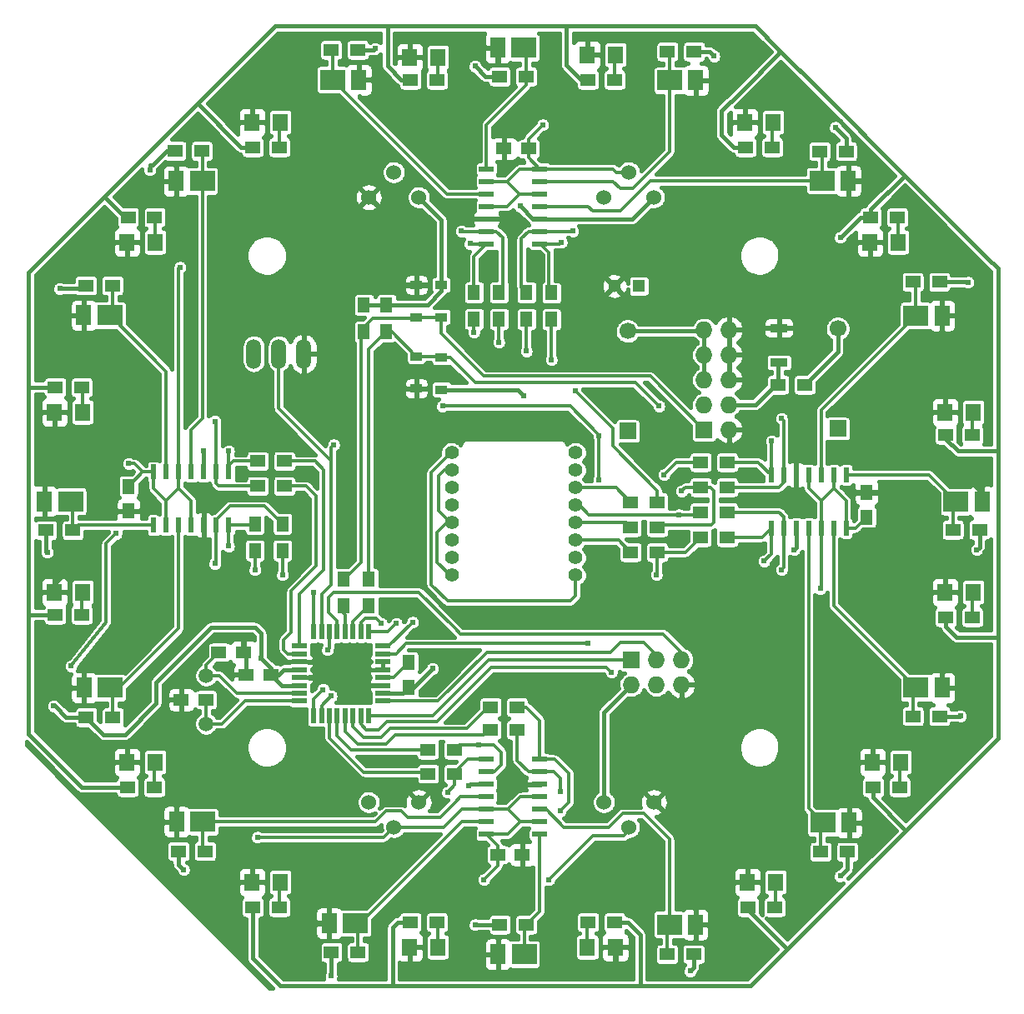
<source format=gbr>
G04 #@! TF.FileFunction,Copper,L1,Top,Signal*
%FSLAX46Y46*%
G04 Gerber Fmt 4.6, Leading zero omitted, Abs format (unit mm)*
G04 Created by KiCad (PCBNEW 4.0.2+e4-6225~38~ubuntu14.04.1-stable) date Di 12 Jul 2016 12:55:20 CEST*
%MOMM*%
G01*
G04 APERTURE LIST*
%ADD10C,0.100000*%
%ADD11R,2.500000X2.100000*%
%ADD12R,1.500000X2.100000*%
%ADD13C,1.501140*%
%ADD14R,1.250000X1.500000*%
%ADD15R,1.500000X1.250000*%
%ADD16R,1.300000X1.300000*%
%ADD17C,1.300000*%
%ADD18R,1.727200X1.727200*%
%ADD19O,1.727200X1.727200*%
%ADD20R,1.597660X1.800860*%
%ADD21C,1.699260*%
%ADD22R,1.699260X1.699260*%
%ADD23R,1.600000X0.550000*%
%ADD24R,0.550000X1.600000*%
%ADD25O,1.506220X3.014980*%
%ADD26R,1.500000X1.300000*%
%ADD27R,1.300000X1.500000*%
%ADD28R,0.600000X1.500000*%
%ADD29R,1.500000X0.600000*%
%ADD30C,1.524000*%
%ADD31C,1.400000*%
%ADD32R,1.220000X0.910000*%
%ADD33R,1.803400X0.889000*%
%ADD34C,0.609600*%
%ADD35C,0.304800*%
%ADD36C,0.406400*%
G04 APERTURE END LIST*
D10*
D11*
X101104680Y-53873550D03*
D12*
X98444680Y-53873550D03*
D13*
X68834000Y-122582940D03*
X68834000Y-117701060D03*
D14*
X135890000Y-101580000D03*
X135890000Y-99080000D03*
X60960000Y-98445000D03*
X60960000Y-100945000D03*
D15*
X101580000Y-64135000D03*
X99080000Y-64135000D03*
X75418000Y-117602000D03*
X72918000Y-117602000D03*
X98445000Y-135890000D03*
X100945000Y-135890000D03*
X68814000Y-120142000D03*
X66314000Y-120142000D03*
X70124000Y-115316000D03*
X72624000Y-115316000D03*
D16*
X112776000Y-78105000D03*
D17*
X110276000Y-78105000D03*
D14*
X89408000Y-116352000D03*
X89408000Y-118852000D03*
D18*
X112014000Y-116078000D03*
D19*
X112014000Y-118618000D03*
X114554000Y-116078000D03*
X114554000Y-118618000D03*
X117094000Y-116078000D03*
X117094000Y-118618000D03*
D20*
X146707860Y-109220000D03*
X143868140Y-109220000D03*
X56283860Y-109220000D03*
X53444140Y-109220000D03*
X139087860Y-73660000D03*
X136248140Y-73660000D03*
X92351860Y-54864000D03*
X89512140Y-54864000D03*
X56283860Y-90932000D03*
X53444140Y-90932000D03*
X63649860Y-73660000D03*
X60810140Y-73660000D03*
X76349860Y-61468000D03*
X73510140Y-61468000D03*
X92351860Y-145288000D03*
X89512140Y-145288000D03*
X107546140Y-145288000D03*
X110385860Y-145288000D03*
X126387860Y-61468000D03*
X123548140Y-61468000D03*
X110385860Y-54610000D03*
X107546140Y-54610000D03*
X126641860Y-138684000D03*
X123802140Y-138684000D03*
X76349860Y-138684000D03*
X73510140Y-138684000D03*
X146707860Y-90932000D03*
X143868140Y-90932000D03*
X139341860Y-126492000D03*
X136502140Y-126492000D03*
X63649860Y-126492000D03*
X60810140Y-126492000D03*
D21*
X132971540Y-82422480D03*
D22*
X132971540Y-92582480D03*
D21*
X111635540Y-82676480D03*
D22*
X111635540Y-92836480D03*
D11*
X131457720Y-132638650D03*
D12*
X134117720Y-132638650D03*
D11*
X140906520Y-118922650D03*
D12*
X143566520Y-118922650D03*
D11*
X140881120Y-81102050D03*
D12*
X143541120Y-81102050D03*
D11*
X144970520Y-100025050D03*
D12*
X147630520Y-100025050D03*
D11*
X68440280Y-67437150D03*
D12*
X65780280Y-67437150D03*
D11*
X59067680Y-81076950D03*
D12*
X56407680Y-81076950D03*
D11*
X59093080Y-118922950D03*
D12*
X56433080Y-118922950D03*
D11*
X55079880Y-99974550D03*
D12*
X52419880Y-99974550D03*
D11*
X131381520Y-67411450D03*
D12*
X134041520Y-67411450D03*
D11*
X115887520Y-57200650D03*
D12*
X118547520Y-57200650D03*
D11*
X81673720Y-57149850D03*
D12*
X84333720Y-57149850D03*
D11*
X68491080Y-132537350D03*
D12*
X65831080Y-132537350D03*
D11*
X83985080Y-142849750D03*
D12*
X81325080Y-142849750D03*
D11*
X115869720Y-142999850D03*
D12*
X118529720Y-142999850D03*
D11*
X101130280Y-146000150D03*
D12*
X98470280Y-146000150D03*
D23*
X78300000Y-114675000D03*
X78300000Y-115475000D03*
X78300000Y-116275000D03*
X78300000Y-117075000D03*
X78300000Y-117875000D03*
X78300000Y-118675000D03*
X78300000Y-119475000D03*
X78300000Y-120275000D03*
D24*
X79750000Y-121725000D03*
X80550000Y-121725000D03*
X81350000Y-121725000D03*
X82150000Y-121725000D03*
X82950000Y-121725000D03*
X83750000Y-121725000D03*
X84550000Y-121725000D03*
X85350000Y-121725000D03*
D23*
X86800000Y-120275000D03*
X86800000Y-119475000D03*
X86800000Y-118675000D03*
X86800000Y-117875000D03*
X86800000Y-117075000D03*
X86800000Y-116275000D03*
X86800000Y-115475000D03*
X86800000Y-114675000D03*
D24*
X85350000Y-113225000D03*
X84550000Y-113225000D03*
X83750000Y-113225000D03*
X82950000Y-113225000D03*
X82150000Y-113225000D03*
X81350000Y-113225000D03*
X80550000Y-113225000D03*
X79750000Y-113225000D03*
D18*
X119380000Y-92710000D03*
D19*
X121920000Y-92710000D03*
X119380000Y-90170000D03*
X121920000Y-90170000D03*
X119380000Y-87630000D03*
X121920000Y-87630000D03*
X119380000Y-85090000D03*
X121920000Y-85090000D03*
X119380000Y-82550000D03*
X121920000Y-82550000D03*
D25*
X73665000Y-85000000D03*
X76205000Y-85000000D03*
X78745000Y-85000000D03*
D26*
X143938000Y-111760000D03*
X146638000Y-111760000D03*
X53514000Y-111506000D03*
X56214000Y-111506000D03*
X136318000Y-71120000D03*
X139018000Y-71120000D03*
X89582000Y-57150000D03*
X92282000Y-57150000D03*
X133938000Y-135585200D03*
X131238000Y-135585200D03*
X143285200Y-121818400D03*
X140585200Y-121818400D03*
X143285200Y-77673200D03*
X140585200Y-77673200D03*
X147349200Y-102870000D03*
X144649200Y-102870000D03*
X119046000Y-101092000D03*
X121746000Y-101092000D03*
X119046000Y-103632000D03*
X121746000Y-103632000D03*
X119046000Y-98552000D03*
X121746000Y-98552000D03*
X119046000Y-96012000D03*
X121746000Y-96012000D03*
X53514000Y-88392000D03*
X56214000Y-88392000D03*
X60905400Y-71120000D03*
X63605400Y-71120000D03*
X73580000Y-64008000D03*
X76280000Y-64008000D03*
X89582000Y-142748000D03*
X92282000Y-142748000D03*
X65706000Y-64363600D03*
X68406000Y-64363600D03*
X56612800Y-78054200D03*
X59312800Y-78054200D03*
X56663600Y-121920000D03*
X59363600Y-121920000D03*
X52599600Y-102920800D03*
X55299600Y-102920800D03*
X76789000Y-98425000D03*
X74089000Y-98425000D03*
X76789000Y-95885000D03*
X74089000Y-95885000D03*
D27*
X76581000Y-104982000D03*
X76581000Y-102282000D03*
X73787000Y-104982000D03*
X73787000Y-102282000D03*
D26*
X110316000Y-142748000D03*
X107616000Y-142748000D03*
X123618000Y-64008000D03*
X126318000Y-64008000D03*
X107616000Y-57150000D03*
X110316000Y-57150000D03*
X123872000Y-141224000D03*
X126572000Y-141224000D03*
X133811000Y-64414400D03*
X131111000Y-64414400D03*
X118367800Y-54279800D03*
X115667800Y-54279800D03*
X84230200Y-54102000D03*
X81530200Y-54102000D03*
X98624400Y-56819800D03*
X101324400Y-56819800D03*
D27*
X101362000Y-81456000D03*
X101362000Y-78756000D03*
X103886000Y-81487000D03*
X103886000Y-78787000D03*
X98568000Y-81456000D03*
X98568000Y-78756000D03*
X96028000Y-81456000D03*
X96028000Y-78756000D03*
D26*
X73580000Y-141224000D03*
X76280000Y-141224000D03*
X143938000Y-93218000D03*
X146638000Y-93218000D03*
X136572000Y-129032000D03*
X139272000Y-129032000D03*
X60880000Y-129032000D03*
X63580000Y-129032000D03*
X66010800Y-135534400D03*
X68710800Y-135534400D03*
X81555600Y-145796000D03*
X84255600Y-145796000D03*
X118350000Y-146000000D03*
X115650000Y-146000000D03*
X98650000Y-143000000D03*
X101350000Y-143000000D03*
X91360000Y-125222000D03*
X94060000Y-125222000D03*
X91370160Y-127670560D03*
X94070160Y-127670560D03*
X97710000Y-123190000D03*
X100410000Y-123190000D03*
X97710000Y-120904000D03*
X100410000Y-120904000D03*
D27*
X84852000Y-80026000D03*
X84852000Y-82726000D03*
X87138000Y-80026000D03*
X87138000Y-82726000D03*
X82804000Y-110570000D03*
X82804000Y-107870000D03*
X85344000Y-110570000D03*
X85344000Y-107870000D03*
D28*
X126190000Y-102700000D03*
X127460000Y-102700000D03*
X128730000Y-102700000D03*
X130000000Y-102700000D03*
X131270000Y-102700000D03*
X132540000Y-102700000D03*
X133810000Y-102700000D03*
X133810000Y-97300000D03*
X132540000Y-97300000D03*
X131270000Y-97300000D03*
X130000000Y-97300000D03*
X128730000Y-97300000D03*
X127460000Y-97300000D03*
X126190000Y-97300000D03*
X71120000Y-96995000D03*
X69850000Y-96995000D03*
X68580000Y-96995000D03*
X67310000Y-96995000D03*
X66040000Y-96995000D03*
X64770000Y-96995000D03*
X63500000Y-96995000D03*
X63500000Y-102395000D03*
X64770000Y-102395000D03*
X66040000Y-102395000D03*
X67310000Y-102395000D03*
X68580000Y-102395000D03*
X69850000Y-102395000D03*
X71120000Y-102395000D03*
D29*
X102700000Y-73810000D03*
X102700000Y-72540000D03*
X102700000Y-71270000D03*
X102700000Y-70000000D03*
X102700000Y-68730000D03*
X102700000Y-67460000D03*
X102700000Y-66190000D03*
X97300000Y-66190000D03*
X97300000Y-67460000D03*
X97300000Y-68730000D03*
X97300000Y-70000000D03*
X97300000Y-71270000D03*
X97300000Y-72540000D03*
X97300000Y-73810000D03*
X97300000Y-126190000D03*
X97300000Y-127460000D03*
X97300000Y-128730000D03*
X97300000Y-130000000D03*
X97300000Y-131270000D03*
X97300000Y-132540000D03*
X97300000Y-133810000D03*
X102700000Y-133810000D03*
X102700000Y-132540000D03*
X102700000Y-131270000D03*
X102700000Y-130000000D03*
X102700000Y-128730000D03*
X102700000Y-127460000D03*
X102700000Y-126190000D03*
D30*
X111760000Y-133096000D03*
X109220000Y-130556000D03*
X114300000Y-130556000D03*
X87884000Y-66548000D03*
X90424000Y-69088000D03*
X85344000Y-69088000D03*
X111760000Y-66548000D03*
X114300000Y-69088000D03*
X109220000Y-69088000D03*
X87884000Y-133096000D03*
X85344000Y-130556000D03*
X90424000Y-130556000D03*
D31*
X106350000Y-95020000D03*
X106350000Y-96800000D03*
X106350000Y-98580000D03*
X106350000Y-100360000D03*
X106350000Y-102140000D03*
X106350000Y-103920000D03*
X106350000Y-105700000D03*
X106350000Y-107480000D03*
X93750000Y-107480000D03*
X93750000Y-105700000D03*
X93750000Y-103920000D03*
X93750000Y-102140000D03*
X93750000Y-100360000D03*
X93750000Y-98580000D03*
X93750000Y-96800000D03*
X93750000Y-95020000D03*
D32*
X92710000Y-77994000D03*
X92710000Y-81264000D03*
X90170000Y-81264000D03*
X90170000Y-77994000D03*
X92710000Y-88630000D03*
X92710000Y-85360000D03*
X90170000Y-85233000D03*
X90170000Y-88503000D03*
D33*
X127000000Y-85852000D03*
X127000000Y-82372200D03*
D26*
X114634000Y-105156000D03*
X111934000Y-105156000D03*
X114634000Y-102616000D03*
X111934000Y-102616000D03*
X114634000Y-100076000D03*
X111934000Y-100076000D03*
X126920000Y-88138000D03*
X129620000Y-88138000D03*
D34*
X103632000Y-138430000D03*
X131191000Y-108839000D03*
X66167000Y-76200000D03*
X60960000Y-96139000D03*
X102997000Y-61722000D03*
X74041000Y-134112000D03*
X55118000Y-116713000D03*
X59690000Y-103251000D03*
X97028000Y-138430000D03*
X127254000Y-106934000D03*
X125476000Y-106045000D03*
X127254000Y-91567000D03*
X126238000Y-93853000D03*
X69710300Y-91846400D03*
X71120000Y-94869000D03*
X69723000Y-106299000D03*
X71120000Y-104521000D03*
X106045000Y-72517000D03*
X104902000Y-73660000D03*
X94742000Y-72517000D03*
X95631000Y-73787000D03*
X96520000Y-124714000D03*
X93345000Y-129540000D03*
X104775000Y-129489200D03*
X104775000Y-131445000D03*
X133223000Y-73152000D03*
X76581000Y-107442000D03*
X80708500Y-119100600D03*
X73787000Y-106934000D03*
X81534000Y-119761000D03*
X107569000Y-114427000D03*
X115316000Y-97282000D03*
X89789000Y-112268000D03*
X103886000Y-85598000D03*
X101346000Y-84709000D03*
X88138000Y-112395000D03*
X98552000Y-83820000D03*
X86614000Y-112395000D03*
X79756000Y-109220000D03*
X96012000Y-82804000D03*
X114808000Y-90297000D03*
X108077000Y-52679600D03*
X71069200Y-60960000D03*
X133807200Y-129032000D03*
X125577600Y-57962800D03*
X83566000Y-93980000D03*
X55626000Y-106172000D03*
X52578000Y-82296000D03*
X94742000Y-54356000D03*
X145542000Y-97028000D03*
X95250000Y-145796000D03*
X78486000Y-142748000D03*
X57150000Y-126492000D03*
X91785440Y-112511840D03*
X93954600Y-116052600D03*
X83327240Y-116093240D03*
X110109000Y-107950000D03*
X100711000Y-69977000D03*
X96139000Y-55753000D03*
X120396000Y-54737000D03*
X132715000Y-61976000D03*
X85979000Y-53975000D03*
X63119000Y-66294000D03*
X53975000Y-78359000D03*
X52705000Y-105156000D03*
X68580000Y-94869000D03*
X53340000Y-120777000D03*
X66548000Y-137414000D03*
X74422000Y-115951000D03*
X91821000Y-116967000D03*
X133223000Y-138049000D03*
X81534000Y-148209000D03*
X96139000Y-143002000D03*
X117983000Y-147701000D03*
X95504000Y-128905000D03*
X146177000Y-77724000D03*
X147066000Y-104902000D03*
X145415000Y-121793000D03*
X128524000Y-104902000D03*
X132971540Y-92582480D03*
X101092000Y-89281000D03*
X116840000Y-101346000D03*
X92837000Y-90297000D03*
X108712000Y-93345000D03*
X108712000Y-97790000D03*
X81788000Y-94234000D03*
X106299000Y-88773000D03*
X114554000Y-107442000D03*
X109982000Y-117348000D03*
X117094000Y-98933000D03*
X81153000Y-115062000D03*
D35*
X111760000Y-133477000D02*
X111252000Y-133985000D01*
X111252000Y-133985000D02*
X108077000Y-133985000D01*
X103632000Y-138430000D02*
X103632000Y-138430000D01*
X108077000Y-133985000D02*
X103632000Y-138430000D01*
X111760000Y-133477000D02*
X111760000Y-133096000D01*
X131270000Y-102700000D02*
X131270000Y-108760000D01*
X131270000Y-108760000D02*
X131191000Y-108839000D01*
X133810000Y-102700000D02*
X134770000Y-102700000D01*
X134770000Y-102700000D02*
X135890000Y-101580000D01*
X133810000Y-102700000D02*
X133810000Y-99949000D01*
X133810000Y-99949000D02*
X132540000Y-98679000D01*
X131270000Y-99949000D02*
X132540000Y-98679000D01*
X132540000Y-98679000D02*
X132540000Y-97300000D01*
X130000000Y-97300000D02*
X130000000Y-98631000D01*
X131270000Y-99901000D02*
X131270000Y-99949000D01*
X131270000Y-99949000D02*
X131270000Y-102700000D01*
X130000000Y-98631000D02*
X131270000Y-99901000D01*
X66040000Y-98679000D02*
X67310000Y-99949000D01*
X67310000Y-99949000D02*
X67310000Y-102395000D01*
X62410000Y-96995000D02*
X61554000Y-96139000D01*
X61554000Y-96139000D02*
X60960000Y-96139000D01*
X66040000Y-96995000D02*
X66040000Y-76327000D01*
X66040000Y-76327000D02*
X66167000Y-76200000D01*
X60960000Y-98445000D02*
X62410000Y-96995000D01*
X62410000Y-96995000D02*
X63500000Y-96995000D01*
X64770000Y-99949000D02*
X66040000Y-98679000D01*
X66040000Y-98679000D02*
X66040000Y-96995000D01*
X63500000Y-96995000D02*
X63500000Y-98679000D01*
X64770000Y-99949000D02*
X64770000Y-102395000D01*
X63500000Y-98679000D02*
X64770000Y-99949000D01*
X111760000Y-66548000D02*
X110490000Y-66548000D01*
X110132000Y-66190000D02*
X102700000Y-66190000D01*
X110490000Y-66548000D02*
X110132000Y-66190000D01*
X101580000Y-63139000D02*
X101580000Y-64135000D01*
X102997000Y-61722000D02*
X101580000Y-63139000D01*
X101580000Y-64135000D02*
X101580000Y-65070000D01*
X101580000Y-65070000D02*
X102700000Y-66190000D01*
X102700000Y-66190000D02*
X100688000Y-66190000D01*
X100688000Y-66190000D02*
X99418000Y-67460000D01*
X97300000Y-67460000D02*
X99418000Y-67460000D01*
X99418000Y-67460000D02*
X100688000Y-68730000D01*
X97300000Y-70000000D02*
X99418000Y-70000000D01*
X100688000Y-68730000D02*
X102700000Y-68730000D01*
X99418000Y-70000000D02*
X100688000Y-68730000D01*
X100711000Y-132540000D02*
X99441000Y-133810000D01*
X99441000Y-133810000D02*
X97300000Y-133810000D01*
X99441000Y-131270000D02*
X100711000Y-132540000D01*
X100711000Y-132540000D02*
X102700000Y-132540000D01*
X97300000Y-131270000D02*
X99441000Y-131270000D01*
X99441000Y-131270000D02*
X99489000Y-131270000D01*
X100759000Y-130000000D02*
X102700000Y-130000000D01*
X99489000Y-131270000D02*
X100759000Y-130000000D01*
X58674000Y-104521000D02*
X58674000Y-104267000D01*
X86868000Y-134112000D02*
X74168000Y-134112000D01*
X74168000Y-134112000D02*
X74041000Y-134112000D01*
X55118000Y-116713000D02*
X58674000Y-112268000D01*
X58674000Y-112268000D02*
X58674000Y-104521000D01*
X87884000Y-133096000D02*
X86868000Y-134112000D01*
X58674000Y-104267000D02*
X59690000Y-103251000D01*
X87884000Y-133096000D02*
X87757000Y-133096000D01*
X98445000Y-137013000D02*
X98445000Y-135890000D01*
X97028000Y-138430000D02*
X98445000Y-137013000D01*
X98445000Y-135890000D02*
X98445000Y-134955000D01*
X98445000Y-134955000D02*
X97300000Y-133810000D01*
X87884000Y-133096000D02*
X92964000Y-133096000D01*
X94790000Y-131270000D02*
X97300000Y-131270000D01*
X92964000Y-133096000D02*
X94790000Y-131270000D01*
X68814000Y-120142000D02*
X68814000Y-122562940D01*
X68814000Y-122562940D02*
X68834000Y-122582940D01*
X68834000Y-122582940D02*
X70457060Y-122582940D01*
X72765000Y-120275000D02*
X78300000Y-120275000D01*
X70457060Y-122582940D02*
X72765000Y-120275000D01*
X68834000Y-117701060D02*
X68834000Y-116606000D01*
X68834000Y-116606000D02*
X70124000Y-115316000D01*
X68834000Y-117701060D02*
X70203060Y-117701060D01*
X71977000Y-119475000D02*
X78300000Y-119475000D01*
X70203060Y-117701060D02*
X71977000Y-119475000D01*
X86800000Y-117875000D02*
X87885000Y-117875000D01*
X87885000Y-117875000D02*
X89408000Y-116352000D01*
X110083602Y-113436398D02*
X94640398Y-113436398D01*
X94640398Y-113436398D02*
X94107000Y-112903000D01*
X90424000Y-109220000D02*
X81788000Y-109220000D01*
X94107000Y-112903000D02*
X90424000Y-109220000D01*
X115214398Y-113436398D02*
X110083602Y-113436398D01*
X117094000Y-115316000D02*
X115214398Y-113436398D01*
X82150000Y-112122000D02*
X82150000Y-113225000D01*
X81280000Y-111252000D02*
X82150000Y-112122000D01*
X81280000Y-109728000D02*
X81280000Y-111252000D01*
X81788000Y-109220000D02*
X81280000Y-109728000D01*
X117094000Y-116078000D02*
X117094000Y-115316000D01*
X146638000Y-111760000D02*
X146638000Y-109289860D01*
X146638000Y-109289860D02*
X146707860Y-109220000D01*
X56214000Y-111506000D02*
X56214000Y-109289860D01*
X56214000Y-109289860D02*
X56283860Y-109220000D01*
X139087860Y-73660000D02*
X139087860Y-71189860D01*
X139087860Y-71189860D02*
X139018000Y-71120000D01*
X92351860Y-54864000D02*
X92351860Y-57080140D01*
X92351860Y-57080140D02*
X92282000Y-57150000D01*
X127254000Y-106934000D02*
X127460000Y-106728000D01*
X127460000Y-106728000D02*
X127460000Y-102700000D01*
X121746000Y-101092000D02*
X127000000Y-101092000D01*
X127460000Y-101552000D02*
X127460000Y-102700000D01*
X127000000Y-101092000D02*
X127460000Y-101552000D01*
X126190000Y-105331000D02*
X126190000Y-102700000D01*
X125476000Y-106045000D02*
X126190000Y-105331000D01*
X121746000Y-103632000D02*
X125258000Y-103632000D01*
X125258000Y-103632000D02*
X126190000Y-102700000D01*
X127460000Y-91773000D02*
X127460000Y-97300000D01*
X127254000Y-91567000D02*
X127460000Y-91773000D01*
X121746000Y-98552000D02*
X127000000Y-98552000D01*
X127460000Y-98092000D02*
X127460000Y-97300000D01*
X127000000Y-98552000D02*
X127460000Y-98092000D01*
X126190000Y-93901000D02*
X126190000Y-97300000D01*
X126238000Y-93853000D02*
X126190000Y-93901000D01*
X121746000Y-96012000D02*
X124902000Y-96012000D01*
X124902000Y-96012000D02*
X126190000Y-97300000D01*
X56283860Y-90932000D02*
X56283860Y-88461860D01*
X56283860Y-88461860D02*
X56214000Y-88392000D01*
X63649860Y-73660000D02*
X63649860Y-71164460D01*
X63649860Y-71164460D02*
X63605400Y-71120000D01*
X76280000Y-64008000D02*
X76280000Y-61537860D01*
X76280000Y-61537860D02*
X76349860Y-61468000D01*
X92351860Y-145288000D02*
X92351860Y-142817860D01*
X92351860Y-142817860D02*
X92282000Y-142748000D01*
X69837300Y-91973400D02*
X69710300Y-91846400D01*
X69837300Y-91973400D02*
X69850000Y-96995000D01*
X69850000Y-96995000D02*
X69850000Y-98171000D01*
X70104000Y-98425000D02*
X74089000Y-98425000D01*
X69850000Y-98171000D02*
X70104000Y-98425000D01*
X71120000Y-96995000D02*
X71120000Y-94869000D01*
X71120000Y-96995000D02*
X71120000Y-96393000D01*
X71120000Y-96393000D02*
X71628000Y-95885000D01*
X71628000Y-95885000D02*
X74089000Y-95885000D01*
X69723000Y-106299000D02*
X69850000Y-106172000D01*
X69850000Y-106172000D02*
X69850000Y-102395000D01*
X69850000Y-102395000D02*
X69850000Y-101854000D01*
X69850000Y-101854000D02*
X71247000Y-100457000D01*
X71247000Y-100457000D02*
X74756000Y-100457000D01*
X74756000Y-100457000D02*
X76581000Y-102282000D01*
X71120000Y-104521000D02*
X71120000Y-102395000D01*
X71120000Y-102395000D02*
X73674000Y-102395000D01*
X73674000Y-102395000D02*
X73787000Y-102282000D01*
X107546140Y-145288000D02*
X107546140Y-142817860D01*
X107546140Y-142817860D02*
X107616000Y-142748000D01*
X126318000Y-64008000D02*
X126318000Y-61537860D01*
X126318000Y-61537860D02*
X126387860Y-61468000D01*
X110316000Y-57150000D02*
X110316000Y-54679860D01*
X110316000Y-54679860D02*
X110385860Y-54610000D01*
X126572000Y-141224000D02*
X126641860Y-141154140D01*
X126641860Y-141154140D02*
X126641860Y-138684000D01*
X106045000Y-72517000D02*
X106022000Y-72540000D01*
X106022000Y-72540000D02*
X102700000Y-72540000D01*
X101362000Y-78756000D02*
X101362000Y-78756000D01*
X101577000Y-72540000D02*
X102700000Y-72540000D01*
X100838000Y-73279000D02*
X101577000Y-72540000D01*
X100838000Y-78232000D02*
X100838000Y-73279000D01*
X101362000Y-78756000D02*
X100838000Y-78232000D01*
X104752000Y-73810000D02*
X102700000Y-73810000D01*
X104902000Y-73660000D02*
X104752000Y-73810000D01*
X102700000Y-73810000D02*
X102766000Y-73810000D01*
X102766000Y-73810000D02*
X103648000Y-74692000D01*
X103648000Y-74692000D02*
X103648000Y-78756000D01*
X97300000Y-72540000D02*
X94765000Y-72540000D01*
X94765000Y-72540000D02*
X94742000Y-72517000D01*
X98568000Y-78756000D02*
X98568000Y-78756000D01*
X98321000Y-72540000D02*
X97300000Y-72540000D01*
X98933000Y-73152000D02*
X98321000Y-72540000D01*
X98933000Y-78391000D02*
X98933000Y-73152000D01*
X98568000Y-78756000D02*
X98933000Y-78391000D01*
X95654000Y-73810000D02*
X97300000Y-73810000D01*
X95631000Y-73787000D02*
X95654000Y-73810000D01*
X97300000Y-73810000D02*
X96028000Y-75082000D01*
X96028000Y-75082000D02*
X96028000Y-78756000D01*
X76280000Y-141224000D02*
X76280000Y-138753860D01*
X76280000Y-138753860D02*
X76349860Y-138684000D01*
X146638000Y-93218000D02*
X146638000Y-91001860D01*
X146638000Y-91001860D02*
X146707860Y-90932000D01*
X139272000Y-129032000D02*
X139272000Y-126561860D01*
X139272000Y-126561860D02*
X139341860Y-126492000D01*
X63580000Y-129032000D02*
X63580000Y-126561860D01*
X63580000Y-126561860D02*
X63649860Y-126492000D01*
X97300000Y-127460000D02*
X98092000Y-127460000D01*
X98092000Y-127460000D02*
X98806000Y-126746000D01*
X98806000Y-126746000D02*
X98806000Y-125476000D01*
X98806000Y-125476000D02*
X98044000Y-124714000D01*
X98044000Y-124714000D02*
X96520000Y-124714000D01*
X96520000Y-124714000D02*
X94568000Y-124714000D01*
X94568000Y-124714000D02*
X94060000Y-125222000D01*
X93345000Y-129540000D02*
X94060000Y-128825000D01*
X94060000Y-128825000D02*
X94060000Y-127508000D01*
X97300000Y-126190000D02*
X95378000Y-126190000D01*
X95378000Y-126190000D02*
X94060000Y-127508000D01*
X104775000Y-128143000D02*
X104775000Y-129489200D01*
X102700000Y-127460000D02*
X104092000Y-127460000D01*
X104092000Y-127460000D02*
X104775000Y-128143000D01*
X102700000Y-127460000D02*
X101552000Y-127460000D01*
X101552000Y-127460000D02*
X100410000Y-126318000D01*
X100410000Y-126318000D02*
X100410000Y-123190000D01*
X104775000Y-131445000D02*
X105664000Y-130556000D01*
X105664000Y-130556000D02*
X105664000Y-127635000D01*
X105664000Y-127635000D02*
X104219000Y-126190000D01*
X104219000Y-126190000D02*
X102700000Y-126190000D01*
X102700000Y-126190000D02*
X102700000Y-122258000D01*
X101346000Y-120904000D02*
X100410000Y-120904000D01*
X102700000Y-122258000D02*
X101346000Y-120904000D01*
D36*
X126920000Y-88138000D02*
X126920000Y-85932000D01*
X126920000Y-85932000D02*
X127000000Y-85852000D01*
X126920000Y-88138000D02*
X126619000Y-88138000D01*
X126619000Y-88138000D02*
X124587000Y-90170000D01*
X124587000Y-90170000D02*
X121920000Y-90170000D01*
X119380000Y-85090000D02*
X119380000Y-87630000D01*
X111635540Y-82676480D02*
X119253520Y-82676480D01*
X119253520Y-82676480D02*
X119380000Y-82550000D01*
X119380000Y-82550000D02*
X119380000Y-85090000D01*
X50800000Y-123606560D02*
X56225440Y-129032000D01*
X56225440Y-129032000D02*
X60880000Y-129032000D01*
X76362560Y-149225000D02*
X73580000Y-146442440D01*
X73580000Y-146442440D02*
X73580000Y-141224000D01*
X50800000Y-123606560D02*
X50800000Y-111506000D01*
X110316000Y-142748000D02*
X111633000Y-142748000D01*
X112903000Y-144018000D02*
X112903000Y-149225000D01*
X111633000Y-142748000D02*
X112903000Y-144018000D01*
X109982000Y-149225000D02*
X112903000Y-149225000D01*
X112903000Y-149225000D02*
X124079000Y-149225000D01*
X124079000Y-149225000D02*
X124460000Y-148844000D01*
X89582000Y-142748000D02*
X88265000Y-142748000D01*
X87757000Y-143256000D02*
X87757000Y-149225000D01*
X88265000Y-142748000D02*
X87757000Y-143256000D01*
X73580000Y-141224000D02*
X73533000Y-141224000D01*
X60880000Y-129032000D02*
X60579000Y-129032000D01*
X50800000Y-111506000D02*
X53514000Y-111506000D01*
X53514000Y-88392000D02*
X50927000Y-88392000D01*
X50927000Y-88392000D02*
X50800000Y-88265000D01*
X123063000Y-58420000D02*
X127190500Y-54292500D01*
X127000000Y-54356000D02*
X127000000Y-54102000D01*
X127063500Y-54292500D02*
X127000000Y-54356000D01*
X127190500Y-54292500D02*
X127063500Y-54292500D01*
X149225000Y-93345000D02*
X149225000Y-76327000D01*
X149225000Y-76327000D02*
X148082000Y-75184000D01*
X147701000Y-94869000D02*
X149225000Y-94869000D01*
X149225000Y-96393000D02*
X149225000Y-94869000D01*
X149225000Y-94869000D02*
X149225000Y-93345000D01*
X123872000Y-141224000D02*
X123872000Y-141525000D01*
X123872000Y-141525000D02*
X127825500Y-145478500D01*
X125857000Y-147447000D02*
X127825500Y-145478500D01*
X124460000Y-148844000D02*
X125857000Y-147447000D01*
X127825500Y-145478500D02*
X139890500Y-133413500D01*
X135255000Y-71120000D02*
X136318000Y-71120000D01*
X133223000Y-73152000D02*
X135255000Y-71120000D01*
X136572000Y-129032000D02*
X136572000Y-130095000D01*
X136572000Y-130095000D02*
X139890500Y-133413500D01*
X143938000Y-111760000D02*
X143938000Y-112696000D01*
X145034000Y-113792000D02*
X149225000Y-113792000D01*
X143938000Y-112696000D02*
X145034000Y-113792000D01*
X149225000Y-124079000D02*
X149225000Y-113792000D01*
X139890500Y-133413500D02*
X149225000Y-124079000D01*
X149225000Y-113792000D02*
X149225000Y-96393000D01*
X86614000Y-149225000D02*
X87757000Y-149225000D01*
X87757000Y-149225000D02*
X109982000Y-149225000D01*
X86614000Y-149225000D02*
X76362560Y-149225000D01*
X76362560Y-149225000D02*
X76327000Y-149225000D01*
X50800000Y-111506000D02*
X50800000Y-110109000D01*
X50800000Y-86694000D02*
X50800000Y-86694000D01*
X50800000Y-110109000D02*
X50800000Y-88265000D01*
X50800000Y-88265000D02*
X50800000Y-86694000D01*
X107616000Y-57150000D02*
X106934000Y-57150000D01*
X106934000Y-57150000D02*
X105410000Y-55626000D01*
X105410000Y-55626000D02*
X105410000Y-51689000D01*
X89582000Y-57150000D02*
X88646000Y-57150000D01*
X87249000Y-55753000D02*
X87249000Y-51689000D01*
X88646000Y-57150000D02*
X87249000Y-55753000D01*
X73580000Y-64008000D02*
X72390000Y-64008000D01*
X72390000Y-64008000D02*
X67945000Y-59563000D01*
X60905400Y-71120000D02*
X60579000Y-71120000D01*
X60579000Y-71120000D02*
X58483500Y-69024500D01*
X131191000Y-58293000D02*
X127000000Y-54102000D01*
X127000000Y-54102000D02*
X124587000Y-51689000D01*
X124587000Y-51689000D02*
X105410000Y-51689000D01*
X50800000Y-76708000D02*
X50800000Y-86694000D01*
X75819000Y-51689000D02*
X67945000Y-59563000D01*
X67945000Y-59563000D02*
X58483500Y-69024500D01*
X58483500Y-69024500D02*
X50800000Y-76708000D01*
X105410000Y-51689000D02*
X87249000Y-51689000D01*
X87249000Y-51689000D02*
X75819000Y-51689000D01*
X136318000Y-71120000D02*
X136318000Y-70311000D01*
X136318000Y-70311000D02*
X139763500Y-66865500D01*
X143938000Y-93218000D02*
X143938000Y-93646000D01*
X143938000Y-93646000D02*
X145161000Y-94869000D01*
X145161000Y-94869000D02*
X147701000Y-94869000D01*
X148082000Y-75184000D02*
X139763500Y-66865500D01*
X139763500Y-66865500D02*
X131191000Y-58293000D01*
X123063000Y-58420000D02*
X121158000Y-60325000D01*
X121158000Y-60325000D02*
X121158000Y-62738000D01*
X121158000Y-62738000D02*
X122428000Y-64008000D01*
X122428000Y-64008000D02*
X123618000Y-64008000D01*
D35*
X131238000Y-135585200D02*
X131238000Y-132858370D01*
X131238000Y-132858370D02*
X131457720Y-132638650D01*
X130000000Y-102700000D02*
X130000000Y-131180930D01*
X130000000Y-131180930D02*
X131457720Y-132638650D01*
X140585200Y-121818400D02*
X140585200Y-119243970D01*
X140585200Y-119243970D02*
X140906520Y-118922650D01*
X132540000Y-102700000D02*
X132540000Y-110556130D01*
X132540000Y-110556130D02*
X140906520Y-118922650D01*
X140881120Y-81102050D02*
X140881120Y-77969120D01*
X140881120Y-77969120D02*
X140585200Y-77673200D01*
X131270000Y-97300000D02*
X131270000Y-90713170D01*
X131270000Y-90713170D02*
X140881120Y-81102050D01*
X144649200Y-102870000D02*
X144649200Y-100346370D01*
X144649200Y-100346370D02*
X144970520Y-100025050D01*
X133810000Y-97300000D02*
X142245470Y-97300000D01*
X142245470Y-97300000D02*
X144970520Y-100025050D01*
X68440280Y-67437150D02*
X68440280Y-91579720D01*
X67310000Y-92710000D02*
X67310000Y-96995000D01*
X68440280Y-91579720D02*
X67310000Y-92710000D01*
X68440280Y-67437150D02*
X68440280Y-64397880D01*
X68440280Y-64397880D02*
X68406000Y-64363600D01*
X64770000Y-96995000D02*
X64770000Y-86779270D01*
X64770000Y-86779270D02*
X59067680Y-81076950D01*
X59067680Y-81076950D02*
X59312800Y-80831830D01*
X59312800Y-80831830D02*
X59312800Y-78054200D01*
X59093080Y-118922950D02*
X60020050Y-118922950D01*
X60020050Y-118922950D02*
X66040000Y-112903000D01*
X66040000Y-112903000D02*
X66040000Y-102395000D01*
X59363600Y-121920000D02*
X59363600Y-119193470D01*
X59363600Y-119193470D02*
X59093080Y-118922950D01*
X63500000Y-102395000D02*
X55825400Y-102395000D01*
X55825400Y-102395000D02*
X55299600Y-102920800D01*
X55299600Y-102920800D02*
X55299600Y-100194270D01*
X55299600Y-100194270D02*
X55079880Y-99974550D01*
X131381520Y-67411450D02*
X131381520Y-64684920D01*
X131381520Y-64684920D02*
X131111000Y-64414400D01*
X102700000Y-70000000D02*
X107592000Y-70000000D01*
X113944550Y-67411450D02*
X131381520Y-67411450D01*
X110871000Y-70485000D02*
X113944550Y-67411450D01*
X108077000Y-70485000D02*
X110871000Y-70485000D01*
X107592000Y-70000000D02*
X108077000Y-70485000D01*
X115887520Y-57200650D02*
X115887520Y-54499520D01*
X115887520Y-54499520D02*
X115667800Y-54279800D01*
X102700000Y-67460000D02*
X110132000Y-67460000D01*
X115887520Y-64452480D02*
X115887520Y-57200650D01*
X112141000Y-68199000D02*
X115887520Y-64452480D01*
X110871000Y-68199000D02*
X112141000Y-68199000D01*
X110132000Y-67460000D02*
X110871000Y-68199000D01*
X97300000Y-68730000D02*
X93253870Y-68730000D01*
X93253870Y-68730000D02*
X81673720Y-57149850D01*
X81673720Y-57149850D02*
X81673720Y-54245520D01*
X81673720Y-54245520D02*
X81530200Y-54102000D01*
X101324400Y-56819800D02*
X101324400Y-54093270D01*
X101324400Y-54093270D02*
X101104680Y-53873550D01*
X97300000Y-66190000D02*
X97300000Y-61704000D01*
X101324400Y-57679600D02*
X101324400Y-56819800D01*
X97300000Y-61704000D02*
X101324400Y-57679600D01*
X68491080Y-132537350D02*
X68491080Y-135314680D01*
X68491080Y-135314680D02*
X68710800Y-135534400D01*
X97300000Y-130000000D02*
X94663000Y-130000000D01*
X86029650Y-132537350D02*
X68491080Y-132537350D01*
X87122000Y-131445000D02*
X86029650Y-132537350D01*
X88646000Y-131445000D02*
X87122000Y-131445000D01*
X89281000Y-132080000D02*
X88646000Y-131445000D01*
X92583000Y-132080000D02*
X89281000Y-132080000D01*
X94107000Y-130556000D02*
X92583000Y-132080000D01*
X94107000Y-130556000D02*
X94107000Y-130556000D01*
X94663000Y-130000000D02*
X94107000Y-130556000D01*
X83985080Y-142849750D02*
X84480250Y-142849750D01*
X84480250Y-142849750D02*
X94790000Y-132540000D01*
X94790000Y-132540000D02*
X97300000Y-132540000D01*
X84255600Y-145796000D02*
X84255600Y-143120270D01*
X84255600Y-143120270D02*
X83985080Y-142849750D01*
X115650000Y-146000000D02*
X115650000Y-143219570D01*
X115650000Y-143219570D02*
X115869720Y-142999850D01*
X115869720Y-142999850D02*
X115869720Y-134284720D01*
X103330000Y-131270000D02*
X102700000Y-131270000D01*
X105156000Y-133096000D02*
X103330000Y-131270000D01*
X109728000Y-133096000D02*
X105156000Y-133096000D01*
X111125000Y-131699000D02*
X109728000Y-133096000D01*
X113284000Y-131699000D02*
X111125000Y-131699000D01*
X115869720Y-134284720D02*
X113284000Y-131699000D01*
X101130280Y-146000150D02*
X101130280Y-143219720D01*
X101130280Y-143219720D02*
X101350000Y-143000000D01*
X102700000Y-133810000D02*
X102700000Y-141650000D01*
X102700000Y-141650000D02*
X101350000Y-143000000D01*
X78300000Y-114675000D02*
X78300000Y-109406000D01*
X79883000Y-95885000D02*
X76789000Y-95885000D01*
X80772000Y-96774000D02*
X79883000Y-95885000D01*
X80772000Y-106934000D02*
X80772000Y-96774000D01*
X78300000Y-109406000D02*
X80772000Y-106934000D01*
X78300000Y-115475000D02*
X77121000Y-115475000D01*
X78994000Y-98425000D02*
X76789000Y-98425000D01*
X80010000Y-99441000D02*
X78994000Y-98425000D01*
X80010000Y-106553000D02*
X80010000Y-99441000D01*
X77470000Y-109093000D02*
X80010000Y-106553000D01*
X77470000Y-113284000D02*
X77470000Y-109093000D01*
X76708000Y-114046000D02*
X77470000Y-113284000D01*
X76708000Y-115062000D02*
X76708000Y-114046000D01*
X77121000Y-115475000D02*
X76708000Y-115062000D01*
X79750000Y-121725000D02*
X79750000Y-120059100D01*
X76581000Y-107442000D02*
X76581000Y-104982000D01*
X79750000Y-120059100D02*
X80708500Y-119100600D01*
X80550000Y-121725000D02*
X80550000Y-120745000D01*
X73787000Y-106934000D02*
X73787000Y-104982000D01*
X80550000Y-120745000D02*
X81534000Y-119761000D01*
X91360000Y-127508000D02*
X84836000Y-127508000D01*
X81350000Y-124022000D02*
X81350000Y-121725000D01*
X84836000Y-127508000D02*
X81350000Y-124022000D01*
X91360000Y-125222000D02*
X83566000Y-125222000D01*
X83566000Y-125222000D02*
X82150000Y-123806000D01*
X82150000Y-123806000D02*
X82150000Y-121725000D01*
X97710000Y-123190000D02*
X97546160Y-123190000D01*
X82950000Y-123336000D02*
X82950000Y-121725000D01*
X84226398Y-124612398D02*
X82950000Y-123336000D01*
X87122000Y-124612398D02*
X84226398Y-124612398D01*
X88036398Y-123698000D02*
X87122000Y-124612398D01*
X97038160Y-123698000D02*
X88036398Y-123698000D01*
X97546160Y-123190000D02*
X97038160Y-123698000D01*
X97710000Y-120904000D02*
X97439480Y-120904000D01*
X83750000Y-122866000D02*
X83750000Y-121725000D01*
X84836000Y-123952000D02*
X83750000Y-122866000D01*
X86614000Y-123952000D02*
X84836000Y-123952000D01*
X87503000Y-123063000D02*
X86614000Y-123952000D01*
X95280480Y-123063000D02*
X87503000Y-123063000D01*
X97439480Y-120904000D02*
X95280480Y-123063000D01*
X119046000Y-96012000D02*
X116586000Y-96012000D01*
X88106000Y-115475000D02*
X86800000Y-115475000D01*
X89154000Y-114427000D02*
X88106000Y-115475000D01*
X90678000Y-114427000D02*
X89154000Y-114427000D01*
X107569000Y-114427000D02*
X90678000Y-114427000D01*
X116586000Y-96012000D02*
X115316000Y-97282000D01*
X87382000Y-114675000D02*
X89789000Y-112268000D01*
X103886000Y-85598000D02*
X103886000Y-81487000D01*
X86800000Y-114675000D02*
X87382000Y-114675000D01*
X101346000Y-84709000D02*
X101346000Y-81472000D01*
X101346000Y-81472000D02*
X101362000Y-81456000D01*
X85350000Y-113225000D02*
X87308000Y-113225000D01*
X87308000Y-113225000D02*
X88138000Y-112395000D01*
X101346000Y-84709000D02*
X101362000Y-84693000D01*
X98552000Y-83820000D02*
X98552000Y-81472000D01*
X98552000Y-81472000D02*
X98568000Y-81456000D01*
X84550000Y-113225000D02*
X84550000Y-112300000D01*
X86106000Y-111887000D02*
X86614000Y-112395000D01*
X84963000Y-111887000D02*
X86106000Y-111887000D01*
X84550000Y-112300000D02*
X84963000Y-111887000D01*
X98552000Y-83820000D02*
X98568000Y-83804000D01*
X83750000Y-113225000D02*
X83750000Y-112164000D01*
X83750000Y-112164000D02*
X85344000Y-110570000D01*
X82804000Y-110570000D02*
X82804000Y-111379000D01*
X82950000Y-111525000D02*
X82950000Y-113225000D01*
X82804000Y-111379000D02*
X82950000Y-111525000D01*
X79750000Y-113225000D02*
X79750000Y-109226000D01*
X79750000Y-109226000D02*
X79756000Y-109220000D01*
X96012000Y-81472000D02*
X96012000Y-82804000D01*
X96012000Y-81472000D02*
X96028000Y-81456000D01*
X82804000Y-107870000D02*
X82804000Y-107950000D01*
X84582000Y-106172000D02*
X84582000Y-82996000D01*
X82804000Y-107950000D02*
X84582000Y-106172000D01*
X84582000Y-82996000D02*
X84852000Y-82726000D01*
X92710000Y-81264000D02*
X92710000Y-82931000D01*
X113919000Y-87249000D02*
X119380000Y-92710000D01*
X97028000Y-87249000D02*
X113919000Y-87249000D01*
X92710000Y-82931000D02*
X97028000Y-87249000D01*
X90170000Y-81264000D02*
X92710000Y-81264000D01*
X84852000Y-82726000D02*
X84852000Y-82280000D01*
X84852000Y-82280000D02*
X85725000Y-81407000D01*
X85725000Y-81407000D02*
X90027000Y-81407000D01*
X90027000Y-81407000D02*
X90170000Y-81264000D01*
X92710000Y-85360000D02*
X93615000Y-85360000D01*
X112395000Y-87884000D02*
X114808000Y-90297000D01*
X96139000Y-87884000D02*
X112395000Y-87884000D01*
X93615000Y-85360000D02*
X96139000Y-87884000D01*
X90170000Y-85233000D02*
X92583000Y-85233000D01*
X92583000Y-85233000D02*
X92710000Y-85360000D01*
X87138000Y-82726000D02*
X87663000Y-82726000D01*
X87663000Y-82726000D02*
X90170000Y-85233000D01*
X85344000Y-107870000D02*
X85344000Y-84520000D01*
X85344000Y-84520000D02*
X87138000Y-82726000D01*
D36*
X107546140Y-54610000D02*
X107546140Y-53210460D01*
X107546140Y-53210460D02*
X108077000Y-52679600D01*
X73510140Y-61468000D02*
X71577200Y-61468000D01*
X71577200Y-61468000D02*
X71069200Y-60960000D01*
X134117720Y-132638650D02*
X134117720Y-129342520D01*
X134117720Y-129342520D02*
X133807200Y-129032000D01*
X123548140Y-61468000D02*
X123548140Y-59992260D01*
X123548140Y-59992260D02*
X125577600Y-57962800D01*
D35*
X78745000Y-85000000D02*
X78745000Y-89159000D01*
X78745000Y-89159000D02*
X83566000Y-93980000D01*
D36*
X53444140Y-109220000D02*
X53444140Y-108353860D01*
X53444140Y-108353860D02*
X55626000Y-106172000D01*
X56407680Y-81076950D02*
X53797050Y-81076950D01*
X53797050Y-81076950D02*
X52578000Y-82296000D01*
X98444680Y-53873550D02*
X95224450Y-53873550D01*
X95224450Y-53873550D02*
X94742000Y-54356000D01*
X147630520Y-100025050D02*
X147630520Y-99116520D01*
X147630520Y-99116520D02*
X145542000Y-97028000D01*
X98470280Y-146000150D02*
X95454150Y-146000150D01*
X95454150Y-146000150D02*
X95250000Y-145796000D01*
X81325080Y-142849750D02*
X78587750Y-142849750D01*
X78587750Y-142849750D02*
X78486000Y-142748000D01*
X60810140Y-126492000D02*
X57150000Y-126492000D01*
X72918000Y-117602000D02*
X72918000Y-115610000D01*
X72918000Y-115610000D02*
X72624000Y-115316000D01*
X78300000Y-116275000D02*
X79699000Y-116275000D01*
X80137000Y-116713000D02*
X80137000Y-117875000D01*
X79699000Y-116275000D02*
X80137000Y-116713000D01*
X78300000Y-117875000D02*
X80137000Y-117875000D01*
X80137000Y-117875000D02*
X84582000Y-117875000D01*
X84582000Y-117875000D02*
X84582000Y-117983000D01*
X86800000Y-116275000D02*
X86800000Y-117075000D01*
X86800000Y-118675000D02*
X85020000Y-118675000D01*
X84855000Y-117075000D02*
X86800000Y-117075000D01*
X84582000Y-117348000D02*
X84855000Y-117075000D01*
X84582000Y-118237000D02*
X84582000Y-117983000D01*
X84582000Y-117983000D02*
X84582000Y-117348000D01*
X85020000Y-118675000D02*
X84582000Y-118237000D01*
X56663600Y-121920000D02*
X58441600Y-123698000D01*
X74422000Y-113411000D02*
X74422000Y-115951000D01*
X73787000Y-112776000D02*
X74422000Y-113411000D01*
X69342000Y-112776000D02*
X73787000Y-112776000D01*
X63754000Y-118364000D02*
X69342000Y-112776000D01*
X63754000Y-120523000D02*
X63754000Y-118364000D01*
X60579000Y-123698000D02*
X63754000Y-120523000D01*
X58441600Y-123698000D02*
X60579000Y-123698000D01*
X100711000Y-69977000D02*
X102004000Y-71270000D01*
X102004000Y-71270000D02*
X102700000Y-71270000D01*
X97205800Y-56819800D02*
X98624400Y-56819800D01*
X96139000Y-55753000D02*
X97205800Y-56819800D01*
X118367800Y-54279800D02*
X119938800Y-54279800D01*
X119938800Y-54279800D02*
X120269000Y-54610000D01*
X120269000Y-54610000D02*
X120396000Y-54737000D01*
X133811000Y-63072000D02*
X133811000Y-64414400D01*
X132715000Y-61976000D02*
X133811000Y-63072000D01*
X84230200Y-54102000D02*
X85852000Y-54102000D01*
X85852000Y-54102000D02*
X85979000Y-53975000D01*
X64795400Y-64363600D02*
X65706000Y-64363600D01*
X63373000Y-65786000D02*
X64795400Y-64363600D01*
X63119000Y-65786000D02*
X63373000Y-65786000D01*
X63119000Y-66294000D02*
X63119000Y-65786000D01*
X53975000Y-78359000D02*
X56308000Y-78359000D01*
X56308000Y-78359000D02*
X56612800Y-78054200D01*
X52599600Y-105050600D02*
X52599600Y-102920800D01*
X52705000Y-105156000D02*
X52599600Y-105050600D01*
X68580000Y-94869000D02*
X68580000Y-96995000D01*
X56663600Y-121920000D02*
X54610000Y-121920000D01*
X54610000Y-121920000D02*
X53467000Y-120777000D01*
X53467000Y-120777000D02*
X53340000Y-120777000D01*
X66010800Y-135534400D02*
X66010800Y-136876800D01*
X66010800Y-136876800D02*
X66548000Y-137414000D01*
X75418000Y-117602000D02*
X75418000Y-116947000D01*
X75418000Y-116947000D02*
X74422000Y-115951000D01*
X91821000Y-116967000D02*
X89936000Y-118852000D01*
X89936000Y-118852000D02*
X89408000Y-118852000D01*
X133938000Y-137334000D02*
X133938000Y-135585200D01*
X133223000Y-138049000D02*
X133938000Y-137334000D01*
X109220000Y-130556000D02*
X109220000Y-121412000D01*
X109220000Y-121412000D02*
X112014000Y-118618000D01*
X81555600Y-148187400D02*
X81555600Y-145796000D01*
X81534000Y-148209000D02*
X81555600Y-148187400D01*
X96141000Y-143000000D02*
X98650000Y-143000000D01*
X96139000Y-143002000D02*
X96141000Y-143000000D01*
X118350000Y-146000000D02*
X118350000Y-147334000D01*
X118350000Y-147334000D02*
X117983000Y-147701000D01*
X97300000Y-128730000D02*
X95679000Y-128730000D01*
X95679000Y-128730000D02*
X95504000Y-128905000D01*
X143285200Y-77673200D02*
X146126200Y-77673200D01*
X146126200Y-77673200D02*
X146177000Y-77724000D01*
X147349200Y-104618800D02*
X147349200Y-102870000D01*
X147066000Y-104902000D02*
X147349200Y-104618800D01*
X143285200Y-121818400D02*
X145389600Y-121818400D01*
X145389600Y-121818400D02*
X145415000Y-121793000D01*
X128730000Y-104696000D02*
X128730000Y-102700000D01*
X128524000Y-104902000D02*
X128730000Y-104696000D01*
X102700000Y-71270000D02*
X112118000Y-71270000D01*
X112118000Y-71270000D02*
X114300000Y-69088000D01*
X92710000Y-77994000D02*
X92710000Y-71374000D01*
X92710000Y-71374000D02*
X90424000Y-69088000D01*
X87138000Y-80026000D02*
X84852000Y-80026000D01*
X92710000Y-77994000D02*
X92710000Y-78613000D01*
X91297000Y-80026000D02*
X87138000Y-80026000D01*
X92710000Y-78613000D02*
X91297000Y-80026000D01*
X92710000Y-88630000D02*
X100441000Y-88630000D01*
X100441000Y-88630000D02*
X101092000Y-89281000D01*
X78300000Y-118675000D02*
X76491000Y-118675000D01*
X76491000Y-118675000D02*
X75418000Y-117602000D01*
X75418000Y-117602000D02*
X76200000Y-117602000D01*
X76727000Y-117075000D02*
X78300000Y-117075000D01*
X76200000Y-117602000D02*
X76727000Y-117075000D01*
X86800000Y-119475000D02*
X88785000Y-119475000D01*
X88785000Y-119475000D02*
X89408000Y-118852000D01*
D35*
X106350000Y-98580000D02*
X110438000Y-98580000D01*
X110438000Y-98580000D02*
X111934000Y-100076000D01*
X112014000Y-116078000D02*
X97515680Y-116078000D01*
X91868680Y-121725000D02*
X85350000Y-121725000D01*
X97515680Y-116078000D02*
X91868680Y-121725000D01*
X116840000Y-101346000D02*
X118792000Y-101346000D01*
X106350000Y-100360000D02*
X106710000Y-100360000D01*
X106710000Y-100360000D02*
X107696000Y-101346000D01*
X107696000Y-101346000D02*
X116840000Y-101346000D01*
X118792000Y-101346000D02*
X119046000Y-101092000D01*
X106350000Y-102140000D02*
X111458000Y-102140000D01*
X111458000Y-102140000D02*
X111934000Y-102616000D01*
X106350000Y-103920000D02*
X110698000Y-103920000D01*
X110698000Y-103920000D02*
X111934000Y-105156000D01*
X106350000Y-107480000D02*
X106350000Y-109550000D01*
X93702000Y-95020000D02*
X93750000Y-95020000D01*
X91694000Y-97028000D02*
X93702000Y-95020000D01*
X91694000Y-108458000D02*
X91694000Y-97028000D01*
X93345000Y-110109000D02*
X91694000Y-108458000D01*
X105791000Y-110109000D02*
X93345000Y-110109000D01*
X106350000Y-109550000D02*
X105791000Y-110109000D01*
X105791000Y-90297000D02*
X92837000Y-90297000D01*
X108712000Y-93218000D02*
X105791000Y-90297000D01*
X108712000Y-93345000D02*
X108712000Y-93218000D01*
X108712000Y-97790000D02*
X108712000Y-93218000D01*
X93750000Y-102140000D02*
X93313000Y-102140000D01*
X93313000Y-102140000D02*
X92303602Y-103149398D01*
X93637000Y-107480000D02*
X93750000Y-107480000D01*
X92303602Y-106146602D02*
X93637000Y-107480000D01*
X92303602Y-103149398D02*
X92303602Y-106146602D01*
X93750000Y-96800000D02*
X93065000Y-96800000D01*
X93065000Y-96800000D02*
X92456000Y-97409000D01*
X93631000Y-102140000D02*
X93750000Y-102140000D01*
X92456000Y-100965000D02*
X93631000Y-102140000D01*
X92456000Y-97409000D02*
X92456000Y-100965000D01*
D36*
X132971540Y-82422480D02*
X132971540Y-84786460D01*
X132971540Y-84786460D02*
X129620000Y-88138000D01*
D35*
X114634000Y-100076000D02*
X114634000Y-98886000D01*
X81534000Y-94488000D02*
X81534000Y-96012000D01*
X81788000Y-94234000D02*
X81534000Y-94488000D01*
X110109000Y-92583000D02*
X106299000Y-88773000D01*
X110109000Y-94361000D02*
X110109000Y-92583000D01*
X114634000Y-98886000D02*
X110109000Y-94361000D01*
X80550000Y-113225000D02*
X80550000Y-109442000D01*
X76205000Y-90556000D02*
X76205000Y-85000000D01*
X81534000Y-95885000D02*
X76205000Y-90556000D01*
X81534000Y-108458000D02*
X81534000Y-96139000D01*
X81534000Y-96139000D02*
X81534000Y-95885000D01*
X80550000Y-109442000D02*
X81534000Y-108458000D01*
X114634000Y-107362000D02*
X114634000Y-105156000D01*
X114554000Y-107442000D02*
X114634000Y-107362000D01*
X84550000Y-121725000D02*
X84550000Y-122650000D01*
X109474000Y-116840000D02*
X109982000Y-117348000D01*
X97769682Y-116840000D02*
X109474000Y-116840000D01*
X92275080Y-122334602D02*
X97769682Y-116840000D01*
X87215398Y-122334602D02*
X92275080Y-122334602D01*
X86360000Y-123190000D02*
X87215398Y-122334602D01*
X85090000Y-123190000D02*
X86360000Y-123190000D01*
X84550000Y-122650000D02*
X85090000Y-123190000D01*
X114634000Y-105156000D02*
X117522000Y-105156000D01*
X117522000Y-105156000D02*
X119046000Y-103632000D01*
X117094000Y-98933000D02*
X117475000Y-98552000D01*
X117475000Y-98552000D02*
X119046000Y-98552000D01*
X120396000Y-99949000D02*
X120396000Y-98933000D01*
X120015000Y-98552000D02*
X119046000Y-98552000D01*
X120396000Y-98933000D02*
X120015000Y-98552000D01*
X114554000Y-116078000D02*
X114554000Y-115570000D01*
X114554000Y-115570000D02*
X113284000Y-114300000D01*
X92358560Y-120275000D02*
X86800000Y-120275000D01*
X97317560Y-115316000D02*
X92358560Y-120275000D01*
X109855000Y-115316000D02*
X97317560Y-115316000D01*
X110871000Y-114300000D02*
X109855000Y-115316000D01*
X113284000Y-114300000D02*
X110871000Y-114300000D01*
X114634000Y-102616000D02*
X114681000Y-102616000D01*
X120396000Y-102108000D02*
X120396000Y-99949000D01*
X120396000Y-99949000D02*
X120396000Y-99902000D01*
X120142000Y-102362000D02*
X120396000Y-102108000D01*
X114935000Y-102362000D02*
X120142000Y-102362000D01*
X114681000Y-102616000D02*
X114935000Y-102362000D01*
X81350000Y-113225000D02*
X81350000Y-114865000D01*
X81350000Y-114865000D02*
X81153000Y-115062000D01*
D36*
G36*
X86537800Y-53384159D02*
X86499605Y-53345696D01*
X86367458Y-53256562D01*
X86220515Y-53194793D01*
X86064372Y-53162741D01*
X85904977Y-53161628D01*
X85748402Y-53191497D01*
X85600611Y-53251208D01*
X85472948Y-53334749D01*
X85441715Y-53233893D01*
X85362680Y-53113953D01*
X85253359Y-53020780D01*
X85122410Y-52961752D01*
X84980200Y-52941543D01*
X83480200Y-52941543D01*
X83399303Y-52947994D01*
X83262093Y-52990485D01*
X83142153Y-53069520D01*
X83048980Y-53178841D01*
X82989952Y-53309790D01*
X82969743Y-53452000D01*
X82969743Y-54752000D01*
X82976194Y-54832897D01*
X83018685Y-54970107D01*
X83097720Y-55090047D01*
X83207041Y-55183220D01*
X83337990Y-55242248D01*
X83480200Y-55262457D01*
X84980200Y-55262457D01*
X85061097Y-55256006D01*
X85198307Y-55213515D01*
X85318247Y-55134480D01*
X85411420Y-55025159D01*
X85470448Y-54894210D01*
X85481960Y-54813200D01*
X85852000Y-54813200D01*
X85917346Y-54806793D01*
X85982826Y-54801064D01*
X85986421Y-54800020D01*
X85990139Y-54799655D01*
X86025473Y-54788987D01*
X86041659Y-54789326D01*
X86198636Y-54761647D01*
X86347247Y-54704004D01*
X86481831Y-54618594D01*
X86537800Y-54565296D01*
X86537800Y-55753000D01*
X86544207Y-55818346D01*
X86549936Y-55883826D01*
X86550980Y-55887421D01*
X86551345Y-55891139D01*
X86570321Y-55953990D01*
X86588661Y-56017117D01*
X86590382Y-56020438D01*
X86591463Y-56024017D01*
X86622299Y-56082012D01*
X86652537Y-56140347D01*
X86654870Y-56143270D01*
X86656626Y-56146572D01*
X86698151Y-56197487D01*
X86739133Y-56248824D01*
X86744262Y-56254024D01*
X86744353Y-56254136D01*
X86744457Y-56254222D01*
X86746106Y-56255894D01*
X88143105Y-57652894D01*
X88193825Y-57694556D01*
X88244195Y-57736821D01*
X88247477Y-57738625D01*
X88250362Y-57740995D01*
X88308220Y-57772018D01*
X88321543Y-57779343D01*
X88321543Y-57800000D01*
X88327994Y-57880897D01*
X88370485Y-58018107D01*
X88449520Y-58138047D01*
X88558841Y-58231220D01*
X88689790Y-58290248D01*
X88832000Y-58310457D01*
X90332000Y-58310457D01*
X90412897Y-58304006D01*
X90550107Y-58261515D01*
X90670047Y-58182480D01*
X90763220Y-58073159D01*
X90822248Y-57942210D01*
X90842457Y-57800000D01*
X90842457Y-56500000D01*
X91021543Y-56500000D01*
X91021543Y-57800000D01*
X91027994Y-57880897D01*
X91070485Y-58018107D01*
X91149520Y-58138047D01*
X91258841Y-58231220D01*
X91389790Y-58290248D01*
X91532000Y-58310457D01*
X93032000Y-58310457D01*
X93112897Y-58304006D01*
X93250107Y-58261515D01*
X93370047Y-58182480D01*
X93463220Y-58073159D01*
X93522248Y-57942210D01*
X93542457Y-57800000D01*
X93542457Y-56500000D01*
X93536006Y-56419103D01*
X93493515Y-56281893D01*
X93430050Y-56185582D01*
X93488737Y-56146910D01*
X93581910Y-56037589D01*
X93640938Y-55906640D01*
X93653059Y-55821342D01*
X95325131Y-55821342D01*
X95353906Y-55978122D01*
X95412584Y-56126327D01*
X95498932Y-56260312D01*
X95609659Y-56374973D01*
X95740549Y-56465944D01*
X95886616Y-56529759D01*
X95916553Y-56536341D01*
X96702906Y-57322694D01*
X96753628Y-57364358D01*
X96803995Y-57406621D01*
X96807274Y-57408423D01*
X96810162Y-57410796D01*
X96868058Y-57441840D01*
X96925629Y-57473489D01*
X96929192Y-57474619D01*
X96932489Y-57476387D01*
X96995304Y-57495592D01*
X97057933Y-57515459D01*
X97061651Y-57515876D01*
X97065226Y-57516969D01*
X97130572Y-57523607D01*
X97195870Y-57530931D01*
X97203177Y-57530982D01*
X97203317Y-57530996D01*
X97203448Y-57530984D01*
X97205800Y-57531000D01*
X97368823Y-57531000D01*
X97370394Y-57550697D01*
X97412885Y-57687907D01*
X97491920Y-57807847D01*
X97601241Y-57901020D01*
X97732190Y-57960048D01*
X97874400Y-57980257D01*
X99374400Y-57980257D01*
X99455297Y-57973806D01*
X99592507Y-57931315D01*
X99712447Y-57852280D01*
X99805620Y-57742959D01*
X99864648Y-57612010D01*
X99884857Y-57469800D01*
X99884857Y-56169800D01*
X99878406Y-56088903D01*
X99835915Y-55951693D01*
X99756880Y-55831753D01*
X99647559Y-55738580D01*
X99516610Y-55679552D01*
X99374400Y-55659343D01*
X97874400Y-55659343D01*
X97793503Y-55665794D01*
X97656293Y-55708285D01*
X97536353Y-55787320D01*
X97443180Y-55896641D01*
X97395097Y-56003309D01*
X96923873Y-55532085D01*
X96920874Y-55516938D01*
X96860132Y-55369567D01*
X96771923Y-55236801D01*
X96659605Y-55123696D01*
X96527458Y-55034562D01*
X96380515Y-54972793D01*
X96224372Y-54940741D01*
X96064977Y-54939628D01*
X95908402Y-54969497D01*
X95760611Y-55029208D01*
X95627232Y-55116489D01*
X95513346Y-55228014D01*
X95423291Y-55359536D01*
X95360498Y-55506045D01*
X95327357Y-55661960D01*
X95325131Y-55821342D01*
X93653059Y-55821342D01*
X93661147Y-55764430D01*
X93661147Y-54102150D01*
X96983480Y-54102150D01*
X96983480Y-54993597D01*
X97010811Y-55130999D01*
X97064423Y-55260430D01*
X97142255Y-55376914D01*
X97241316Y-55475975D01*
X97357801Y-55553807D01*
X97487231Y-55607419D01*
X97624633Y-55634750D01*
X98216080Y-55634750D01*
X98393880Y-55456950D01*
X98393880Y-53924350D01*
X97161280Y-53924350D01*
X96983480Y-54102150D01*
X93661147Y-54102150D01*
X93661147Y-53963570D01*
X93654696Y-53882673D01*
X93612205Y-53745463D01*
X93533170Y-53625523D01*
X93423849Y-53532350D01*
X93292900Y-53473322D01*
X93150690Y-53453113D01*
X91553030Y-53453113D01*
X91472133Y-53459564D01*
X91334923Y-53502055D01*
X91214983Y-53581090D01*
X91121810Y-53690411D01*
X91062782Y-53821360D01*
X91042573Y-53963570D01*
X91042573Y-55764430D01*
X91049024Y-55845327D01*
X91091515Y-55982537D01*
X91170550Y-56102477D01*
X91191532Y-56120360D01*
X91100780Y-56226841D01*
X91041752Y-56357790D01*
X91021543Y-56500000D01*
X90842457Y-56500000D01*
X90836006Y-56419103D01*
X90794882Y-56286307D01*
X90863395Y-56217794D01*
X90941227Y-56101310D01*
X90994839Y-55971879D01*
X91022170Y-55834477D01*
X91022170Y-55092600D01*
X90844370Y-54914800D01*
X89562940Y-54914800D01*
X89562940Y-54934800D01*
X89461340Y-54934800D01*
X89461340Y-54914800D01*
X88179910Y-54914800D01*
X88002110Y-55092600D01*
X88002110Y-55500322D01*
X87960200Y-55458412D01*
X87960200Y-53893523D01*
X88002110Y-53893523D01*
X88002110Y-54635400D01*
X88179910Y-54813200D01*
X89461340Y-54813200D01*
X89461340Y-53430170D01*
X89562940Y-53430170D01*
X89562940Y-54813200D01*
X90844370Y-54813200D01*
X91022170Y-54635400D01*
X91022170Y-53893523D01*
X90994839Y-53756121D01*
X90941227Y-53626690D01*
X90863395Y-53510206D01*
X90764334Y-53411145D01*
X90647849Y-53333313D01*
X90518419Y-53279701D01*
X90381017Y-53252370D01*
X89740740Y-53252370D01*
X89562940Y-53430170D01*
X89461340Y-53430170D01*
X89283540Y-53252370D01*
X88643263Y-53252370D01*
X88505861Y-53279701D01*
X88376431Y-53333313D01*
X88259946Y-53411145D01*
X88160885Y-53510206D01*
X88083053Y-53626690D01*
X88029441Y-53756121D01*
X88002110Y-53893523D01*
X87960200Y-53893523D01*
X87960200Y-52400200D01*
X97122200Y-52400200D01*
X97064423Y-52486670D01*
X97010811Y-52616101D01*
X96983480Y-52753503D01*
X96983480Y-53644950D01*
X97161280Y-53822750D01*
X98393880Y-53822750D01*
X98393880Y-53802750D01*
X98495480Y-53802750D01*
X98495480Y-53822750D01*
X98515480Y-53822750D01*
X98515480Y-53924350D01*
X98495480Y-53924350D01*
X98495480Y-55456950D01*
X98673280Y-55634750D01*
X99264727Y-55634750D01*
X99402129Y-55607419D01*
X99531559Y-55553807D01*
X99648044Y-55475975D01*
X99710920Y-55413099D01*
X99712470Y-55413798D01*
X99854680Y-55434007D01*
X100664000Y-55434007D01*
X100664000Y-55659343D01*
X100574400Y-55659343D01*
X100493503Y-55665794D01*
X100356293Y-55708285D01*
X100236353Y-55787320D01*
X100143180Y-55896641D01*
X100084152Y-56027590D01*
X100063943Y-56169800D01*
X100063943Y-57469800D01*
X100070394Y-57550697D01*
X100112885Y-57687907D01*
X100191920Y-57807847D01*
X100229866Y-57840188D01*
X96833027Y-61237027D01*
X96794326Y-61284142D01*
X96755095Y-61330896D01*
X96753423Y-61333938D01*
X96751218Y-61336622D01*
X96722393Y-61390380D01*
X96693003Y-61443841D01*
X96691953Y-61447152D01*
X96690312Y-61450212D01*
X96672485Y-61508521D01*
X96654031Y-61566695D01*
X96653644Y-61570148D01*
X96652629Y-61573467D01*
X96646468Y-61634122D01*
X96639664Y-61694779D01*
X96639617Y-61701567D01*
X96639604Y-61701694D01*
X96639615Y-61701812D01*
X96639600Y-61704000D01*
X96639600Y-65379543D01*
X96550000Y-65379543D01*
X96469103Y-65385994D01*
X96331893Y-65428485D01*
X96211953Y-65507520D01*
X96118780Y-65616841D01*
X96059752Y-65747790D01*
X96039543Y-65890000D01*
X96039543Y-66490000D01*
X96045994Y-66570897D01*
X96088485Y-66708107D01*
X96167520Y-66828047D01*
X96168313Y-66828723D01*
X96118780Y-66886841D01*
X96059752Y-67017790D01*
X96039543Y-67160000D01*
X96039543Y-67760000D01*
X96045994Y-67840897D01*
X96088485Y-67978107D01*
X96148775Y-68069600D01*
X93527416Y-68069600D01*
X84368866Y-58911050D01*
X84384522Y-58911050D01*
X84384522Y-58733252D01*
X84562320Y-58911050D01*
X85153767Y-58911050D01*
X85291169Y-58883719D01*
X85420599Y-58830107D01*
X85537084Y-58752275D01*
X85636145Y-58653214D01*
X85713977Y-58536730D01*
X85767589Y-58407299D01*
X85794920Y-58269897D01*
X85794920Y-57378450D01*
X85617120Y-57200650D01*
X84384520Y-57200650D01*
X84384520Y-57220650D01*
X84282920Y-57220650D01*
X84282920Y-57200650D01*
X84262920Y-57200650D01*
X84262920Y-57099050D01*
X84282920Y-57099050D01*
X84282920Y-55566450D01*
X84384520Y-55566450D01*
X84384520Y-57099050D01*
X85617120Y-57099050D01*
X85794920Y-56921250D01*
X85794920Y-56029803D01*
X85767589Y-55892401D01*
X85713977Y-55762970D01*
X85636145Y-55646486D01*
X85537084Y-55547425D01*
X85420599Y-55469593D01*
X85291169Y-55415981D01*
X85153767Y-55388650D01*
X84562320Y-55388650D01*
X84384520Y-55566450D01*
X84282920Y-55566450D01*
X84105120Y-55388650D01*
X83513673Y-55388650D01*
X83376271Y-55415981D01*
X83246841Y-55469593D01*
X83130356Y-55547425D01*
X83067480Y-55610301D01*
X83065930Y-55609602D01*
X82923720Y-55589393D01*
X82334120Y-55589393D01*
X82334120Y-55258157D01*
X82361097Y-55256006D01*
X82498307Y-55213515D01*
X82618247Y-55134480D01*
X82711420Y-55025159D01*
X82770448Y-54894210D01*
X82790657Y-54752000D01*
X82790657Y-53452000D01*
X82784206Y-53371103D01*
X82741715Y-53233893D01*
X82662680Y-53113953D01*
X82553359Y-53020780D01*
X82422410Y-52961752D01*
X82280200Y-52941543D01*
X80780200Y-52941543D01*
X80699303Y-52947994D01*
X80562093Y-52990485D01*
X80442153Y-53069520D01*
X80348980Y-53178841D01*
X80289952Y-53309790D01*
X80269743Y-53452000D01*
X80269743Y-54752000D01*
X80276194Y-54832897D01*
X80318685Y-54970107D01*
X80397720Y-55090047D01*
X80507041Y-55183220D01*
X80637990Y-55242248D01*
X80780200Y-55262457D01*
X81013320Y-55262457D01*
X81013320Y-55589393D01*
X80423720Y-55589393D01*
X80342823Y-55595844D01*
X80205613Y-55638335D01*
X80085673Y-55717370D01*
X79992500Y-55826691D01*
X79933472Y-55957640D01*
X79913263Y-56099850D01*
X79913263Y-58199850D01*
X79919714Y-58280747D01*
X79962205Y-58417957D01*
X80041240Y-58537897D01*
X80150561Y-58631070D01*
X80281510Y-58690098D01*
X80423720Y-58710307D01*
X82300231Y-58710307D01*
X92786897Y-69196973D01*
X92834012Y-69235674D01*
X92880766Y-69274905D01*
X92883808Y-69276577D01*
X92886492Y-69278782D01*
X92940269Y-69307617D01*
X92993711Y-69336997D01*
X92997020Y-69338047D01*
X93000081Y-69339688D01*
X93058405Y-69357520D01*
X93116565Y-69375969D01*
X93120018Y-69376356D01*
X93123337Y-69377371D01*
X93183992Y-69383532D01*
X93244649Y-69390336D01*
X93251437Y-69390383D01*
X93251564Y-69390396D01*
X93251682Y-69390385D01*
X93253870Y-69390400D01*
X96149838Y-69390400D01*
X96118780Y-69426841D01*
X96059752Y-69557790D01*
X96039543Y-69700000D01*
X96039543Y-70300000D01*
X96045994Y-70380897D01*
X96066641Y-70447570D01*
X95997575Y-70516636D01*
X95919743Y-70633120D01*
X95866131Y-70762551D01*
X95838800Y-70899953D01*
X95838800Y-71041400D01*
X96016600Y-71219200D01*
X97249200Y-71219200D01*
X97249200Y-71199200D01*
X97350800Y-71199200D01*
X97350800Y-71219200D01*
X98583400Y-71219200D01*
X98761200Y-71041400D01*
X98761200Y-70899953D01*
X98733869Y-70762551D01*
X98691557Y-70660400D01*
X99418000Y-70660400D01*
X99478734Y-70654445D01*
X99539482Y-70649130D01*
X99542814Y-70648162D01*
X99546272Y-70647823D01*
X99604676Y-70630190D01*
X99663252Y-70613172D01*
X99666337Y-70611573D01*
X99669659Y-70610570D01*
X99723496Y-70581945D01*
X99777680Y-70553858D01*
X99780395Y-70551691D01*
X99783460Y-70550061D01*
X99830718Y-70511518D01*
X99878408Y-70473448D01*
X99883238Y-70468684D01*
X99883340Y-70468601D01*
X99883418Y-70468507D01*
X99884973Y-70466973D01*
X99991260Y-70360686D01*
X100070932Y-70484312D01*
X100181659Y-70598973D01*
X100312549Y-70689944D01*
X100458616Y-70753759D01*
X100488553Y-70760341D01*
X101475999Y-71747787D01*
X101488485Y-71788107D01*
X101550488Y-71882200D01*
X101516315Y-71885550D01*
X101455518Y-71890869D01*
X101452181Y-71891838D01*
X101448728Y-71892177D01*
X101390352Y-71909802D01*
X101331749Y-71926828D01*
X101328666Y-71928426D01*
X101325341Y-71929430D01*
X101271486Y-71958065D01*
X101217320Y-71986142D01*
X101214605Y-71988309D01*
X101211540Y-71989939D01*
X101164282Y-72028482D01*
X101116592Y-72066552D01*
X101111762Y-72071316D01*
X101111660Y-72071399D01*
X101111582Y-72071493D01*
X101110027Y-72073027D01*
X100371027Y-72812027D01*
X100332326Y-72859142D01*
X100293095Y-72905896D01*
X100291423Y-72908938D01*
X100289218Y-72911622D01*
X100260393Y-72965380D01*
X100231003Y-73018841D01*
X100229953Y-73022152D01*
X100228312Y-73025212D01*
X100210485Y-73083521D01*
X100192031Y-73141695D01*
X100191644Y-73145148D01*
X100190629Y-73148467D01*
X100184468Y-73209122D01*
X100177664Y-73269779D01*
X100177617Y-73276567D01*
X100177604Y-73276694D01*
X100177615Y-73276812D01*
X100177600Y-73279000D01*
X100177600Y-78232000D01*
X100183555Y-78292734D01*
X100188870Y-78353482D01*
X100189838Y-78356814D01*
X100190177Y-78360272D01*
X100201543Y-78397918D01*
X100201543Y-79506000D01*
X100207994Y-79586897D01*
X100250485Y-79724107D01*
X100329520Y-79844047D01*
X100438841Y-79937220D01*
X100569790Y-79996248D01*
X100712000Y-80016457D01*
X102012000Y-80016457D01*
X102092897Y-80010006D01*
X102230107Y-79967515D01*
X102350047Y-79888480D01*
X102443220Y-79779159D01*
X102502248Y-79648210D01*
X102522457Y-79506000D01*
X102522457Y-78006000D01*
X102516006Y-77925103D01*
X102473515Y-77787893D01*
X102394480Y-77667953D01*
X102285159Y-77574780D01*
X102154210Y-77515752D01*
X102012000Y-77495543D01*
X101498400Y-77495543D01*
X101498400Y-74343154D01*
X101567520Y-74448047D01*
X101676841Y-74541220D01*
X101807790Y-74600248D01*
X101950000Y-74620457D01*
X102642511Y-74620457D01*
X102987600Y-74965547D01*
X102987600Y-77595447D01*
X102897953Y-77654520D01*
X102804780Y-77763841D01*
X102745752Y-77894790D01*
X102725543Y-78037000D01*
X102725543Y-79537000D01*
X102731994Y-79617897D01*
X102774485Y-79755107D01*
X102853520Y-79875047D01*
X102962841Y-79968220D01*
X103093790Y-80027248D01*
X103236000Y-80047457D01*
X104536000Y-80047457D01*
X104616897Y-80041006D01*
X104754107Y-79998515D01*
X104874047Y-79919480D01*
X104967220Y-79810159D01*
X105026248Y-79679210D01*
X105046457Y-79537000D01*
X105046457Y-78981601D01*
X109471241Y-78981601D01*
X109513689Y-79240658D01*
X109749893Y-79367556D01*
X110006314Y-79445935D01*
X110273100Y-79472783D01*
X110539997Y-79447067D01*
X110796749Y-79369776D01*
X111033489Y-79243881D01*
X111038311Y-79240658D01*
X111080759Y-78981601D01*
X110276000Y-78176842D01*
X109471241Y-78981601D01*
X105046457Y-78981601D01*
X105046457Y-78102100D01*
X108908217Y-78102100D01*
X108933933Y-78368997D01*
X109011224Y-78625749D01*
X109137119Y-78862489D01*
X109140342Y-78867311D01*
X109399399Y-78909759D01*
X110204158Y-78105000D01*
X110347842Y-78105000D01*
X111152601Y-78909759D01*
X111411658Y-78867311D01*
X111538556Y-78631107D01*
X111615543Y-78379240D01*
X111615543Y-78755000D01*
X111621994Y-78835897D01*
X111664485Y-78973107D01*
X111743520Y-79093047D01*
X111852841Y-79186220D01*
X111983790Y-79245248D01*
X112126000Y-79265457D01*
X113426000Y-79265457D01*
X113506897Y-79259006D01*
X113644107Y-79216515D01*
X113764047Y-79137480D01*
X113857220Y-79028159D01*
X113916248Y-78897210D01*
X113936457Y-78755000D01*
X113936457Y-77455000D01*
X113930006Y-77374103D01*
X113887515Y-77236893D01*
X113808480Y-77116953D01*
X113699159Y-77023780D01*
X113568210Y-76964752D01*
X113426000Y-76944543D01*
X112126000Y-76944543D01*
X112045103Y-76950994D01*
X111907893Y-76993485D01*
X111787953Y-77072520D01*
X111694780Y-77181841D01*
X111635752Y-77312790D01*
X111615543Y-77455000D01*
X111615543Y-77832619D01*
X111540776Y-77584251D01*
X111414881Y-77347511D01*
X111411658Y-77342689D01*
X111152601Y-77300241D01*
X110347842Y-78105000D01*
X110204158Y-78105000D01*
X109399399Y-77300241D01*
X109140342Y-77342689D01*
X109013444Y-77578893D01*
X108935065Y-77835314D01*
X108908217Y-78102100D01*
X105046457Y-78102100D01*
X105046457Y-78037000D01*
X105040006Y-77956103D01*
X104997515Y-77818893D01*
X104918480Y-77698953D01*
X104809159Y-77605780D01*
X104678210Y-77546752D01*
X104536000Y-77526543D01*
X104308400Y-77526543D01*
X104308400Y-77228399D01*
X109471241Y-77228399D01*
X110276000Y-78033158D01*
X111080759Y-77228399D01*
X111038311Y-76969342D01*
X110802107Y-76842444D01*
X110545686Y-76764065D01*
X110278900Y-76737217D01*
X110012003Y-76762933D01*
X109755251Y-76840224D01*
X109518511Y-76966119D01*
X109513689Y-76969342D01*
X109471241Y-77228399D01*
X104308400Y-77228399D01*
X104308400Y-75177246D01*
X122889229Y-75177246D01*
X122963855Y-75583855D01*
X123116038Y-75968225D01*
X123339981Y-76315715D01*
X123627152Y-76613090D01*
X123966616Y-76849024D01*
X124345440Y-77014528D01*
X124749197Y-77103300D01*
X125162506Y-77111957D01*
X125569626Y-77040171D01*
X125955049Y-76890675D01*
X126304094Y-76669164D01*
X126603467Y-76384076D01*
X126841764Y-76046268D01*
X127009909Y-75668608D01*
X127101497Y-75265481D01*
X127108091Y-74793300D01*
X127027794Y-74387773D01*
X126870260Y-74005565D01*
X126641487Y-73661236D01*
X126350191Y-73367899D01*
X126007467Y-73136728D01*
X125626369Y-72976529D01*
X125221412Y-72893404D01*
X124808022Y-72890518D01*
X124401944Y-72967981D01*
X124018646Y-73122844D01*
X123672728Y-73349206D01*
X123377365Y-73638447D01*
X123143807Y-73979549D01*
X122980952Y-74359520D01*
X122895001Y-74763887D01*
X122889229Y-75177246D01*
X104308400Y-75177246D01*
X104308400Y-74692000D01*
X104302445Y-74631269D01*
X104297130Y-74570518D01*
X104296162Y-74567186D01*
X104295823Y-74563728D01*
X104278190Y-74505324D01*
X104268043Y-74470400D01*
X104752000Y-74470400D01*
X104787009Y-74466967D01*
X104805296Y-74470988D01*
X104964659Y-74474326D01*
X105121636Y-74446647D01*
X105270247Y-74389004D01*
X105404831Y-74303594D01*
X105520263Y-74193670D01*
X105612145Y-74063419D01*
X105676978Y-73917801D01*
X105712293Y-73762364D01*
X105714835Y-73580301D01*
X105683874Y-73423938D01*
X105623132Y-73276567D01*
X105572527Y-73200400D01*
X105604041Y-73200400D01*
X105646549Y-73229944D01*
X105792616Y-73293759D01*
X105948296Y-73327988D01*
X106107659Y-73331326D01*
X106264636Y-73303647D01*
X106413247Y-73246004D01*
X106547831Y-73160594D01*
X106663263Y-73050670D01*
X106755145Y-72920419D01*
X106819978Y-72774801D01*
X106855293Y-72619364D01*
X106857835Y-72437301D01*
X106826874Y-72280938D01*
X106766132Y-72133567D01*
X106677923Y-72000801D01*
X106658458Y-71981200D01*
X112118000Y-71981200D01*
X112183346Y-71974793D01*
X112248826Y-71969064D01*
X112252421Y-71968020D01*
X112256139Y-71967655D01*
X112318990Y-71948679D01*
X112382117Y-71930339D01*
X112385438Y-71928618D01*
X112389017Y-71927537D01*
X112447012Y-71896701D01*
X112505347Y-71866463D01*
X112508270Y-71864130D01*
X112511572Y-71862374D01*
X112562487Y-71820849D01*
X112613824Y-71779867D01*
X112619024Y-71774738D01*
X112619136Y-71774647D01*
X112619222Y-71774543D01*
X112620894Y-71772894D01*
X114058496Y-70335292D01*
X114148899Y-70355168D01*
X114397905Y-70360384D01*
X114643181Y-70317135D01*
X114875385Y-70227069D01*
X115085673Y-70093616D01*
X115266035Y-69921859D01*
X115409602Y-69718341D01*
X115510903Y-69490814D01*
X115566082Y-69247943D01*
X115570054Y-68963470D01*
X115521678Y-68719154D01*
X115426769Y-68488886D01*
X115288942Y-68281439D01*
X115113445Y-68104713D01*
X115064723Y-68071850D01*
X129621063Y-68071850D01*
X129621063Y-68461450D01*
X129627514Y-68542347D01*
X129670005Y-68679557D01*
X129749040Y-68799497D01*
X129858361Y-68892670D01*
X129989310Y-68951698D01*
X130131520Y-68971907D01*
X132631520Y-68971907D01*
X132712417Y-68965456D01*
X132771454Y-68947173D01*
X132838156Y-69013875D01*
X132954641Y-69091707D01*
X133084071Y-69145319D01*
X133221473Y-69172650D01*
X133812920Y-69172650D01*
X133990720Y-68994850D01*
X133990720Y-67462250D01*
X134092320Y-67462250D01*
X134092320Y-68994850D01*
X134270120Y-69172650D01*
X134861567Y-69172650D01*
X134998969Y-69145319D01*
X135128399Y-69091707D01*
X135244884Y-69013875D01*
X135343945Y-68914814D01*
X135421777Y-68798330D01*
X135475389Y-68668899D01*
X135502720Y-68531497D01*
X135502720Y-67640050D01*
X135324920Y-67462250D01*
X134092320Y-67462250D01*
X133990720Y-67462250D01*
X133970720Y-67462250D01*
X133970720Y-67360650D01*
X133990720Y-67360650D01*
X133990720Y-65828050D01*
X134092320Y-65828050D01*
X134092320Y-67360650D01*
X135324920Y-67360650D01*
X135502720Y-67182850D01*
X135502720Y-66291403D01*
X135475389Y-66154001D01*
X135421777Y-66024570D01*
X135343945Y-65908086D01*
X135244884Y-65809025D01*
X135128399Y-65731193D01*
X134998969Y-65677581D01*
X134861567Y-65650250D01*
X134270120Y-65650250D01*
X134092320Y-65828050D01*
X133990720Y-65828050D01*
X133812920Y-65650250D01*
X133221473Y-65650250D01*
X133084071Y-65677581D01*
X132954641Y-65731193D01*
X132838156Y-65809025D01*
X132775280Y-65871901D01*
X132773730Y-65871202D01*
X132631520Y-65850993D01*
X132041920Y-65850993D01*
X132041920Y-65537431D01*
X132079107Y-65525915D01*
X132199047Y-65446880D01*
X132292220Y-65337559D01*
X132351248Y-65206610D01*
X132371457Y-65064400D01*
X132371457Y-63764400D01*
X132365006Y-63683503D01*
X132322515Y-63546293D01*
X132243480Y-63426353D01*
X132134159Y-63333180D01*
X132003210Y-63274152D01*
X131861000Y-63253943D01*
X130361000Y-63253943D01*
X130280103Y-63260394D01*
X130142893Y-63302885D01*
X130022953Y-63381920D01*
X129929780Y-63491241D01*
X129870752Y-63622190D01*
X129850543Y-63764400D01*
X129850543Y-65064400D01*
X129856994Y-65145297D01*
X129899485Y-65282507D01*
X129978520Y-65402447D01*
X130087841Y-65495620D01*
X130218790Y-65554648D01*
X130361000Y-65574857D01*
X130721120Y-65574857D01*
X130721120Y-65850993D01*
X130131520Y-65850993D01*
X130050623Y-65857444D01*
X129913413Y-65899935D01*
X129793473Y-65978970D01*
X129700300Y-66088291D01*
X129641272Y-66219240D01*
X129621063Y-66361450D01*
X129621063Y-66751050D01*
X114522897Y-66751050D01*
X116354493Y-64919454D01*
X116393215Y-64872314D01*
X116432425Y-64825584D01*
X116434097Y-64822542D01*
X116436302Y-64819858D01*
X116465137Y-64766081D01*
X116494517Y-64712639D01*
X116495567Y-64709330D01*
X116497208Y-64706269D01*
X116515040Y-64647945D01*
X116533489Y-64589785D01*
X116533876Y-64586332D01*
X116534891Y-64583013D01*
X116541052Y-64522358D01*
X116547856Y-64461701D01*
X116547903Y-64454913D01*
X116547916Y-64454786D01*
X116547905Y-64454668D01*
X116547920Y-64452480D01*
X116547920Y-58761107D01*
X117137520Y-58761107D01*
X117218417Y-58754656D01*
X117277454Y-58736373D01*
X117344156Y-58803075D01*
X117460641Y-58880907D01*
X117590071Y-58934519D01*
X117727473Y-58961850D01*
X118318920Y-58961850D01*
X118496720Y-58784050D01*
X118496720Y-57251450D01*
X118598320Y-57251450D01*
X118598320Y-58784050D01*
X118776120Y-58961850D01*
X119367567Y-58961850D01*
X119504969Y-58934519D01*
X119634399Y-58880907D01*
X119750884Y-58803075D01*
X119849945Y-58704014D01*
X119927777Y-58587530D01*
X119981389Y-58458099D01*
X120008720Y-58320697D01*
X120008720Y-57429250D01*
X119830920Y-57251450D01*
X118598320Y-57251450D01*
X118496720Y-57251450D01*
X118476720Y-57251450D01*
X118476720Y-57149850D01*
X118496720Y-57149850D01*
X118496720Y-57129850D01*
X118598320Y-57129850D01*
X118598320Y-57149850D01*
X119830920Y-57149850D01*
X120008720Y-56972050D01*
X120008720Y-56080603D01*
X119981389Y-55943201D01*
X119927777Y-55813770D01*
X119849945Y-55697286D01*
X119750884Y-55598225D01*
X119634399Y-55520393D01*
X119504969Y-55466781D01*
X119367567Y-55439450D01*
X119127920Y-55439450D01*
X119198697Y-55433806D01*
X119335907Y-55391315D01*
X119455847Y-55312280D01*
X119549020Y-55202959D01*
X119608048Y-55072010D01*
X119619560Y-54991000D01*
X119622340Y-54991000D01*
X119669584Y-55110327D01*
X119755932Y-55244312D01*
X119866659Y-55358973D01*
X119997549Y-55449944D01*
X120143616Y-55513759D01*
X120299296Y-55547988D01*
X120458659Y-55551326D01*
X120615636Y-55523647D01*
X120764247Y-55466004D01*
X120898831Y-55380594D01*
X121014263Y-55270670D01*
X121106145Y-55140419D01*
X121170978Y-54994801D01*
X121206293Y-54839364D01*
X121208835Y-54657301D01*
X121177874Y-54500938D01*
X121117132Y-54353567D01*
X121028923Y-54220801D01*
X120916605Y-54107696D01*
X120784458Y-54018562D01*
X120637515Y-53956793D01*
X120617466Y-53952677D01*
X120441694Y-53776906D01*
X120390972Y-53735242D01*
X120340605Y-53692979D01*
X120337326Y-53691177D01*
X120334438Y-53688804D01*
X120276542Y-53657760D01*
X120218971Y-53626111D01*
X120215408Y-53624981D01*
X120212111Y-53623213D01*
X120149296Y-53604008D01*
X120086667Y-53584141D01*
X120082949Y-53583724D01*
X120079374Y-53582631D01*
X120014028Y-53575993D01*
X119948730Y-53568669D01*
X119941423Y-53568618D01*
X119941283Y-53568604D01*
X119941152Y-53568616D01*
X119938800Y-53568600D01*
X119623377Y-53568600D01*
X119621806Y-53548903D01*
X119579315Y-53411693D01*
X119500280Y-53291753D01*
X119390959Y-53198580D01*
X119260010Y-53139552D01*
X119117800Y-53119343D01*
X117617800Y-53119343D01*
X117536903Y-53125794D01*
X117399693Y-53168285D01*
X117279753Y-53247320D01*
X117186580Y-53356641D01*
X117127552Y-53487590D01*
X117107343Y-53629800D01*
X117107343Y-54929800D01*
X117113794Y-55010697D01*
X117156285Y-55147907D01*
X117235320Y-55267847D01*
X117344641Y-55361020D01*
X117475590Y-55420048D01*
X117617800Y-55440257D01*
X117723416Y-55440257D01*
X117590071Y-55466781D01*
X117460641Y-55520393D01*
X117344156Y-55598225D01*
X117281280Y-55661101D01*
X117279730Y-55660402D01*
X117137520Y-55640193D01*
X116547920Y-55640193D01*
X116547920Y-55418563D01*
X116635907Y-55391315D01*
X116755847Y-55312280D01*
X116849020Y-55202959D01*
X116908048Y-55072010D01*
X116928257Y-54929800D01*
X116928257Y-53629800D01*
X116921806Y-53548903D01*
X116879315Y-53411693D01*
X116800280Y-53291753D01*
X116690959Y-53198580D01*
X116560010Y-53139552D01*
X116417800Y-53119343D01*
X114917800Y-53119343D01*
X114836903Y-53125794D01*
X114699693Y-53168285D01*
X114579753Y-53247320D01*
X114486580Y-53356641D01*
X114427552Y-53487590D01*
X114407343Y-53629800D01*
X114407343Y-54929800D01*
X114413794Y-55010697D01*
X114456285Y-55147907D01*
X114535320Y-55267847D01*
X114644641Y-55361020D01*
X114775590Y-55420048D01*
X114917800Y-55440257D01*
X115227120Y-55440257D01*
X115227120Y-55640193D01*
X114637520Y-55640193D01*
X114556623Y-55646644D01*
X114419413Y-55689135D01*
X114299473Y-55768170D01*
X114206300Y-55877491D01*
X114147272Y-56008440D01*
X114127063Y-56150650D01*
X114127063Y-58250650D01*
X114133514Y-58331547D01*
X114176005Y-58468757D01*
X114255040Y-58588697D01*
X114364361Y-58681870D01*
X114495310Y-58740898D01*
X114637520Y-58761107D01*
X115227120Y-58761107D01*
X115227120Y-64178933D01*
X113022208Y-66383846D01*
X112981678Y-66179154D01*
X112886769Y-65948886D01*
X112748942Y-65741439D01*
X112573445Y-65564713D01*
X112366965Y-65425441D01*
X112137366Y-65328926D01*
X111893393Y-65278846D01*
X111644340Y-65277107D01*
X111399691Y-65323776D01*
X111168767Y-65417076D01*
X110960363Y-65553452D01*
X110782416Y-65727710D01*
X110709763Y-65833817D01*
X110598973Y-65723027D01*
X110551858Y-65684326D01*
X110505104Y-65645095D01*
X110502062Y-65643423D01*
X110499378Y-65641218D01*
X110445620Y-65612393D01*
X110392159Y-65583003D01*
X110388848Y-65581953D01*
X110385788Y-65580312D01*
X110327479Y-65562485D01*
X110269305Y-65544031D01*
X110265852Y-65543644D01*
X110262533Y-65542629D01*
X110201878Y-65536468D01*
X110141221Y-65529664D01*
X110134433Y-65529617D01*
X110134306Y-65529604D01*
X110134188Y-65529615D01*
X110132000Y-65529600D01*
X103806253Y-65529600D01*
X103723159Y-65458780D01*
X103592210Y-65399752D01*
X103450000Y-65379543D01*
X102823489Y-65379543D01*
X102618847Y-65174901D01*
X102668047Y-65142480D01*
X102761220Y-65033159D01*
X102820248Y-64902210D01*
X102840457Y-64760000D01*
X102840457Y-63510000D01*
X102834006Y-63429103D01*
X102791515Y-63291893D01*
X102712480Y-63171953D01*
X102603159Y-63078780D01*
X102583175Y-63069772D01*
X103128815Y-62524132D01*
X103216636Y-62508647D01*
X103365247Y-62451004D01*
X103499831Y-62365594D01*
X103615263Y-62255670D01*
X103707145Y-62125419D01*
X103771978Y-61979801D01*
X103807293Y-61824364D01*
X103809835Y-61642301D01*
X103778874Y-61485938D01*
X103718132Y-61338567D01*
X103629923Y-61205801D01*
X103517605Y-61092696D01*
X103385458Y-61003562D01*
X103238515Y-60941793D01*
X103082372Y-60909741D01*
X102922977Y-60908628D01*
X102766402Y-60938497D01*
X102618611Y-60998208D01*
X102485232Y-61085489D01*
X102371346Y-61197014D01*
X102281291Y-61328536D01*
X102218498Y-61475045D01*
X102193796Y-61591257D01*
X101113027Y-62672027D01*
X101074326Y-62719142D01*
X101035095Y-62765896D01*
X101033423Y-62768938D01*
X101031218Y-62771622D01*
X101002393Y-62825380D01*
X100973003Y-62878841D01*
X100971953Y-62882152D01*
X100970312Y-62885212D01*
X100952485Y-62943521D01*
X100934714Y-62999543D01*
X100830000Y-62999543D01*
X100749103Y-63005994D01*
X100611893Y-63048485D01*
X100491953Y-63127520D01*
X100457107Y-63168405D01*
X100382425Y-63056636D01*
X100283364Y-62957575D01*
X100166879Y-62879743D01*
X100037449Y-62826131D01*
X99900047Y-62798800D01*
X99308600Y-62798800D01*
X99130800Y-62976600D01*
X99130800Y-64084200D01*
X99150800Y-64084200D01*
X99150800Y-64185800D01*
X99130800Y-64185800D01*
X99130800Y-65293400D01*
X99308600Y-65471200D01*
X99900047Y-65471200D01*
X100037449Y-65443869D01*
X100166879Y-65390257D01*
X100283364Y-65312425D01*
X100382425Y-65213364D01*
X100455139Y-65104540D01*
X100556841Y-65191220D01*
X100687790Y-65250248D01*
X100830000Y-65270457D01*
X100953814Y-65270457D01*
X100966828Y-65315252D01*
X100968427Y-65318337D01*
X100969430Y-65321659D01*
X100998055Y-65375496D01*
X101026142Y-65429680D01*
X101028309Y-65432395D01*
X101029939Y-65435460D01*
X101068482Y-65482718D01*
X101105907Y-65529600D01*
X100688000Y-65529600D01*
X100627269Y-65535555D01*
X100566518Y-65540870D01*
X100563186Y-65541838D01*
X100559728Y-65542177D01*
X100501324Y-65559810D01*
X100442748Y-65576828D01*
X100439663Y-65578427D01*
X100436341Y-65579430D01*
X100382504Y-65608055D01*
X100328320Y-65636142D01*
X100325605Y-65638309D01*
X100322540Y-65639939D01*
X100275282Y-65678482D01*
X100227592Y-65716552D01*
X100222762Y-65721316D01*
X100222660Y-65721399D01*
X100222582Y-65721493D01*
X100221027Y-65723027D01*
X99144454Y-66799600D01*
X98450162Y-66799600D01*
X98481220Y-66763159D01*
X98540248Y-66632210D01*
X98560457Y-66490000D01*
X98560457Y-65890000D01*
X98554006Y-65809103D01*
X98511515Y-65671893D01*
X98432480Y-65551953D01*
X98337732Y-65471200D01*
X98851400Y-65471200D01*
X99029200Y-65293400D01*
X99029200Y-64185800D01*
X99009200Y-64185800D01*
X99009200Y-64084200D01*
X99029200Y-64084200D01*
X99029200Y-62976600D01*
X98851400Y-62798800D01*
X98259953Y-62798800D01*
X98122551Y-62826131D01*
X97993121Y-62879743D01*
X97960400Y-62901606D01*
X97960400Y-61977546D01*
X101791373Y-58146573D01*
X101830074Y-58099458D01*
X101869305Y-58052704D01*
X101870977Y-58049662D01*
X101873182Y-58046978D01*
X101902007Y-57993220D01*
X101909133Y-57980257D01*
X102074400Y-57980257D01*
X102155297Y-57973806D01*
X102292507Y-57931315D01*
X102412447Y-57852280D01*
X102505620Y-57742959D01*
X102564648Y-57612010D01*
X102584857Y-57469800D01*
X102584857Y-56169800D01*
X102578406Y-56088903D01*
X102535915Y-55951693D01*
X102456880Y-55831753D01*
X102347559Y-55738580D01*
X102216610Y-55679552D01*
X102074400Y-55659343D01*
X101984800Y-55659343D01*
X101984800Y-55434007D01*
X102354680Y-55434007D01*
X102435577Y-55427556D01*
X102572787Y-55385065D01*
X102692727Y-55306030D01*
X102785900Y-55196709D01*
X102844928Y-55065760D01*
X102865137Y-54923550D01*
X102865137Y-52823550D01*
X102858686Y-52742653D01*
X102816195Y-52605443D01*
X102737160Y-52485503D01*
X102637073Y-52400200D01*
X104698800Y-52400200D01*
X104698800Y-55626000D01*
X104705207Y-55691346D01*
X104710936Y-55756826D01*
X104711980Y-55760421D01*
X104712345Y-55764139D01*
X104731321Y-55826990D01*
X104749661Y-55890117D01*
X104751382Y-55893438D01*
X104752463Y-55897017D01*
X104783299Y-55955012D01*
X104813537Y-56013347D01*
X104815870Y-56016270D01*
X104817626Y-56019572D01*
X104859151Y-56070487D01*
X104900133Y-56121824D01*
X104905262Y-56127024D01*
X104905353Y-56127136D01*
X104905457Y-56127222D01*
X104907106Y-56128894D01*
X106355543Y-57577332D01*
X106355543Y-57800000D01*
X106361994Y-57880897D01*
X106404485Y-58018107D01*
X106483520Y-58138047D01*
X106592841Y-58231220D01*
X106723790Y-58290248D01*
X106866000Y-58310457D01*
X108366000Y-58310457D01*
X108446897Y-58304006D01*
X108584107Y-58261515D01*
X108704047Y-58182480D01*
X108797220Y-58073159D01*
X108856248Y-57942210D01*
X108876457Y-57800000D01*
X108876457Y-56500000D01*
X109055543Y-56500000D01*
X109055543Y-57800000D01*
X109061994Y-57880897D01*
X109104485Y-58018107D01*
X109183520Y-58138047D01*
X109292841Y-58231220D01*
X109423790Y-58290248D01*
X109566000Y-58310457D01*
X111066000Y-58310457D01*
X111146897Y-58304006D01*
X111284107Y-58261515D01*
X111404047Y-58182480D01*
X111497220Y-58073159D01*
X111556248Y-57942210D01*
X111576457Y-57800000D01*
X111576457Y-56500000D01*
X111570006Y-56419103D01*
X111527515Y-56281893D01*
X111448480Y-56161953D01*
X111339159Y-56068780D01*
X111225664Y-56017620D01*
X111265587Y-56014436D01*
X111402797Y-55971945D01*
X111522737Y-55892910D01*
X111615910Y-55783589D01*
X111674938Y-55652640D01*
X111695147Y-55510430D01*
X111695147Y-53709570D01*
X111688696Y-53628673D01*
X111646205Y-53491463D01*
X111567170Y-53371523D01*
X111457849Y-53278350D01*
X111326900Y-53219322D01*
X111184690Y-53199113D01*
X109587030Y-53199113D01*
X109506133Y-53205564D01*
X109368923Y-53248055D01*
X109248983Y-53327090D01*
X109155810Y-53436411D01*
X109096782Y-53567360D01*
X109076573Y-53709570D01*
X109076573Y-55510430D01*
X109083024Y-55591327D01*
X109125515Y-55728537D01*
X109204550Y-55848477D01*
X109313871Y-55941650D01*
X109444820Y-56000678D01*
X109462064Y-56003129D01*
X109347893Y-56038485D01*
X109227953Y-56117520D01*
X109134780Y-56226841D01*
X109075752Y-56357790D01*
X109055543Y-56500000D01*
X108876457Y-56500000D01*
X108870006Y-56419103D01*
X108827515Y-56281893D01*
X108748480Y-56161953D01*
X108705212Y-56125076D01*
X108798334Y-56062855D01*
X108897395Y-55963794D01*
X108975227Y-55847310D01*
X109028839Y-55717879D01*
X109056170Y-55580477D01*
X109056170Y-54838600D01*
X108878370Y-54660800D01*
X107596940Y-54660800D01*
X107596940Y-54680800D01*
X107495340Y-54680800D01*
X107495340Y-54660800D01*
X107475340Y-54660800D01*
X107475340Y-54559200D01*
X107495340Y-54559200D01*
X107495340Y-53176170D01*
X107596940Y-53176170D01*
X107596940Y-54559200D01*
X108878370Y-54559200D01*
X109056170Y-54381400D01*
X109056170Y-53639523D01*
X109028839Y-53502121D01*
X108975227Y-53372690D01*
X108897395Y-53256206D01*
X108798334Y-53157145D01*
X108681849Y-53079313D01*
X108552419Y-53025701D01*
X108415017Y-52998370D01*
X107774740Y-52998370D01*
X107596940Y-53176170D01*
X107495340Y-53176170D01*
X107317540Y-52998370D01*
X106677263Y-52998370D01*
X106539861Y-53025701D01*
X106410431Y-53079313D01*
X106293946Y-53157145D01*
X106194885Y-53256206D01*
X106121200Y-53366484D01*
X106121200Y-52400200D01*
X124292412Y-52400200D01*
X126184711Y-54292500D01*
X122560106Y-57917106D01*
X120655106Y-59822106D01*
X120613442Y-59872828D01*
X120571179Y-59923195D01*
X120569377Y-59926474D01*
X120567004Y-59929362D01*
X120535960Y-59987258D01*
X120504311Y-60044829D01*
X120503181Y-60048392D01*
X120501413Y-60051689D01*
X120482208Y-60114504D01*
X120462341Y-60177133D01*
X120461924Y-60180851D01*
X120460831Y-60184426D01*
X120454193Y-60249772D01*
X120446869Y-60315070D01*
X120446818Y-60322377D01*
X120446804Y-60322517D01*
X120446816Y-60322648D01*
X120446800Y-60325000D01*
X120446800Y-62738000D01*
X120453207Y-62803346D01*
X120458936Y-62868826D01*
X120459980Y-62872421D01*
X120460345Y-62876139D01*
X120479321Y-62938990D01*
X120497661Y-63002117D01*
X120499382Y-63005438D01*
X120500463Y-63009017D01*
X120531299Y-63067012D01*
X120561537Y-63125347D01*
X120563870Y-63128270D01*
X120565626Y-63131572D01*
X120607151Y-63182487D01*
X120648133Y-63233824D01*
X120653262Y-63239024D01*
X120653353Y-63239136D01*
X120653457Y-63239222D01*
X120655106Y-63240894D01*
X121925105Y-64510894D01*
X121975805Y-64552539D01*
X122026195Y-64594821D01*
X122029477Y-64596625D01*
X122032362Y-64598995D01*
X122090220Y-64630018D01*
X122147829Y-64661689D01*
X122151393Y-64662819D01*
X122154689Y-64664587D01*
X122217504Y-64683792D01*
X122280133Y-64703659D01*
X122283851Y-64704076D01*
X122287426Y-64705169D01*
X122352772Y-64711807D01*
X122361916Y-64712832D01*
X122363994Y-64738897D01*
X122406485Y-64876107D01*
X122485520Y-64996047D01*
X122594841Y-65089220D01*
X122725790Y-65148248D01*
X122868000Y-65168457D01*
X124368000Y-65168457D01*
X124448897Y-65162006D01*
X124586107Y-65119515D01*
X124706047Y-65040480D01*
X124799220Y-64931159D01*
X124858248Y-64800210D01*
X124878457Y-64658000D01*
X124878457Y-63358000D01*
X125057543Y-63358000D01*
X125057543Y-64658000D01*
X125063994Y-64738897D01*
X125106485Y-64876107D01*
X125185520Y-64996047D01*
X125294841Y-65089220D01*
X125425790Y-65148248D01*
X125568000Y-65168457D01*
X127068000Y-65168457D01*
X127148897Y-65162006D01*
X127286107Y-65119515D01*
X127406047Y-65040480D01*
X127499220Y-64931159D01*
X127558248Y-64800210D01*
X127578457Y-64658000D01*
X127578457Y-63358000D01*
X127572006Y-63277103D01*
X127529515Y-63139893D01*
X127450480Y-63019953D01*
X127341159Y-62926780D01*
X127227664Y-62875620D01*
X127267587Y-62872436D01*
X127404797Y-62829945D01*
X127524737Y-62750910D01*
X127617910Y-62641589D01*
X127676938Y-62510640D01*
X127697147Y-62368430D01*
X127697147Y-62044342D01*
X131901131Y-62044342D01*
X131929906Y-62201122D01*
X131988584Y-62349327D01*
X132074932Y-62483312D01*
X132185659Y-62597973D01*
X132316549Y-62688944D01*
X132462616Y-62752759D01*
X132492553Y-62759341D01*
X132992609Y-63259397D01*
X132980103Y-63260394D01*
X132842893Y-63302885D01*
X132722953Y-63381920D01*
X132629780Y-63491241D01*
X132570752Y-63622190D01*
X132550543Y-63764400D01*
X132550543Y-65064400D01*
X132556994Y-65145297D01*
X132599485Y-65282507D01*
X132678520Y-65402447D01*
X132787841Y-65495620D01*
X132918790Y-65554648D01*
X133061000Y-65574857D01*
X134561000Y-65574857D01*
X134641897Y-65568406D01*
X134779107Y-65525915D01*
X134899047Y-65446880D01*
X134992220Y-65337559D01*
X135051248Y-65206610D01*
X135071457Y-65064400D01*
X135071457Y-63764400D01*
X135065006Y-63683503D01*
X135022515Y-63546293D01*
X134943480Y-63426353D01*
X134834159Y-63333180D01*
X134703210Y-63274152D01*
X134561000Y-63253943D01*
X134522200Y-63253943D01*
X134522200Y-63072000D01*
X134515793Y-63006654D01*
X134510064Y-62941174D01*
X134509020Y-62937579D01*
X134508655Y-62933861D01*
X134489679Y-62871010D01*
X134471339Y-62807883D01*
X134469618Y-62804562D01*
X134468537Y-62800983D01*
X134437701Y-62742988D01*
X134407463Y-62684653D01*
X134405130Y-62681730D01*
X134403374Y-62678428D01*
X134361849Y-62627513D01*
X134320867Y-62576176D01*
X134315738Y-62570976D01*
X134315647Y-62570864D01*
X134315543Y-62570778D01*
X134313894Y-62569106D01*
X133499873Y-61755085D01*
X133496874Y-61739938D01*
X133436132Y-61592567D01*
X133347923Y-61459801D01*
X133235605Y-61346696D01*
X133103458Y-61257562D01*
X132956515Y-61195793D01*
X132800372Y-61163741D01*
X132640977Y-61162628D01*
X132484402Y-61192497D01*
X132336611Y-61252208D01*
X132203232Y-61339489D01*
X132089346Y-61451014D01*
X131999291Y-61582536D01*
X131936498Y-61729045D01*
X131903357Y-61884960D01*
X131901131Y-62044342D01*
X127697147Y-62044342D01*
X127697147Y-60567570D01*
X127690696Y-60486673D01*
X127648205Y-60349463D01*
X127569170Y-60229523D01*
X127459849Y-60136350D01*
X127328900Y-60077322D01*
X127186690Y-60057113D01*
X125589030Y-60057113D01*
X125508133Y-60063564D01*
X125370923Y-60106055D01*
X125250983Y-60185090D01*
X125157810Y-60294411D01*
X125098782Y-60425360D01*
X125078573Y-60567570D01*
X125078573Y-62368430D01*
X125085024Y-62449327D01*
X125127515Y-62586537D01*
X125206550Y-62706477D01*
X125315871Y-62799650D01*
X125446820Y-62858678D01*
X125464064Y-62861129D01*
X125349893Y-62896485D01*
X125229953Y-62975520D01*
X125136780Y-63084841D01*
X125077752Y-63215790D01*
X125057543Y-63358000D01*
X124878457Y-63358000D01*
X124872006Y-63277103D01*
X124829515Y-63139893D01*
X124750480Y-63019953D01*
X124707212Y-62983076D01*
X124800334Y-62920855D01*
X124899395Y-62821794D01*
X124977227Y-62705310D01*
X125030839Y-62575879D01*
X125058170Y-62438477D01*
X125058170Y-61696600D01*
X124880370Y-61518800D01*
X123598940Y-61518800D01*
X123598940Y-61538800D01*
X123497340Y-61538800D01*
X123497340Y-61518800D01*
X122215910Y-61518800D01*
X122038110Y-61696600D01*
X122038110Y-62438477D01*
X122065441Y-62575879D01*
X122110536Y-62684747D01*
X121869200Y-62443412D01*
X121869200Y-60619588D01*
X122049742Y-60439046D01*
X122038110Y-60497523D01*
X122038110Y-61239400D01*
X122215910Y-61417200D01*
X123497340Y-61417200D01*
X123497340Y-60034170D01*
X123598940Y-60034170D01*
X123598940Y-61417200D01*
X124880370Y-61417200D01*
X125058170Y-61239400D01*
X125058170Y-60497523D01*
X125030839Y-60360121D01*
X124977227Y-60230690D01*
X124899395Y-60114206D01*
X124800334Y-60015145D01*
X124683849Y-59937313D01*
X124554419Y-59883701D01*
X124417017Y-59856370D01*
X123776740Y-59856370D01*
X123598940Y-60034170D01*
X123497340Y-60034170D01*
X123319540Y-59856370D01*
X122679263Y-59856370D01*
X122620786Y-59868002D01*
X127190500Y-55298288D01*
X138757712Y-66865500D01*
X135815106Y-69808106D01*
X135773442Y-69858828D01*
X135731179Y-69909195D01*
X135729377Y-69912474D01*
X135727004Y-69915362D01*
X135703314Y-69959543D01*
X135568000Y-69959543D01*
X135487103Y-69965994D01*
X135349893Y-70008485D01*
X135229953Y-70087520D01*
X135136780Y-70196841D01*
X135077752Y-70327790D01*
X135061960Y-70438921D01*
X135054010Y-70441321D01*
X134990883Y-70459661D01*
X134987562Y-70461382D01*
X134983983Y-70462463D01*
X134925988Y-70493299D01*
X134867653Y-70523537D01*
X134864730Y-70525870D01*
X134861428Y-70527626D01*
X134810513Y-70569151D01*
X134759176Y-70610133D01*
X134753976Y-70615262D01*
X134753864Y-70615353D01*
X134753778Y-70615457D01*
X134752106Y-70617106D01*
X133002675Y-72366537D01*
X132992402Y-72368497D01*
X132844611Y-72428208D01*
X132711232Y-72515489D01*
X132597346Y-72627014D01*
X132507291Y-72758536D01*
X132444498Y-72905045D01*
X132411357Y-73060960D01*
X132409131Y-73220342D01*
X132437906Y-73377122D01*
X132496584Y-73525327D01*
X132582932Y-73659312D01*
X132693659Y-73773973D01*
X132824549Y-73864944D01*
X132970616Y-73928759D01*
X133126296Y-73962988D01*
X133285659Y-73966326D01*
X133442636Y-73938647D01*
X133571663Y-73888600D01*
X134738110Y-73888600D01*
X134738110Y-74630477D01*
X134765441Y-74767879D01*
X134819053Y-74897310D01*
X134896885Y-75013794D01*
X134995946Y-75112855D01*
X135112431Y-75190687D01*
X135241861Y-75244299D01*
X135379263Y-75271630D01*
X136019540Y-75271630D01*
X136197340Y-75093830D01*
X136197340Y-73710800D01*
X136298940Y-73710800D01*
X136298940Y-75093830D01*
X136476740Y-75271630D01*
X137117017Y-75271630D01*
X137254419Y-75244299D01*
X137383849Y-75190687D01*
X137500334Y-75112855D01*
X137599395Y-75013794D01*
X137677227Y-74897310D01*
X137730839Y-74767879D01*
X137758170Y-74630477D01*
X137758170Y-73888600D01*
X137580370Y-73710800D01*
X136298940Y-73710800D01*
X136197340Y-73710800D01*
X134915910Y-73710800D01*
X134738110Y-73888600D01*
X133571663Y-73888600D01*
X133591247Y-73881004D01*
X133725831Y-73795594D01*
X133841263Y-73685670D01*
X133933145Y-73555419D01*
X133997978Y-73409801D01*
X134005913Y-73374875D01*
X134749742Y-72631046D01*
X134738110Y-72689523D01*
X134738110Y-73431400D01*
X134915910Y-73609200D01*
X136197340Y-73609200D01*
X136197340Y-73589200D01*
X136298940Y-73589200D01*
X136298940Y-73609200D01*
X137580370Y-73609200D01*
X137758170Y-73431400D01*
X137758170Y-72689523D01*
X137730839Y-72552121D01*
X137677227Y-72422690D01*
X137599395Y-72306206D01*
X137500334Y-72207145D01*
X137410573Y-72147169D01*
X137499220Y-72043159D01*
X137558248Y-71912210D01*
X137578457Y-71770000D01*
X137578457Y-70470000D01*
X137757543Y-70470000D01*
X137757543Y-71770000D01*
X137763994Y-71850897D01*
X137806485Y-71988107D01*
X137885520Y-72108047D01*
X137994841Y-72201220D01*
X138125790Y-72260248D01*
X138171865Y-72266796D01*
X138070923Y-72298055D01*
X137950983Y-72377090D01*
X137857810Y-72486411D01*
X137798782Y-72617360D01*
X137778573Y-72759570D01*
X137778573Y-74560430D01*
X137785024Y-74641327D01*
X137827515Y-74778537D01*
X137906550Y-74898477D01*
X138015871Y-74991650D01*
X138146820Y-75050678D01*
X138289030Y-75070887D01*
X139886690Y-75070887D01*
X139967587Y-75064436D01*
X140104797Y-75021945D01*
X140224737Y-74942910D01*
X140317910Y-74833589D01*
X140376938Y-74702640D01*
X140397147Y-74560430D01*
X140397147Y-72759570D01*
X140390696Y-72678673D01*
X140348205Y-72541463D01*
X140269170Y-72421523D01*
X140159849Y-72328350D01*
X140028900Y-72269322D01*
X139915884Y-72253262D01*
X139986107Y-72231515D01*
X140106047Y-72152480D01*
X140199220Y-72043159D01*
X140258248Y-71912210D01*
X140278457Y-71770000D01*
X140278457Y-70470000D01*
X140272006Y-70389103D01*
X140229515Y-70251893D01*
X140150480Y-70131953D01*
X140041159Y-70038780D01*
X139910210Y-69979752D01*
X139768000Y-69959543D01*
X138268000Y-69959543D01*
X138187103Y-69965994D01*
X138049893Y-70008485D01*
X137929953Y-70087520D01*
X137836780Y-70196841D01*
X137777752Y-70327790D01*
X137757543Y-70470000D01*
X137578457Y-70470000D01*
X137572006Y-70389103D01*
X137529515Y-70251893D01*
X137471276Y-70163512D01*
X139763500Y-67871288D01*
X147579106Y-75686895D01*
X147579112Y-75686900D01*
X148513800Y-76621588D01*
X148513800Y-94157800D01*
X147805037Y-94157800D01*
X147819220Y-94141159D01*
X147878248Y-94010210D01*
X147898457Y-93868000D01*
X147898457Y-92568000D01*
X147892006Y-92487103D01*
X147849515Y-92349893D01*
X147786050Y-92253582D01*
X147844737Y-92214910D01*
X147937910Y-92105589D01*
X147996938Y-91974640D01*
X148017147Y-91832430D01*
X148017147Y-90031570D01*
X148010696Y-89950673D01*
X147968205Y-89813463D01*
X147889170Y-89693523D01*
X147779849Y-89600350D01*
X147648900Y-89541322D01*
X147506690Y-89521113D01*
X145909030Y-89521113D01*
X145828133Y-89527564D01*
X145690923Y-89570055D01*
X145570983Y-89649090D01*
X145477810Y-89758411D01*
X145418782Y-89889360D01*
X145398573Y-90031570D01*
X145398573Y-91832430D01*
X145405024Y-91913327D01*
X145447515Y-92050537D01*
X145526550Y-92170477D01*
X145547532Y-92188360D01*
X145456780Y-92294841D01*
X145397752Y-92425790D01*
X145377543Y-92568000D01*
X145377543Y-93868000D01*
X145383994Y-93948897D01*
X145426485Y-94086107D01*
X145473727Y-94157800D01*
X145455588Y-94157800D01*
X145194392Y-93896604D01*
X145198457Y-93868000D01*
X145198457Y-92568000D01*
X145192006Y-92487103D01*
X145150882Y-92354307D01*
X145219395Y-92285794D01*
X145297227Y-92169310D01*
X145350839Y-92039879D01*
X145378170Y-91902477D01*
X145378170Y-91160600D01*
X145200370Y-90982800D01*
X143918940Y-90982800D01*
X143918940Y-91002800D01*
X143817340Y-91002800D01*
X143817340Y-90982800D01*
X142535910Y-90982800D01*
X142358110Y-91160600D01*
X142358110Y-91902477D01*
X142385441Y-92039879D01*
X142439053Y-92169310D01*
X142516885Y-92285794D01*
X142615946Y-92384855D01*
X142695971Y-92438325D01*
X142677543Y-92568000D01*
X142677543Y-93868000D01*
X142683994Y-93948897D01*
X142726485Y-94086107D01*
X142805520Y-94206047D01*
X142914841Y-94299220D01*
X143045790Y-94358248D01*
X143188000Y-94378457D01*
X143664669Y-94378457D01*
X144658106Y-95371894D01*
X144708801Y-95413535D01*
X144759195Y-95455821D01*
X144762477Y-95457625D01*
X144765362Y-95459995D01*
X144823220Y-95491018D01*
X144880829Y-95522689D01*
X144884393Y-95523819D01*
X144887689Y-95525587D01*
X144950504Y-95544792D01*
X145013133Y-95564659D01*
X145016851Y-95565076D01*
X145020426Y-95566169D01*
X145085772Y-95572807D01*
X145151070Y-95580131D01*
X145158377Y-95580182D01*
X145158517Y-95580196D01*
X145158648Y-95580184D01*
X145161000Y-95580200D01*
X148513800Y-95580200D01*
X148513800Y-98276428D01*
X148450567Y-98263850D01*
X147859120Y-98263850D01*
X147681320Y-98441650D01*
X147681320Y-99974250D01*
X147701320Y-99974250D01*
X147701320Y-100075850D01*
X147681320Y-100075850D01*
X147681320Y-100095850D01*
X147579720Y-100095850D01*
X147579720Y-100075850D01*
X147559720Y-100075850D01*
X147559720Y-99974250D01*
X147579720Y-99974250D01*
X147579720Y-98441650D01*
X147401920Y-98263850D01*
X146810473Y-98263850D01*
X146673071Y-98291181D01*
X146543641Y-98344793D01*
X146427156Y-98422625D01*
X146364280Y-98485501D01*
X146362730Y-98484802D01*
X146220520Y-98464593D01*
X144344010Y-98464593D01*
X142712443Y-96833027D01*
X142665328Y-96794326D01*
X142618574Y-96755095D01*
X142615532Y-96753423D01*
X142612848Y-96751218D01*
X142559090Y-96722393D01*
X142505629Y-96693003D01*
X142502318Y-96691953D01*
X142499258Y-96690312D01*
X142440949Y-96672485D01*
X142382775Y-96654031D01*
X142379322Y-96653644D01*
X142376003Y-96652629D01*
X142315348Y-96646468D01*
X142254691Y-96639664D01*
X142247903Y-96639617D01*
X142247776Y-96639604D01*
X142247658Y-96639615D01*
X142245470Y-96639600D01*
X134620457Y-96639600D01*
X134620457Y-96550000D01*
X134614006Y-96469103D01*
X134571515Y-96331893D01*
X134492480Y-96211953D01*
X134383159Y-96118780D01*
X134252210Y-96059752D01*
X134110000Y-96039543D01*
X133510000Y-96039543D01*
X133429103Y-96045994D01*
X133291893Y-96088485D01*
X133171953Y-96167520D01*
X133171277Y-96168313D01*
X133113159Y-96118780D01*
X132982210Y-96059752D01*
X132840000Y-96039543D01*
X132240000Y-96039543D01*
X132159103Y-96045994D01*
X132021893Y-96088485D01*
X131930400Y-96148775D01*
X131930400Y-93900135D01*
X131979700Y-93922358D01*
X132121910Y-93942567D01*
X133821170Y-93942567D01*
X133902067Y-93936116D01*
X134039277Y-93893625D01*
X134159217Y-93814590D01*
X134252390Y-93705269D01*
X134311418Y-93574320D01*
X134331627Y-93432110D01*
X134331627Y-91732850D01*
X134325176Y-91651953D01*
X134282685Y-91514743D01*
X134203650Y-91394803D01*
X134094329Y-91301630D01*
X133963380Y-91242602D01*
X133821170Y-91222393D01*
X132121910Y-91222393D01*
X132041013Y-91228844D01*
X131930400Y-91263098D01*
X131930400Y-90986716D01*
X132955593Y-89961523D01*
X142358110Y-89961523D01*
X142358110Y-90703400D01*
X142535910Y-90881200D01*
X143817340Y-90881200D01*
X143817340Y-89498170D01*
X143918940Y-89498170D01*
X143918940Y-90881200D01*
X145200370Y-90881200D01*
X145378170Y-90703400D01*
X145378170Y-89961523D01*
X145350839Y-89824121D01*
X145297227Y-89694690D01*
X145219395Y-89578206D01*
X145120334Y-89479145D01*
X145003849Y-89401313D01*
X144874419Y-89347701D01*
X144737017Y-89320370D01*
X144096740Y-89320370D01*
X143918940Y-89498170D01*
X143817340Y-89498170D01*
X143639540Y-89320370D01*
X142999263Y-89320370D01*
X142861861Y-89347701D01*
X142732431Y-89401313D01*
X142615946Y-89479145D01*
X142516885Y-89578206D01*
X142439053Y-89694690D01*
X142385441Y-89824121D01*
X142358110Y-89961523D01*
X132955593Y-89961523D01*
X140254609Y-82662507D01*
X142131120Y-82662507D01*
X142212017Y-82656056D01*
X142271054Y-82637773D01*
X142337756Y-82704475D01*
X142454241Y-82782307D01*
X142583671Y-82835919D01*
X142721073Y-82863250D01*
X143312520Y-82863250D01*
X143490320Y-82685450D01*
X143490320Y-81152850D01*
X143591920Y-81152850D01*
X143591920Y-82685450D01*
X143769720Y-82863250D01*
X144361167Y-82863250D01*
X144498569Y-82835919D01*
X144627999Y-82782307D01*
X144744484Y-82704475D01*
X144843545Y-82605414D01*
X144921377Y-82488930D01*
X144974989Y-82359499D01*
X145002320Y-82222097D01*
X145002320Y-81330650D01*
X144824520Y-81152850D01*
X143591920Y-81152850D01*
X143490320Y-81152850D01*
X143470320Y-81152850D01*
X143470320Y-81051250D01*
X143490320Y-81051250D01*
X143490320Y-79518650D01*
X143591920Y-79518650D01*
X143591920Y-81051250D01*
X144824520Y-81051250D01*
X145002320Y-80873450D01*
X145002320Y-79982003D01*
X144974989Y-79844601D01*
X144921377Y-79715170D01*
X144843545Y-79598686D01*
X144744484Y-79499625D01*
X144627999Y-79421793D01*
X144498569Y-79368181D01*
X144361167Y-79340850D01*
X143769720Y-79340850D01*
X143591920Y-79518650D01*
X143490320Y-79518650D01*
X143312520Y-79340850D01*
X142721073Y-79340850D01*
X142583671Y-79368181D01*
X142454241Y-79421793D01*
X142337756Y-79499625D01*
X142274880Y-79562501D01*
X142273330Y-79561802D01*
X142131120Y-79541593D01*
X141541520Y-79541593D01*
X141541520Y-78788365D01*
X141553307Y-78784715D01*
X141673247Y-78705680D01*
X141766420Y-78596359D01*
X141825448Y-78465410D01*
X141845657Y-78323200D01*
X141845657Y-77023200D01*
X142024743Y-77023200D01*
X142024743Y-78323200D01*
X142031194Y-78404097D01*
X142073685Y-78541307D01*
X142152720Y-78661247D01*
X142262041Y-78754420D01*
X142392990Y-78813448D01*
X142535200Y-78833657D01*
X144035200Y-78833657D01*
X144116097Y-78827206D01*
X144253307Y-78784715D01*
X144373247Y-78705680D01*
X144466420Y-78596359D01*
X144525448Y-78465410D01*
X144536960Y-78384400D01*
X145702948Y-78384400D01*
X145778549Y-78436944D01*
X145924616Y-78500759D01*
X146080296Y-78534988D01*
X146239659Y-78538326D01*
X146396636Y-78510647D01*
X146545247Y-78453004D01*
X146679831Y-78367594D01*
X146795263Y-78257670D01*
X146887145Y-78127419D01*
X146951978Y-77981801D01*
X146987293Y-77826364D01*
X146989835Y-77644301D01*
X146958874Y-77487938D01*
X146898132Y-77340567D01*
X146809923Y-77207801D01*
X146697605Y-77094696D01*
X146565458Y-77005562D01*
X146418515Y-76943793D01*
X146262372Y-76911741D01*
X146102977Y-76910628D01*
X145946402Y-76940497D01*
X145893180Y-76962000D01*
X144540777Y-76962000D01*
X144539206Y-76942303D01*
X144496715Y-76805093D01*
X144417680Y-76685153D01*
X144308359Y-76591980D01*
X144177410Y-76532952D01*
X144035200Y-76512743D01*
X142535200Y-76512743D01*
X142454303Y-76519194D01*
X142317093Y-76561685D01*
X142197153Y-76640720D01*
X142103980Y-76750041D01*
X142044952Y-76880990D01*
X142024743Y-77023200D01*
X141845657Y-77023200D01*
X141839206Y-76942303D01*
X141796715Y-76805093D01*
X141717680Y-76685153D01*
X141608359Y-76591980D01*
X141477410Y-76532952D01*
X141335200Y-76512743D01*
X139835200Y-76512743D01*
X139754303Y-76519194D01*
X139617093Y-76561685D01*
X139497153Y-76640720D01*
X139403980Y-76750041D01*
X139344952Y-76880990D01*
X139324743Y-77023200D01*
X139324743Y-78323200D01*
X139331194Y-78404097D01*
X139373685Y-78541307D01*
X139452720Y-78661247D01*
X139562041Y-78754420D01*
X139692990Y-78813448D01*
X139835200Y-78833657D01*
X140220720Y-78833657D01*
X140220720Y-79541593D01*
X139631120Y-79541593D01*
X139550223Y-79548044D01*
X139413013Y-79590535D01*
X139293073Y-79669570D01*
X139199900Y-79778891D01*
X139140872Y-79909840D01*
X139120663Y-80052050D01*
X139120663Y-81928561D01*
X130803027Y-90246197D01*
X130764326Y-90293312D01*
X130725095Y-90340066D01*
X130723423Y-90343108D01*
X130721218Y-90345792D01*
X130692393Y-90399550D01*
X130663003Y-90453011D01*
X130661953Y-90456322D01*
X130660312Y-90459382D01*
X130642485Y-90517691D01*
X130624031Y-90575865D01*
X130623644Y-90579318D01*
X130622629Y-90582637D01*
X130616468Y-90643292D01*
X130609664Y-90703949D01*
X130609617Y-90710737D01*
X130609604Y-90710864D01*
X130609615Y-90710982D01*
X130609600Y-90713170D01*
X130609600Y-96149838D01*
X130573159Y-96118780D01*
X130442210Y-96059752D01*
X130300000Y-96039543D01*
X129700000Y-96039543D01*
X129619103Y-96045994D01*
X129552430Y-96066641D01*
X129483364Y-95997575D01*
X129366880Y-95919743D01*
X129237449Y-95866131D01*
X129100047Y-95838800D01*
X128958600Y-95838800D01*
X128780800Y-96016600D01*
X128780800Y-97249200D01*
X128800800Y-97249200D01*
X128800800Y-97350800D01*
X128780800Y-97350800D01*
X128780800Y-98583400D01*
X128958600Y-98761200D01*
X129100047Y-98761200D01*
X129237449Y-98733869D01*
X129345306Y-98689193D01*
X129345555Y-98691734D01*
X129350870Y-98752482D01*
X129351838Y-98755814D01*
X129352177Y-98759272D01*
X129369810Y-98817676D01*
X129386828Y-98876252D01*
X129388427Y-98879337D01*
X129389430Y-98882659D01*
X129418055Y-98936496D01*
X129446142Y-98990680D01*
X129448309Y-98993395D01*
X129449939Y-98996460D01*
X129488482Y-99043718D01*
X129526552Y-99091408D01*
X129531316Y-99096238D01*
X129531399Y-99096340D01*
X129531493Y-99096418D01*
X129533027Y-99097973D01*
X130609600Y-100174546D01*
X130609600Y-101549838D01*
X130573159Y-101518780D01*
X130442210Y-101459752D01*
X130300000Y-101439543D01*
X129700000Y-101439543D01*
X129619103Y-101445994D01*
X129481893Y-101488485D01*
X129361953Y-101567520D01*
X129361277Y-101568313D01*
X129303159Y-101518780D01*
X129172210Y-101459752D01*
X129030000Y-101439543D01*
X128430000Y-101439543D01*
X128349103Y-101445994D01*
X128211893Y-101488485D01*
X128120103Y-101548970D01*
X128114445Y-101491269D01*
X128109130Y-101430518D01*
X128108162Y-101427186D01*
X128107823Y-101423728D01*
X128090190Y-101365324D01*
X128073172Y-101306748D01*
X128071573Y-101303663D01*
X128070570Y-101300341D01*
X128041945Y-101246504D01*
X128013858Y-101192320D01*
X128011691Y-101189605D01*
X128010061Y-101186540D01*
X127971518Y-101139282D01*
X127933448Y-101091592D01*
X127928684Y-101086762D01*
X127928601Y-101086660D01*
X127928507Y-101086582D01*
X127926973Y-101085027D01*
X127466973Y-100625027D01*
X127419858Y-100586326D01*
X127373104Y-100547095D01*
X127370062Y-100545423D01*
X127367378Y-100543218D01*
X127313620Y-100514393D01*
X127260159Y-100485003D01*
X127256848Y-100483953D01*
X127253788Y-100482312D01*
X127195479Y-100464485D01*
X127137305Y-100446031D01*
X127133852Y-100445644D01*
X127130533Y-100444629D01*
X127069878Y-100438468D01*
X127009221Y-100431664D01*
X127002433Y-100431617D01*
X127002306Y-100431604D01*
X127002188Y-100431615D01*
X127000000Y-100431600D01*
X123005628Y-100431600D01*
X123000006Y-100361103D01*
X122957515Y-100223893D01*
X122878480Y-100103953D01*
X122769159Y-100010780D01*
X122638210Y-99951752D01*
X122496000Y-99931543D01*
X121056400Y-99931543D01*
X121056400Y-99712457D01*
X122496000Y-99712457D01*
X122576897Y-99706006D01*
X122714107Y-99663515D01*
X122834047Y-99584480D01*
X122927220Y-99475159D01*
X122986248Y-99344210D01*
X123004979Y-99212400D01*
X127000000Y-99212400D01*
X127060734Y-99206445D01*
X127121482Y-99201130D01*
X127124814Y-99200162D01*
X127128272Y-99199823D01*
X127186676Y-99182190D01*
X127245252Y-99165172D01*
X127248337Y-99163573D01*
X127251659Y-99162570D01*
X127305496Y-99133945D01*
X127359680Y-99105858D01*
X127362395Y-99103691D01*
X127365460Y-99102061D01*
X127412718Y-99063518D01*
X127460408Y-99025448D01*
X127465238Y-99020684D01*
X127465340Y-99020601D01*
X127465418Y-99020507D01*
X127466973Y-99018973D01*
X127926973Y-98558973D01*
X127929774Y-98555563D01*
X127976636Y-98602425D01*
X128093120Y-98680257D01*
X128222551Y-98733869D01*
X128359953Y-98761200D01*
X128501400Y-98761200D01*
X128679200Y-98583400D01*
X128679200Y-97350800D01*
X128659200Y-97350800D01*
X128659200Y-97249200D01*
X128679200Y-97249200D01*
X128679200Y-96016600D01*
X128501400Y-95838800D01*
X128359953Y-95838800D01*
X128222551Y-95866131D01*
X128120400Y-95908443D01*
X128120400Y-91773000D01*
X128114445Y-91712266D01*
X128109130Y-91651518D01*
X128108162Y-91648186D01*
X128107823Y-91644728D01*
X128090185Y-91586310D01*
X128073172Y-91527749D01*
X128071574Y-91524666D01*
X128070570Y-91521341D01*
X128066467Y-91513625D01*
X128066835Y-91487301D01*
X128035874Y-91330938D01*
X127975132Y-91183567D01*
X127886923Y-91050801D01*
X127774605Y-90937696D01*
X127642458Y-90848562D01*
X127495515Y-90786793D01*
X127339372Y-90754741D01*
X127179977Y-90753628D01*
X127023402Y-90783497D01*
X126875611Y-90843208D01*
X126742232Y-90930489D01*
X126628346Y-91042014D01*
X126538291Y-91173536D01*
X126475498Y-91320045D01*
X126442357Y-91475960D01*
X126440131Y-91635342D01*
X126468906Y-91792122D01*
X126527584Y-91940327D01*
X126613932Y-92074312D01*
X126724659Y-92188973D01*
X126799600Y-92241058D01*
X126799600Y-93264978D01*
X126758605Y-93223696D01*
X126626458Y-93134562D01*
X126479515Y-93072793D01*
X126323372Y-93040741D01*
X126163977Y-93039628D01*
X126007402Y-93069497D01*
X125859611Y-93129208D01*
X125726232Y-93216489D01*
X125612346Y-93328014D01*
X125522291Y-93459536D01*
X125459498Y-93606045D01*
X125426357Y-93761960D01*
X125424131Y-93921342D01*
X125452906Y-94078122D01*
X125511584Y-94226327D01*
X125529600Y-94254282D01*
X125529600Y-95705654D01*
X125368973Y-95545027D01*
X125321858Y-95506326D01*
X125275104Y-95467095D01*
X125272062Y-95465423D01*
X125269378Y-95463218D01*
X125215620Y-95434393D01*
X125162159Y-95405003D01*
X125158848Y-95403953D01*
X125155788Y-95402312D01*
X125097479Y-95384485D01*
X125039305Y-95366031D01*
X125035852Y-95365644D01*
X125032533Y-95364629D01*
X124971878Y-95358468D01*
X124911221Y-95351664D01*
X124904433Y-95351617D01*
X124904306Y-95351604D01*
X124904188Y-95351615D01*
X124902000Y-95351600D01*
X123005628Y-95351600D01*
X123000006Y-95281103D01*
X122957515Y-95143893D01*
X122878480Y-95023953D01*
X122769159Y-94930780D01*
X122638210Y-94871752D01*
X122496000Y-94851543D01*
X120996000Y-94851543D01*
X120915103Y-94857994D01*
X120777893Y-94900485D01*
X120657953Y-94979520D01*
X120564780Y-95088841D01*
X120505752Y-95219790D01*
X120485543Y-95362000D01*
X120485543Y-96662000D01*
X120491994Y-96742897D01*
X120534485Y-96880107D01*
X120613520Y-97000047D01*
X120722841Y-97093220D01*
X120853790Y-97152248D01*
X120996000Y-97172457D01*
X122496000Y-97172457D01*
X122576897Y-97166006D01*
X122714107Y-97123515D01*
X122834047Y-97044480D01*
X122927220Y-96935159D01*
X122986248Y-96804210D01*
X123004979Y-96672400D01*
X124628454Y-96672400D01*
X125379543Y-97423489D01*
X125379543Y-97891600D01*
X123005628Y-97891600D01*
X123000006Y-97821103D01*
X122957515Y-97683893D01*
X122878480Y-97563953D01*
X122769159Y-97470780D01*
X122638210Y-97411752D01*
X122496000Y-97391543D01*
X120996000Y-97391543D01*
X120915103Y-97397994D01*
X120777893Y-97440485D01*
X120657953Y-97519520D01*
X120564780Y-97628841D01*
X120505752Y-97759790D01*
X120485543Y-97902000D01*
X120485543Y-98088597D01*
X120481973Y-98085027D01*
X120434858Y-98046326D01*
X120388104Y-98007095D01*
X120385062Y-98005423D01*
X120382378Y-98003218D01*
X120328620Y-97974393D01*
X120306457Y-97962209D01*
X120306457Y-97902000D01*
X120300006Y-97821103D01*
X120257515Y-97683893D01*
X120178480Y-97563953D01*
X120069159Y-97470780D01*
X119938210Y-97411752D01*
X119796000Y-97391543D01*
X118296000Y-97391543D01*
X118215103Y-97397994D01*
X118077893Y-97440485D01*
X117957953Y-97519520D01*
X117864780Y-97628841D01*
X117805752Y-97759790D01*
X117787021Y-97891600D01*
X117475000Y-97891600D01*
X117414269Y-97897555D01*
X117353518Y-97902870D01*
X117350186Y-97903838D01*
X117346728Y-97904177D01*
X117288324Y-97921810D01*
X117229748Y-97938828D01*
X117226663Y-97940427D01*
X117223341Y-97941430D01*
X117169504Y-97970055D01*
X117115320Y-97998142D01*
X117112605Y-98000309D01*
X117109540Y-98001939D01*
X117062282Y-98040482D01*
X117014592Y-98078552D01*
X117009758Y-98083319D01*
X117009660Y-98083399D01*
X117009585Y-98083489D01*
X117008026Y-98085027D01*
X116962451Y-98130602D01*
X116863402Y-98149497D01*
X116715611Y-98209208D01*
X116582232Y-98296489D01*
X116468346Y-98408014D01*
X116378291Y-98539536D01*
X116315498Y-98686045D01*
X116282357Y-98841960D01*
X116280131Y-99001342D01*
X116308906Y-99158122D01*
X116367584Y-99306327D01*
X116453932Y-99440312D01*
X116564659Y-99554973D01*
X116695549Y-99645944D01*
X116841616Y-99709759D01*
X116997296Y-99743988D01*
X117156659Y-99747326D01*
X117313636Y-99719647D01*
X117462247Y-99662004D01*
X117596831Y-99576594D01*
X117712263Y-99466670D01*
X117804145Y-99336419D01*
X117806754Y-99330559D01*
X117834485Y-99420107D01*
X117913520Y-99540047D01*
X118022841Y-99633220D01*
X118153790Y-99692248D01*
X118296000Y-99712457D01*
X119735600Y-99712457D01*
X119735600Y-99931543D01*
X118296000Y-99931543D01*
X118215103Y-99937994D01*
X118077893Y-99980485D01*
X117957953Y-100059520D01*
X117864780Y-100168841D01*
X117805752Y-100299790D01*
X117785543Y-100442000D01*
X117785543Y-100685600D01*
X117314503Y-100685600D01*
X117228458Y-100627562D01*
X117081515Y-100565793D01*
X116925372Y-100533741D01*
X116765977Y-100532628D01*
X116609402Y-100562497D01*
X116461611Y-100622208D01*
X116364738Y-100685600D01*
X115894457Y-100685600D01*
X115894457Y-99426000D01*
X115888006Y-99345103D01*
X115845515Y-99207893D01*
X115766480Y-99087953D01*
X115657159Y-98994780D01*
X115526210Y-98935752D01*
X115384000Y-98915543D01*
X115294400Y-98915543D01*
X115294400Y-98886000D01*
X115288444Y-98825252D01*
X115283130Y-98764518D01*
X115282162Y-98761186D01*
X115281823Y-98757728D01*
X115264190Y-98699324D01*
X115247172Y-98640748D01*
X115245573Y-98637663D01*
X115244570Y-98634341D01*
X115215945Y-98580504D01*
X115187858Y-98526320D01*
X115185691Y-98523605D01*
X115184061Y-98520540D01*
X115145518Y-98473282D01*
X115107448Y-98425592D01*
X115102681Y-98420758D01*
X115102601Y-98420660D01*
X115102511Y-98420585D01*
X115100973Y-98419026D01*
X114032289Y-97350342D01*
X114502131Y-97350342D01*
X114530906Y-97507122D01*
X114589584Y-97655327D01*
X114675932Y-97789312D01*
X114786659Y-97903973D01*
X114917549Y-97994944D01*
X115063616Y-98058759D01*
X115219296Y-98092988D01*
X115378659Y-98096326D01*
X115535636Y-98068647D01*
X115684247Y-98011004D01*
X115818831Y-97925594D01*
X115934263Y-97815670D01*
X116026145Y-97685419D01*
X116090978Y-97539801D01*
X116120034Y-97411912D01*
X116859546Y-96672400D01*
X117786372Y-96672400D01*
X117791994Y-96742897D01*
X117834485Y-96880107D01*
X117913520Y-97000047D01*
X118022841Y-97093220D01*
X118153790Y-97152248D01*
X118296000Y-97172457D01*
X119796000Y-97172457D01*
X119876897Y-97166006D01*
X120014107Y-97123515D01*
X120134047Y-97044480D01*
X120227220Y-96935159D01*
X120286248Y-96804210D01*
X120306457Y-96662000D01*
X120306457Y-95362000D01*
X120300006Y-95281103D01*
X120257515Y-95143893D01*
X120178480Y-95023953D01*
X120069159Y-94930780D01*
X119938210Y-94871752D01*
X119796000Y-94851543D01*
X118296000Y-94851543D01*
X118215103Y-94857994D01*
X118077893Y-94900485D01*
X117957953Y-94979520D01*
X117864780Y-95088841D01*
X117805752Y-95219790D01*
X117787021Y-95351600D01*
X116586000Y-95351600D01*
X116525269Y-95357555D01*
X116464518Y-95362870D01*
X116461186Y-95363838D01*
X116457728Y-95364177D01*
X116399324Y-95381810D01*
X116340748Y-95398828D01*
X116337663Y-95400427D01*
X116334341Y-95401430D01*
X116280504Y-95430055D01*
X116226320Y-95458142D01*
X116223605Y-95460309D01*
X116220540Y-95461939D01*
X116173282Y-95500482D01*
X116125592Y-95538552D01*
X116120762Y-95543316D01*
X116120660Y-95543399D01*
X116120582Y-95543493D01*
X116119027Y-95545027D01*
X115184452Y-96479602D01*
X115085402Y-96498497D01*
X114937611Y-96558208D01*
X114804232Y-96645489D01*
X114690346Y-96757014D01*
X114600291Y-96888536D01*
X114537498Y-97035045D01*
X114504357Y-97190960D01*
X114502131Y-97350342D01*
X114032289Y-97350342D01*
X110878513Y-94196567D01*
X112485170Y-94196567D01*
X112566067Y-94190116D01*
X112703277Y-94147625D01*
X112823217Y-94068590D01*
X112916390Y-93959269D01*
X112975418Y-93828320D01*
X112995627Y-93686110D01*
X112995627Y-91986850D01*
X112989176Y-91905953D01*
X112946685Y-91768743D01*
X112867650Y-91648803D01*
X112758329Y-91555630D01*
X112627380Y-91496602D01*
X112485170Y-91476393D01*
X110785910Y-91476393D01*
X110705013Y-91482844D01*
X110567803Y-91525335D01*
X110447863Y-91604370D01*
X110354690Y-91713691D01*
X110298435Y-91838488D01*
X107101611Y-88641665D01*
X107082352Y-88544400D01*
X112121454Y-88544400D01*
X114005761Y-90428708D01*
X114022906Y-90522122D01*
X114081584Y-90670327D01*
X114167932Y-90804312D01*
X114278659Y-90918973D01*
X114409549Y-91009944D01*
X114555616Y-91073759D01*
X114711296Y-91107988D01*
X114870659Y-91111326D01*
X115027636Y-91083647D01*
X115176247Y-91026004D01*
X115310831Y-90940594D01*
X115426263Y-90830670D01*
X115518145Y-90700419D01*
X115582978Y-90554801D01*
X115618293Y-90399364D01*
X115620835Y-90217301D01*
X115589874Y-90060938D01*
X115529132Y-89913567D01*
X115440923Y-89780801D01*
X115328605Y-89667696D01*
X115196458Y-89578562D01*
X115049515Y-89516793D01*
X114939068Y-89494121D01*
X113354346Y-87909400D01*
X113645454Y-87909400D01*
X118005943Y-92269890D01*
X118005943Y-93573600D01*
X118012394Y-93654497D01*
X118054885Y-93791707D01*
X118133920Y-93911647D01*
X118243241Y-94004820D01*
X118374190Y-94063848D01*
X118516400Y-94084057D01*
X120243600Y-94084057D01*
X120324497Y-94077606D01*
X120461707Y-94035115D01*
X120581647Y-93956080D01*
X120674820Y-93846759D01*
X120728320Y-93728074D01*
X120814276Y-93831328D01*
X121054282Y-94025498D01*
X121327557Y-94169114D01*
X121623600Y-94256657D01*
X121869200Y-94106182D01*
X121869200Y-92760800D01*
X121970800Y-92760800D01*
X121970800Y-94106182D01*
X122216400Y-94256657D01*
X122512443Y-94169114D01*
X122785718Y-94025498D01*
X123025724Y-93831328D01*
X123223238Y-93594066D01*
X123370669Y-93322830D01*
X123462352Y-93028043D01*
X123466655Y-93006399D01*
X123316076Y-92760800D01*
X121970800Y-92760800D01*
X121869200Y-92760800D01*
X121849200Y-92760800D01*
X121849200Y-92659200D01*
X121869200Y-92659200D01*
X121869200Y-92639200D01*
X121970800Y-92639200D01*
X121970800Y-92659200D01*
X123316076Y-92659200D01*
X123466655Y-92413601D01*
X123462352Y-92391957D01*
X123370669Y-92097170D01*
X123223238Y-91825934D01*
X123025724Y-91588672D01*
X122785718Y-91394502D01*
X122657778Y-91327265D01*
X122685669Y-91312435D01*
X122893113Y-91143247D01*
X123063745Y-90936989D01*
X123093910Y-90881200D01*
X124587000Y-90881200D01*
X124652346Y-90874793D01*
X124717826Y-90869064D01*
X124721421Y-90868020D01*
X124725139Y-90867655D01*
X124787990Y-90848679D01*
X124851117Y-90830339D01*
X124854438Y-90828618D01*
X124858017Y-90827537D01*
X124916012Y-90796701D01*
X124974347Y-90766463D01*
X124977270Y-90764130D01*
X124980572Y-90762374D01*
X125031487Y-90720849D01*
X125082824Y-90679867D01*
X125088024Y-90674738D01*
X125088136Y-90674647D01*
X125088222Y-90674543D01*
X125089894Y-90672894D01*
X126464331Y-89298457D01*
X127670000Y-89298457D01*
X127750897Y-89292006D01*
X127888107Y-89249515D01*
X128008047Y-89170480D01*
X128101220Y-89061159D01*
X128160248Y-88930210D01*
X128180457Y-88788000D01*
X128180457Y-87488000D01*
X128359543Y-87488000D01*
X128359543Y-88788000D01*
X128365994Y-88868897D01*
X128408485Y-89006107D01*
X128487520Y-89126047D01*
X128596841Y-89219220D01*
X128727790Y-89278248D01*
X128870000Y-89298457D01*
X130370000Y-89298457D01*
X130450897Y-89292006D01*
X130588107Y-89249515D01*
X130708047Y-89170480D01*
X130801220Y-89061159D01*
X130860248Y-88930210D01*
X130880457Y-88788000D01*
X130880457Y-87883331D01*
X133474434Y-85289355D01*
X133516096Y-85238635D01*
X133558361Y-85188265D01*
X133560165Y-85184983D01*
X133562535Y-85182098D01*
X133593558Y-85124240D01*
X133625229Y-85066631D01*
X133626359Y-85063067D01*
X133628127Y-85059771D01*
X133647332Y-84996956D01*
X133667199Y-84934327D01*
X133667616Y-84930609D01*
X133668709Y-84927034D01*
X133675347Y-84861688D01*
X133682671Y-84796390D01*
X133682722Y-84789083D01*
X133682736Y-84788943D01*
X133682724Y-84788812D01*
X133682740Y-84786460D01*
X133682740Y-83579149D01*
X133811425Y-83497483D01*
X134004232Y-83313876D01*
X134157704Y-83096315D01*
X134265996Y-82853088D01*
X134324982Y-82593459D01*
X134329228Y-82289358D01*
X134277514Y-82028183D01*
X134176056Y-81782027D01*
X134028718Y-81560266D01*
X133841113Y-81371347D01*
X133620386Y-81222464D01*
X133374945Y-81119290D01*
X133114138Y-81065754D01*
X132847899Y-81063895D01*
X132586370Y-81113785D01*
X132339512Y-81213522D01*
X132116728Y-81359308D01*
X131926503Y-81545590D01*
X131776083Y-81765272D01*
X131671198Y-82009987D01*
X131615843Y-82270414D01*
X131612125Y-82536633D01*
X131660188Y-82798504D01*
X131758199Y-83046053D01*
X131902426Y-83269849D01*
X132087375Y-83461370D01*
X132260340Y-83581583D01*
X132260340Y-84491871D01*
X129774669Y-86977543D01*
X128870000Y-86977543D01*
X128789103Y-86983994D01*
X128651893Y-87026485D01*
X128531953Y-87105520D01*
X128438780Y-87214841D01*
X128379752Y-87345790D01*
X128359543Y-87488000D01*
X128180457Y-87488000D01*
X128174006Y-87407103D01*
X128131515Y-87269893D01*
X128052480Y-87149953D01*
X127943159Y-87056780D01*
X127812210Y-86997752D01*
X127670000Y-86977543D01*
X127631200Y-86977543D01*
X127631200Y-86806957D01*
X127901700Y-86806957D01*
X127982597Y-86800506D01*
X128119807Y-86758015D01*
X128239747Y-86678980D01*
X128332920Y-86569659D01*
X128391948Y-86438710D01*
X128412157Y-86296500D01*
X128412157Y-85407500D01*
X128405706Y-85326603D01*
X128363215Y-85189393D01*
X128284180Y-85069453D01*
X128174859Y-84976280D01*
X128043910Y-84917252D01*
X127901700Y-84897043D01*
X126098300Y-84897043D01*
X126017403Y-84903494D01*
X125880193Y-84945985D01*
X125760253Y-85025020D01*
X125667080Y-85134341D01*
X125608052Y-85265290D01*
X125587843Y-85407500D01*
X125587843Y-86296500D01*
X125594294Y-86377397D01*
X125636785Y-86514607D01*
X125715820Y-86634547D01*
X125825141Y-86727720D01*
X125956090Y-86786748D01*
X126098300Y-86806957D01*
X126208800Y-86806957D01*
X126208800Y-86977543D01*
X126170000Y-86977543D01*
X126089103Y-86983994D01*
X125951893Y-87026485D01*
X125831953Y-87105520D01*
X125738780Y-87214841D01*
X125679752Y-87345790D01*
X125659543Y-87488000D01*
X125659543Y-88091669D01*
X124292412Y-89458800D01*
X123095170Y-89458800D01*
X123074343Y-89418962D01*
X122906608Y-89210342D01*
X122701546Y-89038274D01*
X122656404Y-89013457D01*
X122785718Y-88945498D01*
X123025724Y-88751328D01*
X123223238Y-88514066D01*
X123370669Y-88242830D01*
X123462352Y-87948043D01*
X123466655Y-87926399D01*
X123316076Y-87680800D01*
X121970800Y-87680800D01*
X121970800Y-87700800D01*
X121869200Y-87700800D01*
X121869200Y-87680800D01*
X121849200Y-87680800D01*
X121849200Y-87579200D01*
X121869200Y-87579200D01*
X121869200Y-85140800D01*
X121970800Y-85140800D01*
X121970800Y-87579200D01*
X123316076Y-87579200D01*
X123466655Y-87333601D01*
X123462352Y-87311957D01*
X123370669Y-87017170D01*
X123223238Y-86745934D01*
X123025724Y-86508672D01*
X122841956Y-86360000D01*
X123025724Y-86211328D01*
X123223238Y-85974066D01*
X123370669Y-85702830D01*
X123462352Y-85408043D01*
X123466655Y-85386399D01*
X123316076Y-85140800D01*
X121970800Y-85140800D01*
X121869200Y-85140800D01*
X121849200Y-85140800D01*
X121849200Y-85039200D01*
X121869200Y-85039200D01*
X121869200Y-82600800D01*
X121970800Y-82600800D01*
X121970800Y-85039200D01*
X123316076Y-85039200D01*
X123466655Y-84793601D01*
X123462352Y-84771957D01*
X123370669Y-84477170D01*
X123223238Y-84205934D01*
X123025724Y-83968672D01*
X122841956Y-83820000D01*
X123025724Y-83671328D01*
X123223238Y-83434066D01*
X123370669Y-83162830D01*
X123462352Y-82868043D01*
X123466655Y-82846399D01*
X123316076Y-82600800D01*
X125387100Y-82600800D01*
X125387100Y-82886747D01*
X125414431Y-83024149D01*
X125468043Y-83153580D01*
X125545875Y-83270064D01*
X125644936Y-83369125D01*
X125761421Y-83446957D01*
X125890851Y-83500569D01*
X126028253Y-83527900D01*
X126771400Y-83527900D01*
X126949200Y-83350100D01*
X126949200Y-82423000D01*
X127050800Y-82423000D01*
X127050800Y-83350100D01*
X127228600Y-83527900D01*
X127971747Y-83527900D01*
X128109149Y-83500569D01*
X128238579Y-83446957D01*
X128355064Y-83369125D01*
X128454125Y-83270064D01*
X128531957Y-83153580D01*
X128585569Y-83024149D01*
X128612900Y-82886747D01*
X128612900Y-82600800D01*
X128435100Y-82423000D01*
X127050800Y-82423000D01*
X126949200Y-82423000D01*
X125564900Y-82423000D01*
X125387100Y-82600800D01*
X123316076Y-82600800D01*
X121970800Y-82600800D01*
X121869200Y-82600800D01*
X121849200Y-82600800D01*
X121849200Y-82499200D01*
X121869200Y-82499200D01*
X121869200Y-81153818D01*
X121970800Y-81153818D01*
X121970800Y-82499200D01*
X123316076Y-82499200D01*
X123466655Y-82253601D01*
X123462352Y-82231957D01*
X123370669Y-81937170D01*
X123327448Y-81857653D01*
X125387100Y-81857653D01*
X125387100Y-82143600D01*
X125564900Y-82321400D01*
X126949200Y-82321400D01*
X126949200Y-81394300D01*
X127050800Y-81394300D01*
X127050800Y-82321400D01*
X128435100Y-82321400D01*
X128612900Y-82143600D01*
X128612900Y-81857653D01*
X128585569Y-81720251D01*
X128531957Y-81590820D01*
X128454125Y-81474336D01*
X128355064Y-81375275D01*
X128238579Y-81297443D01*
X128109149Y-81243831D01*
X127971747Y-81216500D01*
X127228600Y-81216500D01*
X127050800Y-81394300D01*
X126949200Y-81394300D01*
X126771400Y-81216500D01*
X126028253Y-81216500D01*
X125890851Y-81243831D01*
X125761421Y-81297443D01*
X125644936Y-81375275D01*
X125545875Y-81474336D01*
X125468043Y-81590820D01*
X125414431Y-81720251D01*
X125387100Y-81857653D01*
X123327448Y-81857653D01*
X123223238Y-81665934D01*
X123025724Y-81428672D01*
X122785718Y-81234502D01*
X122512443Y-81090886D01*
X122216400Y-81003343D01*
X121970800Y-81153818D01*
X121869200Y-81153818D01*
X121623600Y-81003343D01*
X121327557Y-81090886D01*
X121054282Y-81234502D01*
X120814276Y-81428672D01*
X120616762Y-81665934D01*
X120539300Y-81808444D01*
X120534343Y-81798962D01*
X120366608Y-81590342D01*
X120161546Y-81418274D01*
X119926968Y-81289314D01*
X119671809Y-81208373D01*
X119405788Y-81178534D01*
X119386637Y-81178400D01*
X119373363Y-81178400D01*
X119106951Y-81204522D01*
X118850687Y-81281893D01*
X118614331Y-81407565D01*
X118406887Y-81576753D01*
X118236255Y-81783011D01*
X118137703Y-81965280D01*
X112793052Y-81965280D01*
X112692718Y-81814266D01*
X112505113Y-81625347D01*
X112284386Y-81476464D01*
X112038945Y-81373290D01*
X111778138Y-81319754D01*
X111511899Y-81317895D01*
X111250370Y-81367785D01*
X111003512Y-81467522D01*
X110780728Y-81613308D01*
X110590503Y-81799590D01*
X110440083Y-82019272D01*
X110335198Y-82263987D01*
X110279843Y-82524414D01*
X110276125Y-82790633D01*
X110324188Y-83052504D01*
X110422199Y-83300053D01*
X110566426Y-83523849D01*
X110751375Y-83715370D01*
X110970002Y-83867319D01*
X111213979Y-83973910D01*
X111474013Y-84031083D01*
X111740200Y-84036658D01*
X112002400Y-83990425D01*
X112250627Y-83894145D01*
X112475425Y-83751483D01*
X112668232Y-83567876D01*
X112795346Y-83387680D01*
X118295319Y-83387680D01*
X118393392Y-83509658D01*
X118598454Y-83681726D01*
X118668800Y-83720399D01*
X118668800Y-83918603D01*
X118614331Y-83947565D01*
X118406887Y-84116753D01*
X118236255Y-84323011D01*
X118108936Y-84558484D01*
X118029778Y-84814202D01*
X118001796Y-85080425D01*
X118026058Y-85347012D01*
X118101638Y-85603810D01*
X118225657Y-85841038D01*
X118393392Y-86049658D01*
X118598454Y-86221726D01*
X118668800Y-86260399D01*
X118668800Y-86458603D01*
X118614331Y-86487565D01*
X118406887Y-86656753D01*
X118236255Y-86863011D01*
X118108936Y-87098484D01*
X118029778Y-87354202D01*
X118001796Y-87620425D01*
X118026058Y-87887012D01*
X118101638Y-88143810D01*
X118225657Y-88381038D01*
X118393392Y-88589658D01*
X118598454Y-88761726D01*
X118833032Y-88890686D01*
X118859742Y-88899159D01*
X118850687Y-88901893D01*
X118614331Y-89027565D01*
X118406887Y-89196753D01*
X118236255Y-89403011D01*
X118108936Y-89638484D01*
X118029778Y-89894202D01*
X118001796Y-90160425D01*
X118025567Y-90421621D01*
X114385973Y-86782027D01*
X114338858Y-86743326D01*
X114292104Y-86704095D01*
X114289062Y-86702423D01*
X114286378Y-86700218D01*
X114232620Y-86671393D01*
X114179159Y-86642003D01*
X114175848Y-86640953D01*
X114172788Y-86639312D01*
X114114479Y-86621485D01*
X114056305Y-86603031D01*
X114052852Y-86602644D01*
X114049533Y-86601629D01*
X113988878Y-86595468D01*
X113928221Y-86588664D01*
X113921433Y-86588617D01*
X113921306Y-86588604D01*
X113921188Y-86588615D01*
X113919000Y-86588600D01*
X97301546Y-86588600D01*
X93370400Y-82657454D01*
X93370400Y-82225438D01*
X93400897Y-82223006D01*
X93538107Y-82180515D01*
X93658047Y-82101480D01*
X93751220Y-81992159D01*
X93810248Y-81861210D01*
X93830457Y-81719000D01*
X93830457Y-80809000D01*
X93824006Y-80728103D01*
X93817162Y-80706000D01*
X94867543Y-80706000D01*
X94867543Y-82206000D01*
X94873994Y-82286897D01*
X94916485Y-82424107D01*
X94995520Y-82544047D01*
X95104841Y-82637220D01*
X95206697Y-82683134D01*
X95200357Y-82712960D01*
X95198131Y-82872342D01*
X95226906Y-83029122D01*
X95285584Y-83177327D01*
X95371932Y-83311312D01*
X95482659Y-83425973D01*
X95613549Y-83516944D01*
X95759616Y-83580759D01*
X95915296Y-83614988D01*
X96074659Y-83618326D01*
X96231636Y-83590647D01*
X96380247Y-83533004D01*
X96514831Y-83447594D01*
X96630263Y-83337670D01*
X96722145Y-83207419D01*
X96786978Y-83061801D01*
X96822293Y-82906364D01*
X96824835Y-82724301D01*
X96818358Y-82691592D01*
X96896107Y-82667515D01*
X97016047Y-82588480D01*
X97109220Y-82479159D01*
X97168248Y-82348210D01*
X97188457Y-82206000D01*
X97188457Y-80706000D01*
X97407543Y-80706000D01*
X97407543Y-82206000D01*
X97413994Y-82286897D01*
X97456485Y-82424107D01*
X97535520Y-82544047D01*
X97644841Y-82637220D01*
X97775790Y-82696248D01*
X97891600Y-82712705D01*
X97891600Y-83345759D01*
X97836291Y-83426536D01*
X97773498Y-83573045D01*
X97740357Y-83728960D01*
X97738131Y-83888342D01*
X97766906Y-84045122D01*
X97825584Y-84193327D01*
X97911932Y-84327312D01*
X98022659Y-84441973D01*
X98153549Y-84532944D01*
X98299616Y-84596759D01*
X98455296Y-84630988D01*
X98614659Y-84634326D01*
X98771636Y-84606647D01*
X98920247Y-84549004D01*
X99054831Y-84463594D01*
X99170263Y-84353670D01*
X99262145Y-84223419D01*
X99326978Y-84077801D01*
X99362293Y-83922364D01*
X99364835Y-83740301D01*
X99333874Y-83583938D01*
X99273132Y-83436567D01*
X99212400Y-83345157D01*
X99212400Y-82716457D01*
X99218000Y-82716457D01*
X99298897Y-82710006D01*
X99436107Y-82667515D01*
X99556047Y-82588480D01*
X99649220Y-82479159D01*
X99708248Y-82348210D01*
X99728457Y-82206000D01*
X99728457Y-80706000D01*
X100201543Y-80706000D01*
X100201543Y-82206000D01*
X100207994Y-82286897D01*
X100250485Y-82424107D01*
X100329520Y-82544047D01*
X100438841Y-82637220D01*
X100569790Y-82696248D01*
X100685600Y-82712705D01*
X100685600Y-84234759D01*
X100630291Y-84315536D01*
X100567498Y-84462045D01*
X100534357Y-84617960D01*
X100532131Y-84777342D01*
X100560906Y-84934122D01*
X100619584Y-85082327D01*
X100705932Y-85216312D01*
X100816659Y-85330973D01*
X100947549Y-85421944D01*
X101093616Y-85485759D01*
X101249296Y-85519988D01*
X101408659Y-85523326D01*
X101565636Y-85495647D01*
X101714247Y-85438004D01*
X101848831Y-85352594D01*
X101964263Y-85242670D01*
X102056145Y-85112419D01*
X102120978Y-84966801D01*
X102156293Y-84811364D01*
X102158835Y-84629301D01*
X102127874Y-84472938D01*
X102067132Y-84325567D01*
X102006400Y-84234157D01*
X102006400Y-82716457D01*
X102012000Y-82716457D01*
X102092897Y-82710006D01*
X102230107Y-82667515D01*
X102350047Y-82588480D01*
X102443220Y-82479159D01*
X102502248Y-82348210D01*
X102522457Y-82206000D01*
X102522457Y-80737000D01*
X102725543Y-80737000D01*
X102725543Y-82237000D01*
X102731994Y-82317897D01*
X102774485Y-82455107D01*
X102853520Y-82575047D01*
X102962841Y-82668220D01*
X103093790Y-82727248D01*
X103225600Y-82745979D01*
X103225600Y-85123759D01*
X103170291Y-85204536D01*
X103107498Y-85351045D01*
X103074357Y-85506960D01*
X103072131Y-85666342D01*
X103100906Y-85823122D01*
X103159584Y-85971327D01*
X103245932Y-86105312D01*
X103356659Y-86219973D01*
X103487549Y-86310944D01*
X103633616Y-86374759D01*
X103789296Y-86408988D01*
X103948659Y-86412326D01*
X104105636Y-86384647D01*
X104254247Y-86327004D01*
X104388831Y-86241594D01*
X104504263Y-86131670D01*
X104596145Y-86001419D01*
X104660978Y-85855801D01*
X104696293Y-85700364D01*
X104698835Y-85518301D01*
X104667874Y-85361938D01*
X104607132Y-85214567D01*
X104546400Y-85123157D01*
X104546400Y-82746628D01*
X104616897Y-82741006D01*
X104754107Y-82698515D01*
X104874047Y-82619480D01*
X104967220Y-82510159D01*
X105026248Y-82379210D01*
X105046457Y-82237000D01*
X105046457Y-80737000D01*
X105040006Y-80656103D01*
X104997515Y-80518893D01*
X104918480Y-80398953D01*
X104809159Y-80305780D01*
X104678210Y-80246752D01*
X104536000Y-80226543D01*
X103236000Y-80226543D01*
X103155103Y-80232994D01*
X103017893Y-80275485D01*
X102897953Y-80354520D01*
X102804780Y-80463841D01*
X102745752Y-80594790D01*
X102725543Y-80737000D01*
X102522457Y-80737000D01*
X102522457Y-80706000D01*
X102516006Y-80625103D01*
X102473515Y-80487893D01*
X102394480Y-80367953D01*
X102285159Y-80274780D01*
X102154210Y-80215752D01*
X102012000Y-80195543D01*
X100712000Y-80195543D01*
X100631103Y-80201994D01*
X100493893Y-80244485D01*
X100373953Y-80323520D01*
X100280780Y-80432841D01*
X100221752Y-80563790D01*
X100201543Y-80706000D01*
X99728457Y-80706000D01*
X99722006Y-80625103D01*
X99679515Y-80487893D01*
X99600480Y-80367953D01*
X99491159Y-80274780D01*
X99360210Y-80215752D01*
X99218000Y-80195543D01*
X97918000Y-80195543D01*
X97837103Y-80201994D01*
X97699893Y-80244485D01*
X97579953Y-80323520D01*
X97486780Y-80432841D01*
X97427752Y-80563790D01*
X97407543Y-80706000D01*
X97188457Y-80706000D01*
X97182006Y-80625103D01*
X97139515Y-80487893D01*
X97060480Y-80367953D01*
X96951159Y-80274780D01*
X96820210Y-80215752D01*
X96678000Y-80195543D01*
X95378000Y-80195543D01*
X95297103Y-80201994D01*
X95159893Y-80244485D01*
X95039953Y-80323520D01*
X94946780Y-80432841D01*
X94887752Y-80563790D01*
X94867543Y-80706000D01*
X93817162Y-80706000D01*
X93781515Y-80590893D01*
X93702480Y-80470953D01*
X93593159Y-80377780D01*
X93462210Y-80318752D01*
X93320000Y-80298543D01*
X92100000Y-80298543D01*
X92024201Y-80304587D01*
X93212895Y-79115894D01*
X93254564Y-79065165D01*
X93296821Y-79014805D01*
X93298625Y-79011524D01*
X93300996Y-79008637D01*
X93327695Y-78958843D01*
X93400897Y-78953006D01*
X93538107Y-78910515D01*
X93658047Y-78831480D01*
X93751220Y-78722159D01*
X93810248Y-78591210D01*
X93830457Y-78449000D01*
X93830457Y-77539000D01*
X93824006Y-77458103D01*
X93781515Y-77320893D01*
X93702480Y-77200953D01*
X93593159Y-77107780D01*
X93462210Y-77048752D01*
X93421200Y-77042924D01*
X93421200Y-72585342D01*
X93928131Y-72585342D01*
X93956906Y-72742122D01*
X94015584Y-72890327D01*
X94101932Y-73024312D01*
X94212659Y-73138973D01*
X94343549Y-73229944D01*
X94489616Y-73293759D01*
X94645296Y-73327988D01*
X94804659Y-73331326D01*
X94961636Y-73303647D01*
X94982337Y-73295617D01*
X94915291Y-73393536D01*
X94852498Y-73540045D01*
X94819357Y-73695960D01*
X94817131Y-73855342D01*
X94845906Y-74012122D01*
X94904584Y-74160327D01*
X94990932Y-74294312D01*
X95101659Y-74408973D01*
X95232549Y-74499944D01*
X95378616Y-74563759D01*
X95534296Y-74597988D01*
X95577168Y-74598886D01*
X95561027Y-74615027D01*
X95522326Y-74662142D01*
X95483095Y-74708896D01*
X95481423Y-74711938D01*
X95479218Y-74714622D01*
X95450393Y-74768380D01*
X95421003Y-74821841D01*
X95419953Y-74825152D01*
X95418312Y-74828212D01*
X95400485Y-74886521D01*
X95382031Y-74944695D01*
X95381644Y-74948148D01*
X95380629Y-74951467D01*
X95374468Y-75012122D01*
X95367664Y-75072779D01*
X95367617Y-75079567D01*
X95367604Y-75079694D01*
X95367615Y-75079812D01*
X95367600Y-75082000D01*
X95367600Y-77496372D01*
X95297103Y-77501994D01*
X95159893Y-77544485D01*
X95039953Y-77623520D01*
X94946780Y-77732841D01*
X94887752Y-77863790D01*
X94867543Y-78006000D01*
X94867543Y-79506000D01*
X94873994Y-79586897D01*
X94916485Y-79724107D01*
X94995520Y-79844047D01*
X95104841Y-79937220D01*
X95235790Y-79996248D01*
X95378000Y-80016457D01*
X96678000Y-80016457D01*
X96758897Y-80010006D01*
X96896107Y-79967515D01*
X97016047Y-79888480D01*
X97109220Y-79779159D01*
X97168248Y-79648210D01*
X97188457Y-79506000D01*
X97188457Y-78006000D01*
X97182006Y-77925103D01*
X97139515Y-77787893D01*
X97060480Y-77667953D01*
X96951159Y-77574780D01*
X96820210Y-77515752D01*
X96688400Y-77497021D01*
X96688400Y-75355546D01*
X97423490Y-74620457D01*
X98050000Y-74620457D01*
X98130897Y-74614006D01*
X98268107Y-74571515D01*
X98272600Y-74568554D01*
X98272600Y-77495543D01*
X97918000Y-77495543D01*
X97837103Y-77501994D01*
X97699893Y-77544485D01*
X97579953Y-77623520D01*
X97486780Y-77732841D01*
X97427752Y-77863790D01*
X97407543Y-78006000D01*
X97407543Y-79506000D01*
X97413994Y-79586897D01*
X97456485Y-79724107D01*
X97535520Y-79844047D01*
X97644841Y-79937220D01*
X97775790Y-79996248D01*
X97918000Y-80016457D01*
X99218000Y-80016457D01*
X99298897Y-80010006D01*
X99436107Y-79967515D01*
X99556047Y-79888480D01*
X99649220Y-79779159D01*
X99708248Y-79648210D01*
X99728457Y-79506000D01*
X99728457Y-78006000D01*
X99722006Y-77925103D01*
X99679515Y-77787893D01*
X99600480Y-77667953D01*
X99593400Y-77661919D01*
X99593400Y-73152000D01*
X99587449Y-73091311D01*
X99582131Y-73030519D01*
X99581162Y-73027183D01*
X99580823Y-73023728D01*
X99563194Y-72965340D01*
X99546172Y-72906749D01*
X99544574Y-72903666D01*
X99543570Y-72900341D01*
X99514956Y-72846525D01*
X99486859Y-72792320D01*
X99484689Y-72789601D01*
X99483061Y-72786540D01*
X99444565Y-72739340D01*
X99406449Y-72691592D01*
X99401679Y-72686756D01*
X99401601Y-72686660D01*
X99401512Y-72686586D01*
X99399974Y-72685027D01*
X98787973Y-72073027D01*
X98740858Y-72034326D01*
X98694104Y-71995095D01*
X98691062Y-71993423D01*
X98688378Y-71991218D01*
X98640910Y-71965766D01*
X98680257Y-71906880D01*
X98733869Y-71777449D01*
X98761200Y-71640047D01*
X98761200Y-71498600D01*
X98583400Y-71320800D01*
X97350800Y-71320800D01*
X97350800Y-71340800D01*
X97249200Y-71340800D01*
X97249200Y-71320800D01*
X96016600Y-71320800D01*
X95838800Y-71498600D01*
X95838800Y-71640047D01*
X95866131Y-71777449D01*
X95908443Y-71879600D01*
X95250602Y-71879600D01*
X95130458Y-71798562D01*
X94983515Y-71736793D01*
X94827372Y-71704741D01*
X94667977Y-71703628D01*
X94511402Y-71733497D01*
X94363611Y-71793208D01*
X94230232Y-71880489D01*
X94116346Y-71992014D01*
X94026291Y-72123536D01*
X93963498Y-72270045D01*
X93930357Y-72425960D01*
X93928131Y-72585342D01*
X93421200Y-72585342D01*
X93421200Y-71374000D01*
X93414793Y-71308654D01*
X93409064Y-71243174D01*
X93408020Y-71239579D01*
X93407655Y-71235861D01*
X93388679Y-71173010D01*
X93370339Y-71109883D01*
X93368618Y-71106562D01*
X93367537Y-71102983D01*
X93336712Y-71045008D01*
X93306463Y-70986652D01*
X93304128Y-70983727D01*
X93302374Y-70980428D01*
X93260866Y-70929535D01*
X93219867Y-70878176D01*
X93214738Y-70872976D01*
X93214647Y-70872864D01*
X93214543Y-70872778D01*
X93212894Y-70871106D01*
X91671504Y-69329716D01*
X91690082Y-69247943D01*
X91694054Y-68963470D01*
X91645678Y-68719154D01*
X91550769Y-68488886D01*
X91412942Y-68281439D01*
X91237445Y-68104713D01*
X91030965Y-67965441D01*
X90801366Y-67868926D01*
X90557393Y-67818846D01*
X90308340Y-67817107D01*
X90063691Y-67863776D01*
X89832767Y-67957076D01*
X89624363Y-68093452D01*
X89446416Y-68267710D01*
X89305706Y-68473212D01*
X89207590Y-68702132D01*
X89155808Y-68945749D01*
X89152331Y-69194785D01*
X89197291Y-69439753D01*
X89288976Y-69671323D01*
X89423894Y-69880675D01*
X89596905Y-70059833D01*
X89801420Y-70201975D01*
X90029650Y-70301686D01*
X90272899Y-70355168D01*
X90521905Y-70360384D01*
X90665310Y-70335098D01*
X91998800Y-71668588D01*
X91998800Y-77041281D01*
X91881893Y-77077485D01*
X91761953Y-77156520D01*
X91668780Y-77265841D01*
X91609752Y-77396790D01*
X91589543Y-77539000D01*
X91589543Y-78449000D01*
X91595994Y-78529897D01*
X91638485Y-78667107D01*
X91643100Y-78674111D01*
X91002412Y-79314800D01*
X88298457Y-79314800D01*
X88298457Y-79276000D01*
X88292006Y-79195103D01*
X88249515Y-79057893D01*
X88170480Y-78937953D01*
X88061159Y-78844780D01*
X87930210Y-78785752D01*
X87788000Y-78765543D01*
X86488000Y-78765543D01*
X86407103Y-78771994D01*
X86269893Y-78814485D01*
X86149953Y-78893520D01*
X86056780Y-79002841D01*
X85997752Y-79133790D01*
X85994376Y-79157548D01*
X85963515Y-79057893D01*
X85884480Y-78937953D01*
X85775159Y-78844780D01*
X85644210Y-78785752D01*
X85502000Y-78765543D01*
X84202000Y-78765543D01*
X84121103Y-78771994D01*
X83983893Y-78814485D01*
X83863953Y-78893520D01*
X83770780Y-79002841D01*
X83711752Y-79133790D01*
X83691543Y-79276000D01*
X83691543Y-80776000D01*
X83697994Y-80856897D01*
X83740485Y-80994107D01*
X83819520Y-81114047D01*
X83928841Y-81207220D01*
X84059790Y-81266248D01*
X84202000Y-81286457D01*
X84911596Y-81286457D01*
X84732511Y-81465543D01*
X84202000Y-81465543D01*
X84121103Y-81471994D01*
X83983893Y-81514485D01*
X83863953Y-81593520D01*
X83770780Y-81702841D01*
X83711752Y-81833790D01*
X83691543Y-81976000D01*
X83691543Y-83476000D01*
X83697994Y-83556897D01*
X83740485Y-83694107D01*
X83819520Y-83814047D01*
X83921600Y-83901049D01*
X83921600Y-105898453D01*
X83210511Y-106609543D01*
X82194400Y-106609543D01*
X82194400Y-94938791D01*
X82290831Y-94877594D01*
X82406263Y-94767670D01*
X82498145Y-94637419D01*
X82562978Y-94491801D01*
X82598293Y-94336364D01*
X82600835Y-94154301D01*
X82569874Y-93997938D01*
X82509132Y-93850567D01*
X82420923Y-93717801D01*
X82308605Y-93604696D01*
X82176458Y-93515562D01*
X82029515Y-93453793D01*
X81873372Y-93421741D01*
X81713977Y-93420628D01*
X81557402Y-93450497D01*
X81409611Y-93510208D01*
X81276232Y-93597489D01*
X81162346Y-93709014D01*
X81072291Y-93840536D01*
X81009498Y-93987045D01*
X80978404Y-94133330D01*
X80956393Y-94174380D01*
X80927003Y-94227841D01*
X80925953Y-94231152D01*
X80924312Y-94234212D01*
X80906485Y-94292521D01*
X80899015Y-94316069D01*
X76865400Y-90282454D01*
X76865400Y-86835139D01*
X76895537Y-86819384D01*
X77087352Y-86665161D01*
X77245559Y-86476618D01*
X77364131Y-86260936D01*
X77370412Y-86241136D01*
X77411594Y-86361681D01*
X77555694Y-86610146D01*
X77745498Y-86825725D01*
X77973712Y-87000133D01*
X78231566Y-87126667D01*
X78465895Y-87191845D01*
X78694200Y-87039887D01*
X78694200Y-85050800D01*
X78795800Y-85050800D01*
X78795800Y-87039887D01*
X79024105Y-87191845D01*
X79258434Y-87126667D01*
X79516288Y-87000133D01*
X79744502Y-86825725D01*
X79934306Y-86610146D01*
X80078406Y-86361681D01*
X80171263Y-86089877D01*
X80209310Y-85805180D01*
X80209310Y-85050800D01*
X78795800Y-85050800D01*
X78694200Y-85050800D01*
X78674200Y-85050800D01*
X78674200Y-84949200D01*
X78694200Y-84949200D01*
X78694200Y-82960113D01*
X78795800Y-82960113D01*
X78795800Y-84949200D01*
X80209310Y-84949200D01*
X80209310Y-84194820D01*
X80171263Y-83910123D01*
X80078406Y-83638319D01*
X79934306Y-83389854D01*
X79744502Y-83174275D01*
X79516288Y-82999867D01*
X79258434Y-82873333D01*
X79024105Y-82808155D01*
X78795800Y-82960113D01*
X78694200Y-82960113D01*
X78465895Y-82808155D01*
X78231566Y-82873333D01*
X77973712Y-82999867D01*
X77745498Y-83174275D01*
X77555694Y-83389854D01*
X77411594Y-83638319D01*
X77371272Y-83756348D01*
X77370954Y-83755296D01*
X77255405Y-83537980D01*
X77099847Y-83347247D01*
X76910204Y-83190360D01*
X76693700Y-83073297D01*
X76458581Y-83000516D01*
X76213804Y-82974789D01*
X75968692Y-82997096D01*
X75732580Y-83066587D01*
X75514463Y-83180616D01*
X75322648Y-83334839D01*
X75164441Y-83523382D01*
X75045869Y-83739064D01*
X74971448Y-83973668D01*
X74944013Y-84218260D01*
X74943890Y-84235868D01*
X74943890Y-85764132D01*
X74967908Y-86009083D01*
X75039046Y-86244704D01*
X75154595Y-86462020D01*
X75310153Y-86652753D01*
X75499796Y-86809640D01*
X75544600Y-86833865D01*
X75544600Y-90556000D01*
X75550555Y-90616734D01*
X75555870Y-90677482D01*
X75556838Y-90680814D01*
X75557177Y-90684272D01*
X75574810Y-90742676D01*
X75591828Y-90801252D01*
X75593427Y-90804337D01*
X75594430Y-90807659D01*
X75623055Y-90861496D01*
X75651142Y-90915680D01*
X75653309Y-90918395D01*
X75654939Y-90921460D01*
X75693482Y-90968718D01*
X75731552Y-91016408D01*
X75736316Y-91021238D01*
X75736399Y-91021340D01*
X75736493Y-91021418D01*
X75738027Y-91022973D01*
X79945719Y-95230665D01*
X79892221Y-95224664D01*
X79885433Y-95224617D01*
X79885306Y-95224604D01*
X79885188Y-95224615D01*
X79883000Y-95224600D01*
X78048628Y-95224600D01*
X78043006Y-95154103D01*
X78000515Y-95016893D01*
X77921480Y-94896953D01*
X77812159Y-94803780D01*
X77681210Y-94744752D01*
X77539000Y-94724543D01*
X76039000Y-94724543D01*
X75958103Y-94730994D01*
X75820893Y-94773485D01*
X75700953Y-94852520D01*
X75607780Y-94961841D01*
X75548752Y-95092790D01*
X75528543Y-95235000D01*
X75528543Y-96535000D01*
X75534994Y-96615897D01*
X75577485Y-96753107D01*
X75656520Y-96873047D01*
X75765841Y-96966220D01*
X75896790Y-97025248D01*
X76039000Y-97045457D01*
X77539000Y-97045457D01*
X77619897Y-97039006D01*
X77757107Y-96996515D01*
X77877047Y-96917480D01*
X77970220Y-96808159D01*
X78029248Y-96677210D01*
X78047979Y-96545400D01*
X79609454Y-96545400D01*
X80111600Y-97047546D01*
X80111600Y-98608654D01*
X79460973Y-97958027D01*
X79413858Y-97919326D01*
X79367104Y-97880095D01*
X79364062Y-97878423D01*
X79361378Y-97876218D01*
X79307620Y-97847393D01*
X79254159Y-97818003D01*
X79250848Y-97816953D01*
X79247788Y-97815312D01*
X79189479Y-97797485D01*
X79131305Y-97779031D01*
X79127852Y-97778644D01*
X79124533Y-97777629D01*
X79063878Y-97771468D01*
X79003221Y-97764664D01*
X78996433Y-97764617D01*
X78996306Y-97764604D01*
X78996188Y-97764615D01*
X78994000Y-97764600D01*
X78048628Y-97764600D01*
X78043006Y-97694103D01*
X78000515Y-97556893D01*
X77921480Y-97436953D01*
X77812159Y-97343780D01*
X77681210Y-97284752D01*
X77539000Y-97264543D01*
X76039000Y-97264543D01*
X75958103Y-97270994D01*
X75820893Y-97313485D01*
X75700953Y-97392520D01*
X75607780Y-97501841D01*
X75548752Y-97632790D01*
X75528543Y-97775000D01*
X75528543Y-99075000D01*
X75534994Y-99155897D01*
X75577485Y-99293107D01*
X75656520Y-99413047D01*
X75765841Y-99506220D01*
X75896790Y-99565248D01*
X76039000Y-99585457D01*
X77539000Y-99585457D01*
X77619897Y-99579006D01*
X77757107Y-99536515D01*
X77877047Y-99457480D01*
X77970220Y-99348159D01*
X78029248Y-99217210D01*
X78047979Y-99085400D01*
X78720454Y-99085400D01*
X79349600Y-99714546D01*
X79349600Y-106279453D01*
X77003027Y-108626027D01*
X76964326Y-108673142D01*
X76925095Y-108719896D01*
X76923423Y-108722938D01*
X76921218Y-108725622D01*
X76892393Y-108779380D01*
X76863003Y-108832841D01*
X76861953Y-108836152D01*
X76860312Y-108839212D01*
X76842485Y-108897521D01*
X76824031Y-108955695D01*
X76823644Y-108959148D01*
X76822629Y-108962467D01*
X76816468Y-109023122D01*
X76809664Y-109083779D01*
X76809617Y-109090567D01*
X76809604Y-109090694D01*
X76809615Y-109090812D01*
X76809600Y-109093000D01*
X76809600Y-113010453D01*
X76241027Y-113579027D01*
X76202326Y-113626142D01*
X76163095Y-113672896D01*
X76161423Y-113675938D01*
X76159218Y-113678622D01*
X76130393Y-113732380D01*
X76101003Y-113785841D01*
X76099953Y-113789152D01*
X76098312Y-113792212D01*
X76080485Y-113850521D01*
X76062031Y-113908695D01*
X76061644Y-113912148D01*
X76060629Y-113915467D01*
X76054468Y-113976122D01*
X76047664Y-114036779D01*
X76047617Y-114043567D01*
X76047604Y-114043694D01*
X76047615Y-114043812D01*
X76047600Y-114046000D01*
X76047600Y-115062000D01*
X76053555Y-115122734D01*
X76058870Y-115183482D01*
X76059838Y-115186814D01*
X76060177Y-115190272D01*
X76077810Y-115248676D01*
X76094828Y-115307252D01*
X76096427Y-115310337D01*
X76097430Y-115313659D01*
X76126055Y-115367496D01*
X76154142Y-115421680D01*
X76156309Y-115424395D01*
X76157939Y-115427460D01*
X76196482Y-115474718D01*
X76234552Y-115522408D01*
X76239316Y-115527238D01*
X76239399Y-115527340D01*
X76239493Y-115527418D01*
X76241027Y-115528973D01*
X76654027Y-115941973D01*
X76701142Y-115980674D01*
X76747896Y-116019905D01*
X76750938Y-116021577D01*
X76753622Y-116023782D01*
X76788800Y-116042644D01*
X76788800Y-116046400D01*
X76966600Y-116224200D01*
X77322189Y-116224200D01*
X77357790Y-116240248D01*
X77500000Y-116260457D01*
X79100000Y-116260457D01*
X79180897Y-116254006D01*
X79277145Y-116224200D01*
X79633400Y-116224200D01*
X79811200Y-116046400D01*
X79811200Y-115929953D01*
X79783869Y-115792551D01*
X79730257Y-115663120D01*
X79652425Y-115546636D01*
X79610457Y-115504668D01*
X79610457Y-115200000D01*
X79604006Y-115119103D01*
X79591956Y-115080191D01*
X79610457Y-114950000D01*
X79610457Y-114535457D01*
X80025000Y-114535457D01*
X80105897Y-114529006D01*
X80144809Y-114516956D01*
X80275000Y-114535457D01*
X80528936Y-114535457D01*
X80527346Y-114537014D01*
X80437291Y-114668536D01*
X80374498Y-114815045D01*
X80341357Y-114970960D01*
X80339131Y-115130342D01*
X80367906Y-115287122D01*
X80426584Y-115435327D01*
X80512932Y-115569312D01*
X80623659Y-115683973D01*
X80754549Y-115774944D01*
X80900616Y-115838759D01*
X81056296Y-115872988D01*
X81215659Y-115876326D01*
X81372636Y-115848647D01*
X81521247Y-115791004D01*
X81655831Y-115705594D01*
X81771263Y-115595670D01*
X81863145Y-115465419D01*
X81927978Y-115319801D01*
X81963293Y-115164364D01*
X81964132Y-115104251D01*
X81977515Y-115060479D01*
X81995969Y-115002305D01*
X81996356Y-114998852D01*
X81997371Y-114995533D01*
X82003532Y-114934878D01*
X82010336Y-114874221D01*
X82010383Y-114867433D01*
X82010396Y-114867306D01*
X82010385Y-114867188D01*
X82010400Y-114865000D01*
X82010400Y-114535457D01*
X82425000Y-114535457D01*
X82505897Y-114529006D01*
X82544809Y-114516956D01*
X82675000Y-114535457D01*
X83225000Y-114535457D01*
X83305897Y-114529006D01*
X83344809Y-114516956D01*
X83475000Y-114535457D01*
X84025000Y-114535457D01*
X84105897Y-114529006D01*
X84144809Y-114516956D01*
X84275000Y-114535457D01*
X84825000Y-114535457D01*
X84905897Y-114529006D01*
X84944809Y-114516956D01*
X85075000Y-114535457D01*
X85489543Y-114535457D01*
X85489543Y-114950000D01*
X85495994Y-115030897D01*
X85508044Y-115069809D01*
X85489543Y-115200000D01*
X85489543Y-115504668D01*
X85447575Y-115546636D01*
X85369743Y-115663120D01*
X85316131Y-115792551D01*
X85288800Y-115929953D01*
X85288800Y-116046400D01*
X85466600Y-116224200D01*
X85581620Y-116224200D01*
X85546636Y-116247575D01*
X85468411Y-116325800D01*
X85466600Y-116325800D01*
X85288800Y-116503600D01*
X85288800Y-116620047D01*
X85299731Y-116675000D01*
X85288800Y-116729953D01*
X85288800Y-116846400D01*
X85466600Y-117024200D01*
X85468411Y-117024200D01*
X85546636Y-117102425D01*
X85581620Y-117125800D01*
X85466600Y-117125800D01*
X85288800Y-117303600D01*
X85288800Y-117420047D01*
X85316131Y-117557449D01*
X85369743Y-117686880D01*
X85447575Y-117803364D01*
X85489543Y-117845332D01*
X85489543Y-117904668D01*
X85447575Y-117946636D01*
X85369743Y-118063120D01*
X85316131Y-118192551D01*
X85288800Y-118329953D01*
X85288800Y-118446400D01*
X85466600Y-118624200D01*
X85822189Y-118624200D01*
X85857790Y-118640248D01*
X86000000Y-118660457D01*
X86870800Y-118660457D01*
X86870800Y-118689543D01*
X86000000Y-118689543D01*
X85919103Y-118695994D01*
X85822855Y-118725800D01*
X85466600Y-118725800D01*
X85288800Y-118903600D01*
X85288800Y-119020047D01*
X85316131Y-119157449D01*
X85369743Y-119286880D01*
X85447575Y-119403364D01*
X85489543Y-119445332D01*
X85489543Y-119750000D01*
X85495994Y-119830897D01*
X85508044Y-119869809D01*
X85489543Y-120000000D01*
X85489543Y-120414543D01*
X85075000Y-120414543D01*
X84994103Y-120420994D01*
X84955191Y-120433044D01*
X84825000Y-120414543D01*
X84275000Y-120414543D01*
X84194103Y-120420994D01*
X84155191Y-120433044D01*
X84025000Y-120414543D01*
X83475000Y-120414543D01*
X83394103Y-120420994D01*
X83355191Y-120433044D01*
X83225000Y-120414543D01*
X82675000Y-120414543D01*
X82594103Y-120420994D01*
X82555191Y-120433044D01*
X82425000Y-120414543D01*
X82021154Y-120414543D01*
X82036831Y-120404594D01*
X82152263Y-120294670D01*
X82244145Y-120164419D01*
X82308978Y-120018801D01*
X82344293Y-119863364D01*
X82346835Y-119681301D01*
X82315874Y-119524938D01*
X82255132Y-119377567D01*
X82166923Y-119244801D01*
X82054605Y-119131696D01*
X81922458Y-119042562D01*
X81775515Y-118980793D01*
X81619372Y-118948741D01*
X81506891Y-118947956D01*
X81490374Y-118864538D01*
X81429632Y-118717167D01*
X81341423Y-118584401D01*
X81229105Y-118471296D01*
X81096958Y-118382162D01*
X80950015Y-118320393D01*
X80793872Y-118288341D01*
X80634477Y-118287228D01*
X80477902Y-118317097D01*
X80330111Y-118376808D01*
X80196732Y-118464089D01*
X80082846Y-118575614D01*
X79992791Y-118707136D01*
X79929998Y-118853645D01*
X79905296Y-118969857D01*
X79610457Y-119264697D01*
X79610457Y-119200000D01*
X79604006Y-119119103D01*
X79591956Y-119080191D01*
X79610457Y-118950000D01*
X79610457Y-118645332D01*
X79652425Y-118603364D01*
X79730257Y-118486880D01*
X79783869Y-118357449D01*
X79811200Y-118220047D01*
X79811200Y-118103600D01*
X79633400Y-117925800D01*
X79277811Y-117925800D01*
X79242210Y-117909752D01*
X79100000Y-117889543D01*
X78229200Y-117889543D01*
X78229200Y-117860457D01*
X79100000Y-117860457D01*
X79180897Y-117854006D01*
X79277145Y-117824200D01*
X79633400Y-117824200D01*
X79811200Y-117646400D01*
X79811200Y-117529953D01*
X79783869Y-117392551D01*
X79730257Y-117263120D01*
X79652425Y-117146636D01*
X79610457Y-117104668D01*
X79610457Y-117045332D01*
X79652425Y-117003364D01*
X79730257Y-116886880D01*
X79783869Y-116757449D01*
X79811200Y-116620047D01*
X79811200Y-116503600D01*
X79633400Y-116325800D01*
X79277811Y-116325800D01*
X79242210Y-116309752D01*
X79100000Y-116289543D01*
X77500000Y-116289543D01*
X77419103Y-116295994D01*
X77322855Y-116325800D01*
X76966600Y-116325800D01*
X76928600Y-116363800D01*
X76727000Y-116363800D01*
X76661695Y-116370203D01*
X76596174Y-116375936D01*
X76592579Y-116376980D01*
X76588861Y-116377345D01*
X76526010Y-116396321D01*
X76462883Y-116414661D01*
X76459562Y-116416382D01*
X76455983Y-116417463D01*
X76397988Y-116448299D01*
X76339653Y-116478537D01*
X76336730Y-116480870D01*
X76333428Y-116482626D01*
X76321905Y-116492024D01*
X76310210Y-116486752D01*
X76168000Y-116466543D01*
X75940134Y-116466543D01*
X75927867Y-116451176D01*
X75922735Y-116445972D01*
X75922647Y-116445864D01*
X75922547Y-116445782D01*
X75920895Y-116444106D01*
X75206873Y-115730085D01*
X75203874Y-115714938D01*
X75143132Y-115567567D01*
X75133200Y-115552618D01*
X75133200Y-113411000D01*
X75126797Y-113345695D01*
X75121064Y-113280174D01*
X75120020Y-113276579D01*
X75119655Y-113272861D01*
X75100679Y-113210010D01*
X75082339Y-113146883D01*
X75080618Y-113143562D01*
X75079537Y-113139983D01*
X75048701Y-113081988D01*
X75018463Y-113023653D01*
X75016130Y-113020730D01*
X75014374Y-113017428D01*
X74972849Y-112966513D01*
X74931867Y-112915176D01*
X74926735Y-112909972D01*
X74926647Y-112909864D01*
X74926547Y-112909782D01*
X74924895Y-112908106D01*
X74289894Y-112273106D01*
X74239172Y-112231442D01*
X74188805Y-112189179D01*
X74185526Y-112187377D01*
X74182638Y-112185004D01*
X74124742Y-112153960D01*
X74067171Y-112122311D01*
X74063608Y-112121181D01*
X74060311Y-112119413D01*
X73997496Y-112100208D01*
X73934867Y-112080341D01*
X73931149Y-112079924D01*
X73927574Y-112078831D01*
X73862228Y-112072193D01*
X73796930Y-112064869D01*
X73789623Y-112064818D01*
X73789483Y-112064804D01*
X73789352Y-112064816D01*
X73787000Y-112064800D01*
X69342000Y-112064800D01*
X69276654Y-112071207D01*
X69211174Y-112076936D01*
X69207579Y-112077980D01*
X69203861Y-112078345D01*
X69140963Y-112097335D01*
X69077883Y-112115662D01*
X69074566Y-112117381D01*
X69070983Y-112118463D01*
X69012973Y-112149307D01*
X68954652Y-112179537D01*
X68951727Y-112181872D01*
X68948428Y-112183626D01*
X68897535Y-112225134D01*
X68846176Y-112266133D01*
X68840972Y-112271265D01*
X68840864Y-112271353D01*
X68840781Y-112271453D01*
X68839105Y-112273106D01*
X63251106Y-117861106D01*
X63209442Y-117911828D01*
X63167179Y-117962195D01*
X63165377Y-117965474D01*
X63163004Y-117968362D01*
X63131960Y-118026258D01*
X63100311Y-118083829D01*
X63099181Y-118087392D01*
X63097413Y-118090689D01*
X63078208Y-118153504D01*
X63058341Y-118216133D01*
X63057924Y-118219851D01*
X63056831Y-118223426D01*
X63050193Y-118288772D01*
X63042869Y-118354070D01*
X63042818Y-118361377D01*
X63042804Y-118361517D01*
X63042816Y-118361648D01*
X63042800Y-118364000D01*
X63042800Y-120228412D01*
X60611277Y-122659935D01*
X60624057Y-122570000D01*
X60624057Y-121270000D01*
X60617606Y-121189103D01*
X60575115Y-121051893D01*
X60496080Y-120931953D01*
X60386759Y-120838780D01*
X60255810Y-120779752D01*
X60113600Y-120759543D01*
X60024000Y-120759543D01*
X60024000Y-120483407D01*
X60343080Y-120483407D01*
X60423977Y-120476956D01*
X60561187Y-120434465D01*
X60681127Y-120355430D01*
X60774300Y-120246109D01*
X60833328Y-120115160D01*
X60853537Y-119972950D01*
X60853537Y-119023409D01*
X66506973Y-113369973D01*
X66545674Y-113322858D01*
X66584905Y-113276104D01*
X66586577Y-113273062D01*
X66588782Y-113270378D01*
X66617607Y-113216620D01*
X66646997Y-113163159D01*
X66648047Y-113159848D01*
X66649688Y-113156788D01*
X66667515Y-113098479D01*
X66685969Y-113040305D01*
X66686356Y-113036852D01*
X66687371Y-113033533D01*
X66693532Y-112972878D01*
X66700336Y-112912221D01*
X66700383Y-112905433D01*
X66700396Y-112905306D01*
X66700385Y-112905188D01*
X66700400Y-112903000D01*
X66700400Y-103545162D01*
X66736841Y-103576220D01*
X66867790Y-103635248D01*
X67010000Y-103655457D01*
X67610000Y-103655457D01*
X67690897Y-103649006D01*
X67757570Y-103628359D01*
X67826636Y-103697425D01*
X67943120Y-103775257D01*
X68072551Y-103828869D01*
X68209953Y-103856200D01*
X68351400Y-103856200D01*
X68529200Y-103678400D01*
X68529200Y-102445800D01*
X68509200Y-102445800D01*
X68509200Y-102344200D01*
X68529200Y-102344200D01*
X68529200Y-101111600D01*
X68630800Y-101111600D01*
X68630800Y-102344200D01*
X68650800Y-102344200D01*
X68650800Y-102445800D01*
X68630800Y-102445800D01*
X68630800Y-103678400D01*
X68808600Y-103856200D01*
X68950047Y-103856200D01*
X69087449Y-103828869D01*
X69189600Y-103786557D01*
X69189600Y-105683673D01*
X69097346Y-105774014D01*
X69007291Y-105905536D01*
X68944498Y-106052045D01*
X68911357Y-106207960D01*
X68909131Y-106367342D01*
X68937906Y-106524122D01*
X68996584Y-106672327D01*
X69082932Y-106806312D01*
X69193659Y-106920973D01*
X69324549Y-107011944D01*
X69470616Y-107075759D01*
X69626296Y-107109988D01*
X69785659Y-107113326D01*
X69942636Y-107085647D01*
X70091247Y-107028004D01*
X70225831Y-106942594D01*
X70341263Y-106832670D01*
X70433145Y-106702419D01*
X70497978Y-106556801D01*
X70533293Y-106401364D01*
X70535835Y-106219301D01*
X70510400Y-106090846D01*
X70510400Y-105059862D01*
X70590659Y-105142973D01*
X70721549Y-105233944D01*
X70867616Y-105297759D01*
X71023296Y-105331988D01*
X71182659Y-105335326D01*
X71339636Y-105307647D01*
X71488247Y-105250004D01*
X71622831Y-105164594D01*
X71738263Y-105054670D01*
X71830145Y-104924419D01*
X71894978Y-104778801D01*
X71930293Y-104623364D01*
X71932835Y-104441301D01*
X71901874Y-104284938D01*
X71880055Y-104232000D01*
X72626543Y-104232000D01*
X72626543Y-105732000D01*
X72632994Y-105812897D01*
X72675485Y-105950107D01*
X72754520Y-106070047D01*
X72863841Y-106163220D01*
X72994790Y-106222248D01*
X73126600Y-106240979D01*
X73126600Y-106459759D01*
X73071291Y-106540536D01*
X73008498Y-106687045D01*
X72975357Y-106842960D01*
X72973131Y-107002342D01*
X73001906Y-107159122D01*
X73060584Y-107307327D01*
X73146932Y-107441312D01*
X73257659Y-107555973D01*
X73388549Y-107646944D01*
X73534616Y-107710759D01*
X73690296Y-107744988D01*
X73849659Y-107748326D01*
X74006636Y-107720647D01*
X74155247Y-107663004D01*
X74289831Y-107577594D01*
X74405263Y-107467670D01*
X74497145Y-107337419D01*
X74561978Y-107191801D01*
X74597293Y-107036364D01*
X74599835Y-106854301D01*
X74568874Y-106697938D01*
X74508132Y-106550567D01*
X74447400Y-106459157D01*
X74447400Y-106241628D01*
X74517897Y-106236006D01*
X74655107Y-106193515D01*
X74775047Y-106114480D01*
X74868220Y-106005159D01*
X74927248Y-105874210D01*
X74947457Y-105732000D01*
X74947457Y-104232000D01*
X75420543Y-104232000D01*
X75420543Y-105732000D01*
X75426994Y-105812897D01*
X75469485Y-105950107D01*
X75548520Y-106070047D01*
X75657841Y-106163220D01*
X75788790Y-106222248D01*
X75920600Y-106240979D01*
X75920600Y-106967759D01*
X75865291Y-107048536D01*
X75802498Y-107195045D01*
X75769357Y-107350960D01*
X75767131Y-107510342D01*
X75795906Y-107667122D01*
X75854584Y-107815327D01*
X75940932Y-107949312D01*
X76051659Y-108063973D01*
X76182549Y-108154944D01*
X76328616Y-108218759D01*
X76484296Y-108252988D01*
X76643659Y-108256326D01*
X76800636Y-108228647D01*
X76949247Y-108171004D01*
X77083831Y-108085594D01*
X77199263Y-107975670D01*
X77291145Y-107845419D01*
X77355978Y-107699801D01*
X77391293Y-107544364D01*
X77393835Y-107362301D01*
X77362874Y-107205938D01*
X77302132Y-107058567D01*
X77241400Y-106967157D01*
X77241400Y-106241628D01*
X77311897Y-106236006D01*
X77449107Y-106193515D01*
X77569047Y-106114480D01*
X77662220Y-106005159D01*
X77721248Y-105874210D01*
X77741457Y-105732000D01*
X77741457Y-104232000D01*
X77735006Y-104151103D01*
X77692515Y-104013893D01*
X77613480Y-103893953D01*
X77504159Y-103800780D01*
X77373210Y-103741752D01*
X77231000Y-103721543D01*
X75931000Y-103721543D01*
X75850103Y-103727994D01*
X75712893Y-103770485D01*
X75592953Y-103849520D01*
X75499780Y-103958841D01*
X75440752Y-104089790D01*
X75420543Y-104232000D01*
X74947457Y-104232000D01*
X74941006Y-104151103D01*
X74898515Y-104013893D01*
X74819480Y-103893953D01*
X74710159Y-103800780D01*
X74579210Y-103741752D01*
X74437000Y-103721543D01*
X73137000Y-103721543D01*
X73056103Y-103727994D01*
X72918893Y-103770485D01*
X72798953Y-103849520D01*
X72705780Y-103958841D01*
X72646752Y-104089790D01*
X72626543Y-104232000D01*
X71880055Y-104232000D01*
X71841132Y-104137567D01*
X71780400Y-104046157D01*
X71780400Y-103501253D01*
X71851220Y-103418159D01*
X71910248Y-103287210D01*
X71930457Y-103145000D01*
X71930457Y-103055400D01*
X72628409Y-103055400D01*
X72632994Y-103112897D01*
X72675485Y-103250107D01*
X72754520Y-103370047D01*
X72863841Y-103463220D01*
X72994790Y-103522248D01*
X73137000Y-103542457D01*
X74437000Y-103542457D01*
X74517897Y-103536006D01*
X74655107Y-103493515D01*
X74775047Y-103414480D01*
X74868220Y-103305159D01*
X74927248Y-103174210D01*
X74947457Y-103032000D01*
X74947457Y-101582403D01*
X75420543Y-102055489D01*
X75420543Y-103032000D01*
X75426994Y-103112897D01*
X75469485Y-103250107D01*
X75548520Y-103370047D01*
X75657841Y-103463220D01*
X75788790Y-103522248D01*
X75931000Y-103542457D01*
X77231000Y-103542457D01*
X77311897Y-103536006D01*
X77449107Y-103493515D01*
X77569047Y-103414480D01*
X77662220Y-103305159D01*
X77721248Y-103174210D01*
X77741457Y-103032000D01*
X77741457Y-101532000D01*
X77735006Y-101451103D01*
X77692515Y-101313893D01*
X77613480Y-101193953D01*
X77504159Y-101100780D01*
X77373210Y-101041752D01*
X77231000Y-101021543D01*
X76254489Y-101021543D01*
X75222973Y-99990027D01*
X75175858Y-99951326D01*
X75129104Y-99912095D01*
X75126062Y-99910423D01*
X75123378Y-99908218D01*
X75069620Y-99879393D01*
X75016159Y-99850003D01*
X75012848Y-99848953D01*
X75009788Y-99847312D01*
X74951479Y-99829485D01*
X74893305Y-99811031D01*
X74889852Y-99810644D01*
X74886533Y-99809629D01*
X74825878Y-99803468D01*
X74765221Y-99796664D01*
X74758433Y-99796617D01*
X74758306Y-99796604D01*
X74758188Y-99796615D01*
X74756000Y-99796600D01*
X71247000Y-99796600D01*
X71186269Y-99802555D01*
X71125518Y-99807870D01*
X71122186Y-99808838D01*
X71118728Y-99809177D01*
X71060324Y-99826810D01*
X71001748Y-99843828D01*
X70998663Y-99845427D01*
X70995341Y-99846430D01*
X70941504Y-99875055D01*
X70887320Y-99903142D01*
X70884605Y-99905309D01*
X70881540Y-99906939D01*
X70834282Y-99945482D01*
X70786592Y-99983552D01*
X70781758Y-99988319D01*
X70781660Y-99988399D01*
X70781585Y-99988489D01*
X70780026Y-99990027D01*
X69635511Y-101134543D01*
X69550000Y-101134543D01*
X69469103Y-101140994D01*
X69402430Y-101161641D01*
X69333364Y-101092575D01*
X69216880Y-101014743D01*
X69087449Y-100961131D01*
X68950047Y-100933800D01*
X68808600Y-100933800D01*
X68630800Y-101111600D01*
X68529200Y-101111600D01*
X68351400Y-100933800D01*
X68209953Y-100933800D01*
X68072551Y-100961131D01*
X67970400Y-101003443D01*
X67970400Y-99949000D01*
X67964445Y-99888269D01*
X67959130Y-99827518D01*
X67958162Y-99824186D01*
X67957823Y-99820728D01*
X67940190Y-99762324D01*
X67923172Y-99703748D01*
X67921573Y-99700663D01*
X67920570Y-99697341D01*
X67891945Y-99643504D01*
X67863858Y-99589320D01*
X67861691Y-99586605D01*
X67860061Y-99583540D01*
X67821518Y-99536282D01*
X67783448Y-99488592D01*
X67778684Y-99483762D01*
X67778601Y-99483660D01*
X67778507Y-99483582D01*
X67776973Y-99482027D01*
X66700400Y-98405454D01*
X66700400Y-98145162D01*
X66736841Y-98176220D01*
X66867790Y-98235248D01*
X67010000Y-98255457D01*
X67610000Y-98255457D01*
X67690897Y-98249006D01*
X67828107Y-98206515D01*
X67948047Y-98127480D01*
X67948723Y-98126687D01*
X68006841Y-98176220D01*
X68137790Y-98235248D01*
X68280000Y-98255457D01*
X68880000Y-98255457D01*
X68960897Y-98249006D01*
X69098107Y-98206515D01*
X69189600Y-98146225D01*
X69189600Y-98171000D01*
X69195555Y-98231734D01*
X69200870Y-98292482D01*
X69201838Y-98295814D01*
X69202177Y-98299272D01*
X69219810Y-98357676D01*
X69236828Y-98416252D01*
X69238427Y-98419337D01*
X69239430Y-98422659D01*
X69268055Y-98476496D01*
X69296142Y-98530680D01*
X69298309Y-98533395D01*
X69299939Y-98536460D01*
X69338482Y-98583718D01*
X69376552Y-98631408D01*
X69381316Y-98636238D01*
X69381399Y-98636340D01*
X69381493Y-98636418D01*
X69383027Y-98637973D01*
X69637027Y-98891973D01*
X69684124Y-98930659D01*
X69730896Y-98969905D01*
X69733938Y-98971577D01*
X69736622Y-98973782D01*
X69790399Y-99002617D01*
X69843841Y-99031997D01*
X69847150Y-99033047D01*
X69850211Y-99034688D01*
X69908535Y-99052520D01*
X69966695Y-99070969D01*
X69970148Y-99071356D01*
X69973467Y-99072371D01*
X70034122Y-99078532D01*
X70094779Y-99085336D01*
X70101567Y-99085383D01*
X70101694Y-99085396D01*
X70101812Y-99085385D01*
X70104000Y-99085400D01*
X72829372Y-99085400D01*
X72834994Y-99155897D01*
X72877485Y-99293107D01*
X72956520Y-99413047D01*
X73065841Y-99506220D01*
X73196790Y-99565248D01*
X73339000Y-99585457D01*
X74839000Y-99585457D01*
X74919897Y-99579006D01*
X75057107Y-99536515D01*
X75177047Y-99457480D01*
X75270220Y-99348159D01*
X75329248Y-99217210D01*
X75349457Y-99075000D01*
X75349457Y-97775000D01*
X75343006Y-97694103D01*
X75300515Y-97556893D01*
X75221480Y-97436953D01*
X75112159Y-97343780D01*
X74981210Y-97284752D01*
X74839000Y-97264543D01*
X73339000Y-97264543D01*
X73258103Y-97270994D01*
X73120893Y-97313485D01*
X73000953Y-97392520D01*
X72907780Y-97501841D01*
X72848752Y-97632790D01*
X72830021Y-97764600D01*
X71927672Y-97764600D01*
X71930457Y-97745000D01*
X71930457Y-96545400D01*
X72829372Y-96545400D01*
X72834994Y-96615897D01*
X72877485Y-96753107D01*
X72956520Y-96873047D01*
X73065841Y-96966220D01*
X73196790Y-97025248D01*
X73339000Y-97045457D01*
X74839000Y-97045457D01*
X74919897Y-97039006D01*
X75057107Y-96996515D01*
X75177047Y-96917480D01*
X75270220Y-96808159D01*
X75329248Y-96677210D01*
X75349457Y-96535000D01*
X75349457Y-95235000D01*
X75343006Y-95154103D01*
X75300515Y-95016893D01*
X75221480Y-94896953D01*
X75112159Y-94803780D01*
X74981210Y-94744752D01*
X74839000Y-94724543D01*
X73339000Y-94724543D01*
X73258103Y-94730994D01*
X73120893Y-94773485D01*
X73000953Y-94852520D01*
X72907780Y-94961841D01*
X72848752Y-95092790D01*
X72830021Y-95224600D01*
X71851435Y-95224600D01*
X71894978Y-95126801D01*
X71930293Y-94971364D01*
X71932835Y-94789301D01*
X71901874Y-94632938D01*
X71841132Y-94485567D01*
X71752923Y-94352801D01*
X71640605Y-94239696D01*
X71508458Y-94150562D01*
X71361515Y-94088793D01*
X71205372Y-94056741D01*
X71045977Y-94055628D01*
X70889402Y-94085497D01*
X70741611Y-94145208D01*
X70608232Y-94232489D01*
X70503675Y-94334879D01*
X70497893Y-92048679D01*
X70520593Y-91948764D01*
X70523135Y-91766701D01*
X70492174Y-91610338D01*
X70431432Y-91462967D01*
X70343223Y-91330201D01*
X70230905Y-91217096D01*
X70098758Y-91127962D01*
X69951815Y-91066193D01*
X69795672Y-91034141D01*
X69636277Y-91033028D01*
X69479702Y-91062897D01*
X69331911Y-91122608D01*
X69198532Y-91209889D01*
X69100680Y-91305712D01*
X69100680Y-84235868D01*
X72403890Y-84235868D01*
X72403890Y-85764132D01*
X72427908Y-86009083D01*
X72499046Y-86244704D01*
X72614595Y-86462020D01*
X72770153Y-86652753D01*
X72959796Y-86809640D01*
X73176300Y-86926703D01*
X73411419Y-86999484D01*
X73656196Y-87025211D01*
X73901308Y-87002904D01*
X74137420Y-86933413D01*
X74355537Y-86819384D01*
X74547352Y-86665161D01*
X74705559Y-86476618D01*
X74824131Y-86260936D01*
X74898552Y-86026332D01*
X74925987Y-85781740D01*
X74926110Y-85764132D01*
X74926110Y-84235868D01*
X74902092Y-83990917D01*
X74830954Y-83755296D01*
X74715405Y-83537980D01*
X74559847Y-83347247D01*
X74370204Y-83190360D01*
X74153700Y-83073297D01*
X73918581Y-83000516D01*
X73673804Y-82974789D01*
X73428692Y-82997096D01*
X73192580Y-83066587D01*
X72974463Y-83180616D01*
X72782648Y-83334839D01*
X72624441Y-83523382D01*
X72505869Y-83739064D01*
X72431448Y-83973668D01*
X72404013Y-84218260D01*
X72403890Y-84235868D01*
X69100680Y-84235868D01*
X69100680Y-78222600D01*
X88848800Y-78222600D01*
X88848800Y-78519047D01*
X88876131Y-78656449D01*
X88929743Y-78785879D01*
X89007575Y-78902364D01*
X89106636Y-79001425D01*
X89223120Y-79079257D01*
X89352551Y-79132869D01*
X89489953Y-79160200D01*
X89941400Y-79160200D01*
X90119200Y-78982400D01*
X90119200Y-78044800D01*
X90220800Y-78044800D01*
X90220800Y-78982400D01*
X90398600Y-79160200D01*
X90850047Y-79160200D01*
X90987449Y-79132869D01*
X91116880Y-79079257D01*
X91233364Y-79001425D01*
X91332425Y-78902364D01*
X91410257Y-78785879D01*
X91463869Y-78656449D01*
X91491200Y-78519047D01*
X91491200Y-78222600D01*
X91313400Y-78044800D01*
X90220800Y-78044800D01*
X90119200Y-78044800D01*
X89026600Y-78044800D01*
X88848800Y-78222600D01*
X69100680Y-78222600D01*
X69100680Y-77468953D01*
X88848800Y-77468953D01*
X88848800Y-77765400D01*
X89026600Y-77943200D01*
X90119200Y-77943200D01*
X90119200Y-77005600D01*
X90220800Y-77005600D01*
X90220800Y-77943200D01*
X91313400Y-77943200D01*
X91491200Y-77765400D01*
X91491200Y-77468953D01*
X91463869Y-77331551D01*
X91410257Y-77202121D01*
X91332425Y-77085636D01*
X91233364Y-76986575D01*
X91116880Y-76908743D01*
X90987449Y-76855131D01*
X90850047Y-76827800D01*
X90398600Y-76827800D01*
X90220800Y-77005600D01*
X90119200Y-77005600D01*
X89941400Y-76827800D01*
X89489953Y-76827800D01*
X89352551Y-76855131D01*
X89223120Y-76908743D01*
X89106636Y-76986575D01*
X89007575Y-77085636D01*
X88929743Y-77202121D01*
X88876131Y-77331551D01*
X88848800Y-77468953D01*
X69100680Y-77468953D01*
X69100680Y-75177246D01*
X72889229Y-75177246D01*
X72963855Y-75583855D01*
X73116038Y-75968225D01*
X73339981Y-76315715D01*
X73627152Y-76613090D01*
X73966616Y-76849024D01*
X74345440Y-77014528D01*
X74749197Y-77103300D01*
X75162506Y-77111957D01*
X75569626Y-77040171D01*
X75955049Y-76890675D01*
X76304094Y-76669164D01*
X76603467Y-76384076D01*
X76841764Y-76046268D01*
X77009909Y-75668608D01*
X77101497Y-75265481D01*
X77108091Y-74793300D01*
X77027794Y-74387773D01*
X76870260Y-74005565D01*
X76641487Y-73661236D01*
X76350191Y-73367899D01*
X76007467Y-73136728D01*
X75626369Y-72976529D01*
X75221412Y-72893404D01*
X74808022Y-72890518D01*
X74401944Y-72967981D01*
X74018646Y-73122844D01*
X73672728Y-73349206D01*
X73377365Y-73638447D01*
X73143807Y-73979549D01*
X72980952Y-74359520D01*
X72895001Y-74763887D01*
X72889229Y-75177246D01*
X69100680Y-75177246D01*
X69100680Y-70044247D01*
X84459595Y-70044247D01*
X84515495Y-70314765D01*
X84770744Y-70452826D01*
X85048023Y-70538439D01*
X85336677Y-70568311D01*
X85625612Y-70541295D01*
X85903725Y-70458431D01*
X86160327Y-70322902D01*
X86172505Y-70314765D01*
X86228405Y-70044247D01*
X85344000Y-69159842D01*
X84459595Y-70044247D01*
X69100680Y-70044247D01*
X69100680Y-69080677D01*
X83863689Y-69080677D01*
X83890705Y-69369612D01*
X83973569Y-69647725D01*
X84109098Y-69904327D01*
X84117235Y-69916505D01*
X84387753Y-69972405D01*
X85272158Y-69088000D01*
X85415842Y-69088000D01*
X86300247Y-69972405D01*
X86570765Y-69916505D01*
X86708826Y-69661256D01*
X86794439Y-69383977D01*
X86824311Y-69095323D01*
X86797295Y-68806388D01*
X86714431Y-68528275D01*
X86578902Y-68271673D01*
X86570765Y-68259495D01*
X86300247Y-68203595D01*
X85415842Y-69088000D01*
X85272158Y-69088000D01*
X84387753Y-68203595D01*
X84117235Y-68259495D01*
X83979174Y-68514744D01*
X83893561Y-68792023D01*
X83863689Y-69080677D01*
X69100680Y-69080677D01*
X69100680Y-68997607D01*
X69690280Y-68997607D01*
X69771177Y-68991156D01*
X69908387Y-68948665D01*
X70028327Y-68869630D01*
X70121500Y-68760309D01*
X70180528Y-68629360D01*
X70200737Y-68487150D01*
X70200737Y-68131753D01*
X84459595Y-68131753D01*
X85344000Y-69016158D01*
X86228405Y-68131753D01*
X86172505Y-67861235D01*
X85917256Y-67723174D01*
X85639977Y-67637561D01*
X85351323Y-67607689D01*
X85062388Y-67634705D01*
X84784275Y-67717569D01*
X84527673Y-67853098D01*
X84515495Y-67861235D01*
X84459595Y-68131753D01*
X70200737Y-68131753D01*
X70200737Y-66654785D01*
X86612331Y-66654785D01*
X86657291Y-66899753D01*
X86748976Y-67131323D01*
X86883894Y-67340675D01*
X87056905Y-67519833D01*
X87261420Y-67661975D01*
X87489650Y-67761686D01*
X87732899Y-67815168D01*
X87981905Y-67820384D01*
X88227181Y-67777135D01*
X88459385Y-67687069D01*
X88669673Y-67553616D01*
X88850035Y-67381859D01*
X88993602Y-67178341D01*
X89094903Y-66950814D01*
X89150082Y-66707943D01*
X89154054Y-66423470D01*
X89105678Y-66179154D01*
X89010769Y-65948886D01*
X88872942Y-65741439D01*
X88697445Y-65564713D01*
X88490965Y-65425441D01*
X88261366Y-65328926D01*
X88017393Y-65278846D01*
X87768340Y-65277107D01*
X87523691Y-65323776D01*
X87292767Y-65417076D01*
X87084363Y-65553452D01*
X86906416Y-65727710D01*
X86765706Y-65933212D01*
X86667590Y-66162132D01*
X86615808Y-66405749D01*
X86612331Y-66654785D01*
X70200737Y-66654785D01*
X70200737Y-66387150D01*
X70194286Y-66306253D01*
X70151795Y-66169043D01*
X70072760Y-66049103D01*
X69963439Y-65955930D01*
X69832490Y-65896902D01*
X69690280Y-65876693D01*
X69100680Y-65876693D01*
X69100680Y-65524057D01*
X69156000Y-65524057D01*
X69236897Y-65517606D01*
X69374107Y-65475115D01*
X69494047Y-65396080D01*
X69587220Y-65286759D01*
X69646248Y-65155810D01*
X69666457Y-65013600D01*
X69666457Y-63713600D01*
X69660006Y-63632703D01*
X69617515Y-63495493D01*
X69538480Y-63375553D01*
X69429159Y-63282380D01*
X69298210Y-63223352D01*
X69156000Y-63203143D01*
X67656000Y-63203143D01*
X67575103Y-63209594D01*
X67437893Y-63252085D01*
X67317953Y-63331120D01*
X67224780Y-63440441D01*
X67165752Y-63571390D01*
X67145543Y-63713600D01*
X67145543Y-65013600D01*
X67151994Y-65094497D01*
X67194485Y-65231707D01*
X67273520Y-65351647D01*
X67382841Y-65444820D01*
X67513790Y-65503848D01*
X67656000Y-65524057D01*
X67779880Y-65524057D01*
X67779880Y-65876693D01*
X67190280Y-65876693D01*
X67109383Y-65883144D01*
X67050346Y-65901427D01*
X66983644Y-65834725D01*
X66867159Y-65756893D01*
X66737729Y-65703281D01*
X66600327Y-65675950D01*
X66008880Y-65675950D01*
X65831080Y-65853750D01*
X65831080Y-67386350D01*
X65851080Y-67386350D01*
X65851080Y-67487950D01*
X65831080Y-67487950D01*
X65831080Y-69020550D01*
X66008880Y-69198350D01*
X66600327Y-69198350D01*
X66737729Y-69171019D01*
X66867159Y-69117407D01*
X66983644Y-69039575D01*
X67046520Y-68976699D01*
X67048070Y-68977398D01*
X67190280Y-68997607D01*
X67779880Y-68997607D01*
X67779880Y-91306173D01*
X66843027Y-92243027D01*
X66804326Y-92290142D01*
X66765095Y-92336896D01*
X66763423Y-92339938D01*
X66761218Y-92342622D01*
X66732393Y-92396380D01*
X66703003Y-92449841D01*
X66701953Y-92453152D01*
X66700400Y-92456048D01*
X66700400Y-76814484D01*
X66785263Y-76733670D01*
X66877145Y-76603419D01*
X66941978Y-76457801D01*
X66977293Y-76302364D01*
X66979835Y-76120301D01*
X66948874Y-75963938D01*
X66888132Y-75816567D01*
X66799923Y-75683801D01*
X66687605Y-75570696D01*
X66555458Y-75481562D01*
X66408515Y-75419793D01*
X66252372Y-75387741D01*
X66092977Y-75386628D01*
X65936402Y-75416497D01*
X65788611Y-75476208D01*
X65655232Y-75563489D01*
X65541346Y-75675014D01*
X65451291Y-75806536D01*
X65388498Y-75953045D01*
X65355357Y-76108960D01*
X65353131Y-76268342D01*
X65379600Y-76412558D01*
X65379600Y-86525787D01*
X65351945Y-86473774D01*
X65323858Y-86419590D01*
X65321691Y-86416875D01*
X65320061Y-86413810D01*
X65281518Y-86366552D01*
X65243448Y-86318862D01*
X65238681Y-86314028D01*
X65238601Y-86313930D01*
X65238511Y-86313855D01*
X65236973Y-86312296D01*
X60828137Y-81903461D01*
X60828137Y-80026950D01*
X60821686Y-79946053D01*
X60779195Y-79808843D01*
X60700160Y-79688903D01*
X60590839Y-79595730D01*
X60459890Y-79536702D01*
X60317680Y-79516493D01*
X59973200Y-79516493D01*
X59973200Y-79214657D01*
X60062800Y-79214657D01*
X60143697Y-79208206D01*
X60280907Y-79165715D01*
X60400847Y-79086680D01*
X60494020Y-78977359D01*
X60553048Y-78846410D01*
X60573257Y-78704200D01*
X60573257Y-77404200D01*
X60566806Y-77323303D01*
X60524315Y-77186093D01*
X60445280Y-77066153D01*
X60335959Y-76972980D01*
X60205010Y-76913952D01*
X60062800Y-76893743D01*
X58562800Y-76893743D01*
X58481903Y-76900194D01*
X58344693Y-76942685D01*
X58224753Y-77021720D01*
X58131580Y-77131041D01*
X58072552Y-77261990D01*
X58052343Y-77404200D01*
X58052343Y-78704200D01*
X58058794Y-78785097D01*
X58101285Y-78922307D01*
X58180320Y-79042247D01*
X58289641Y-79135420D01*
X58420590Y-79194448D01*
X58562800Y-79214657D01*
X58652400Y-79214657D01*
X58652400Y-79516493D01*
X57817680Y-79516493D01*
X57736783Y-79522944D01*
X57677746Y-79541227D01*
X57611044Y-79474525D01*
X57494559Y-79396693D01*
X57365129Y-79343081D01*
X57227727Y-79315750D01*
X56636280Y-79315750D01*
X56458480Y-79493550D01*
X56458480Y-81026150D01*
X56478480Y-81026150D01*
X56478480Y-81127750D01*
X56458480Y-81127750D01*
X56458480Y-82660350D01*
X56636280Y-82838150D01*
X57227727Y-82838150D01*
X57365129Y-82810819D01*
X57494559Y-82757207D01*
X57611044Y-82679375D01*
X57673920Y-82616499D01*
X57675470Y-82617198D01*
X57817680Y-82637407D01*
X59694191Y-82637407D01*
X64109600Y-87052817D01*
X64109600Y-95844838D01*
X64073159Y-95813780D01*
X63942210Y-95754752D01*
X63800000Y-95734543D01*
X63200000Y-95734543D01*
X63119103Y-95740994D01*
X62981893Y-95783485D01*
X62861953Y-95862520D01*
X62768780Y-95971841D01*
X62709752Y-96102790D01*
X62689543Y-96245000D01*
X62689543Y-96334600D01*
X62683546Y-96334600D01*
X62020973Y-95672027D01*
X61973858Y-95633326D01*
X61927104Y-95594095D01*
X61924062Y-95592423D01*
X61921378Y-95590218D01*
X61867620Y-95561393D01*
X61814159Y-95532003D01*
X61810848Y-95530953D01*
X61807788Y-95529312D01*
X61749479Y-95511485D01*
X61691305Y-95493031D01*
X61687852Y-95492644D01*
X61684533Y-95491629D01*
X61623878Y-95485468D01*
X61563221Y-95478664D01*
X61556433Y-95478617D01*
X61556306Y-95478604D01*
X61556188Y-95478615D01*
X61554000Y-95478600D01*
X61434503Y-95478600D01*
X61348458Y-95420562D01*
X61201515Y-95358793D01*
X61045372Y-95326741D01*
X60885977Y-95325628D01*
X60729402Y-95355497D01*
X60581611Y-95415208D01*
X60448232Y-95502489D01*
X60334346Y-95614014D01*
X60244291Y-95745536D01*
X60181498Y-95892045D01*
X60148357Y-96047960D01*
X60146131Y-96207342D01*
X60174906Y-96364122D01*
X60233584Y-96512327D01*
X60319932Y-96646312D01*
X60430659Y-96760973D01*
X60561549Y-96851944D01*
X60707616Y-96915759D01*
X60863296Y-96949988D01*
X61022659Y-96953326D01*
X61179636Y-96925647D01*
X61328247Y-96868004D01*
X61340978Y-96859924D01*
X61476054Y-96995000D01*
X61286510Y-97184543D01*
X60335000Y-97184543D01*
X60254103Y-97190994D01*
X60116893Y-97233485D01*
X59996953Y-97312520D01*
X59903780Y-97421841D01*
X59844752Y-97552790D01*
X59824543Y-97695000D01*
X59824543Y-99195000D01*
X59830994Y-99275897D01*
X59873485Y-99413107D01*
X59952520Y-99533047D01*
X59993405Y-99567893D01*
X59881636Y-99642575D01*
X59782575Y-99741636D01*
X59704743Y-99858121D01*
X59651131Y-99987551D01*
X59623800Y-100124953D01*
X59623800Y-100716400D01*
X59801600Y-100894200D01*
X60909200Y-100894200D01*
X60909200Y-100874200D01*
X61010800Y-100874200D01*
X61010800Y-100894200D01*
X62118400Y-100894200D01*
X62296200Y-100716400D01*
X62296200Y-100124953D01*
X62268869Y-99987551D01*
X62215257Y-99858121D01*
X62137425Y-99741636D01*
X62038364Y-99642575D01*
X61929540Y-99569861D01*
X62016220Y-99468159D01*
X62075248Y-99337210D01*
X62095457Y-99195000D01*
X62095457Y-98243489D01*
X62683547Y-97655400D01*
X62689543Y-97655400D01*
X62689543Y-97745000D01*
X62695994Y-97825897D01*
X62738485Y-97963107D01*
X62817520Y-98083047D01*
X62839600Y-98101866D01*
X62839600Y-98679000D01*
X62845555Y-98739734D01*
X62850870Y-98800482D01*
X62851838Y-98803814D01*
X62852177Y-98807272D01*
X62869810Y-98865676D01*
X62886828Y-98924252D01*
X62888427Y-98927337D01*
X62889430Y-98930659D01*
X62918055Y-98984496D01*
X62946142Y-99038680D01*
X62948309Y-99041395D01*
X62949939Y-99044460D01*
X62988482Y-99091718D01*
X63026552Y-99139408D01*
X63031316Y-99144238D01*
X63031399Y-99144340D01*
X63031493Y-99144418D01*
X63033027Y-99145973D01*
X64109600Y-100222546D01*
X64109600Y-101244838D01*
X64073159Y-101213780D01*
X63942210Y-101154752D01*
X63800000Y-101134543D01*
X63200000Y-101134543D01*
X63119103Y-101140994D01*
X62981893Y-101183485D01*
X62861953Y-101262520D01*
X62768780Y-101371841D01*
X62709752Y-101502790D01*
X62689543Y-101645000D01*
X62689543Y-101734600D01*
X62296200Y-101734600D01*
X62296200Y-101173600D01*
X62118400Y-100995800D01*
X61010800Y-100995800D01*
X61010800Y-101015800D01*
X60909200Y-101015800D01*
X60909200Y-100995800D01*
X59801600Y-100995800D01*
X59623800Y-101173600D01*
X59623800Y-101734600D01*
X55960000Y-101734600D01*
X55960000Y-101535007D01*
X56329880Y-101535007D01*
X56410777Y-101528556D01*
X56547987Y-101486065D01*
X56667927Y-101407030D01*
X56761100Y-101297709D01*
X56820128Y-101166760D01*
X56840337Y-101024550D01*
X56840337Y-98924550D01*
X56833886Y-98843653D01*
X56791395Y-98706443D01*
X56712360Y-98586503D01*
X56603039Y-98493330D01*
X56472090Y-98434302D01*
X56329880Y-98414093D01*
X53829880Y-98414093D01*
X53748983Y-98420544D01*
X53689946Y-98438827D01*
X53623244Y-98372125D01*
X53506759Y-98294293D01*
X53377329Y-98240681D01*
X53239927Y-98213350D01*
X52648480Y-98213350D01*
X52470680Y-98391150D01*
X52470680Y-99923750D01*
X52490680Y-99923750D01*
X52490680Y-100025350D01*
X52470680Y-100025350D01*
X52470680Y-101557950D01*
X52648480Y-101735750D01*
X53239927Y-101735750D01*
X53377329Y-101708419D01*
X53506759Y-101654807D01*
X53623244Y-101576975D01*
X53686120Y-101514099D01*
X53687670Y-101514798D01*
X53829880Y-101535007D01*
X54639200Y-101535007D01*
X54639200Y-101760343D01*
X54549600Y-101760343D01*
X54468703Y-101766794D01*
X54331493Y-101809285D01*
X54211553Y-101888320D01*
X54118380Y-101997641D01*
X54059352Y-102128590D01*
X54039143Y-102270800D01*
X54039143Y-103570800D01*
X54045594Y-103651697D01*
X54088085Y-103788907D01*
X54167120Y-103908847D01*
X54276441Y-104002020D01*
X54407390Y-104061048D01*
X54549600Y-104081257D01*
X56049600Y-104081257D01*
X56130497Y-104074806D01*
X56267707Y-104032315D01*
X56387647Y-103953280D01*
X56480820Y-103843959D01*
X56539848Y-103713010D01*
X56560057Y-103570800D01*
X56560057Y-103055400D01*
X58900582Y-103055400D01*
X58886796Y-103120258D01*
X58207027Y-103800027D01*
X58168326Y-103847142D01*
X58129095Y-103893896D01*
X58127423Y-103896938D01*
X58125218Y-103899622D01*
X58096393Y-103953380D01*
X58067003Y-104006841D01*
X58065953Y-104010152D01*
X58064312Y-104013212D01*
X58046485Y-104071521D01*
X58028031Y-104129695D01*
X58027644Y-104133148D01*
X58026629Y-104136467D01*
X58020468Y-104197122D01*
X58013664Y-104257779D01*
X58013617Y-104264567D01*
X58013604Y-104264694D01*
X58013615Y-104264812D01*
X58013600Y-104267000D01*
X58013600Y-112036344D01*
X54901180Y-115926869D01*
X54887402Y-115929497D01*
X54739611Y-115989208D01*
X54606232Y-116076489D01*
X54492346Y-116188014D01*
X54402291Y-116319536D01*
X54339498Y-116466045D01*
X54306357Y-116621960D01*
X54304131Y-116781342D01*
X54332906Y-116938122D01*
X54391584Y-117086327D01*
X54477932Y-117220312D01*
X54588659Y-117334973D01*
X54719549Y-117425944D01*
X54865616Y-117489759D01*
X55021296Y-117523988D01*
X55060349Y-117524806D01*
X55052823Y-117536070D01*
X54999211Y-117665501D01*
X54971880Y-117802903D01*
X54971880Y-118694350D01*
X55149680Y-118872150D01*
X56382280Y-118872150D01*
X56382280Y-117339550D01*
X56204480Y-117161750D01*
X55796167Y-117161750D01*
X55828145Y-117116419D01*
X55892978Y-116970801D01*
X55928293Y-116815364D01*
X55929118Y-116756259D01*
X59189685Y-112680549D01*
X59203098Y-112659943D01*
X59218905Y-112641104D01*
X59238175Y-112606052D01*
X59259995Y-112572529D01*
X59269151Y-112549708D01*
X59280997Y-112528159D01*
X59293093Y-112490029D01*
X59307985Y-112452908D01*
X59312533Y-112428747D01*
X59319969Y-112405305D01*
X59324429Y-112365543D01*
X59331826Y-112326244D01*
X59331594Y-112301664D01*
X59334336Y-112277221D01*
X59334400Y-112268000D01*
X59334400Y-104540546D01*
X59821814Y-104053132D01*
X59909636Y-104037647D01*
X60058247Y-103980004D01*
X60192831Y-103894594D01*
X60308263Y-103784670D01*
X60400145Y-103654419D01*
X60464978Y-103508801D01*
X60500293Y-103353364D01*
X60502835Y-103171301D01*
X60479886Y-103055400D01*
X62689543Y-103055400D01*
X62689543Y-103145000D01*
X62695994Y-103225897D01*
X62738485Y-103363107D01*
X62817520Y-103483047D01*
X62926841Y-103576220D01*
X63057790Y-103635248D01*
X63200000Y-103655457D01*
X63800000Y-103655457D01*
X63880897Y-103649006D01*
X64018107Y-103606515D01*
X64138047Y-103527480D01*
X64138723Y-103526687D01*
X64196841Y-103576220D01*
X64327790Y-103635248D01*
X64470000Y-103655457D01*
X65070000Y-103655457D01*
X65150897Y-103649006D01*
X65288107Y-103606515D01*
X65379600Y-103546225D01*
X65379600Y-112629454D01*
X60582522Y-117426532D01*
X60485290Y-117382702D01*
X60343080Y-117362493D01*
X57843080Y-117362493D01*
X57762183Y-117368944D01*
X57703146Y-117387227D01*
X57636444Y-117320525D01*
X57519959Y-117242693D01*
X57390529Y-117189081D01*
X57253127Y-117161750D01*
X56661680Y-117161750D01*
X56483880Y-117339550D01*
X56483880Y-118872150D01*
X56503880Y-118872150D01*
X56503880Y-118973750D01*
X56483880Y-118973750D01*
X56483880Y-120506350D01*
X56661680Y-120684150D01*
X57253127Y-120684150D01*
X57390529Y-120656819D01*
X57519959Y-120603207D01*
X57636444Y-120525375D01*
X57699320Y-120462499D01*
X57700870Y-120463198D01*
X57843080Y-120483407D01*
X58703200Y-120483407D01*
X58703200Y-120759543D01*
X58613600Y-120759543D01*
X58532703Y-120765994D01*
X58395493Y-120808485D01*
X58275553Y-120887520D01*
X58182380Y-120996841D01*
X58123352Y-121127790D01*
X58103143Y-121270000D01*
X58103143Y-122353754D01*
X57924057Y-122174669D01*
X57924057Y-121270000D01*
X57917606Y-121189103D01*
X57875115Y-121051893D01*
X57796080Y-120931953D01*
X57686759Y-120838780D01*
X57555810Y-120779752D01*
X57413600Y-120759543D01*
X55913600Y-120759543D01*
X55832703Y-120765994D01*
X55695493Y-120808485D01*
X55575553Y-120887520D01*
X55482380Y-120996841D01*
X55423352Y-121127790D01*
X55411840Y-121208800D01*
X54904588Y-121208800D01*
X54005259Y-120309471D01*
X53972923Y-120260801D01*
X53860605Y-120147696D01*
X53728458Y-120058562D01*
X53581515Y-119996793D01*
X53425372Y-119964741D01*
X53265977Y-119963628D01*
X53109402Y-119993497D01*
X52961611Y-120053208D01*
X52828232Y-120140489D01*
X52714346Y-120252014D01*
X52624291Y-120383536D01*
X52561498Y-120530045D01*
X52528357Y-120685960D01*
X52526131Y-120845342D01*
X52554906Y-121002122D01*
X52613584Y-121150327D01*
X52699932Y-121284312D01*
X52810659Y-121398973D01*
X52941549Y-121489944D01*
X53087616Y-121553759D01*
X53243296Y-121587988D01*
X53272818Y-121588606D01*
X54107106Y-122422894D01*
X54157828Y-122464558D01*
X54208195Y-122506821D01*
X54211474Y-122508623D01*
X54214362Y-122510996D01*
X54272258Y-122542040D01*
X54329829Y-122573689D01*
X54333392Y-122574819D01*
X54336689Y-122576587D01*
X54399504Y-122595792D01*
X54462133Y-122615659D01*
X54465851Y-122616076D01*
X54469426Y-122617169D01*
X54534772Y-122623807D01*
X54600070Y-122631131D01*
X54607377Y-122631182D01*
X54607517Y-122631196D01*
X54607648Y-122631184D01*
X54610000Y-122631200D01*
X55408023Y-122631200D01*
X55409594Y-122650897D01*
X55452085Y-122788107D01*
X55531120Y-122908047D01*
X55640441Y-123001220D01*
X55771390Y-123060248D01*
X55913600Y-123080457D01*
X56818269Y-123080457D01*
X57938706Y-124200895D01*
X57989435Y-124242564D01*
X58039795Y-124284821D01*
X58043076Y-124286625D01*
X58045963Y-124288996D01*
X58103838Y-124320028D01*
X58161429Y-124351689D01*
X58164993Y-124352819D01*
X58168289Y-124354587D01*
X58231104Y-124373792D01*
X58293733Y-124393659D01*
X58297451Y-124394076D01*
X58301026Y-124395169D01*
X58366368Y-124401806D01*
X58431670Y-124409131D01*
X58438978Y-124409182D01*
X58439118Y-124409196D01*
X58439249Y-124409184D01*
X58441600Y-124409200D01*
X60579000Y-124409200D01*
X60644346Y-124402793D01*
X60709826Y-124397064D01*
X60713421Y-124396020D01*
X60717139Y-124395655D01*
X60779990Y-124376679D01*
X60843117Y-124358339D01*
X60846438Y-124356618D01*
X60850017Y-124355537D01*
X60908012Y-124324701D01*
X60966347Y-124294463D01*
X60969270Y-124292130D01*
X60972572Y-124290374D01*
X61023487Y-124248849D01*
X61074824Y-124207867D01*
X61080024Y-124202738D01*
X61080136Y-124202647D01*
X61080222Y-124202543D01*
X61081894Y-124200894D01*
X64256894Y-121025894D01*
X64298558Y-120975172D01*
X64340821Y-120924805D01*
X64342623Y-120921526D01*
X64344996Y-120918638D01*
X64376040Y-120860742D01*
X64407689Y-120803171D01*
X64408819Y-120799608D01*
X64410587Y-120796311D01*
X64429792Y-120733496D01*
X64449659Y-120670867D01*
X64450076Y-120667149D01*
X64451169Y-120663574D01*
X64457807Y-120598228D01*
X64465131Y-120532930D01*
X64465182Y-120525623D01*
X64465196Y-120525483D01*
X64465184Y-120525352D01*
X64465200Y-120523000D01*
X64465200Y-120370600D01*
X64852800Y-120370600D01*
X64852800Y-120837047D01*
X64880131Y-120974449D01*
X64933743Y-121103880D01*
X65011575Y-121220364D01*
X65110636Y-121319425D01*
X65227121Y-121397257D01*
X65356551Y-121450869D01*
X65493953Y-121478200D01*
X66085400Y-121478200D01*
X66263200Y-121300400D01*
X66263200Y-120192800D01*
X65030600Y-120192800D01*
X64852800Y-120370600D01*
X64465200Y-120370600D01*
X64465200Y-119446953D01*
X64852800Y-119446953D01*
X64852800Y-119913400D01*
X65030600Y-120091200D01*
X66263200Y-120091200D01*
X66263200Y-118983600D01*
X66085400Y-118805800D01*
X65493953Y-118805800D01*
X65356551Y-118833131D01*
X65227121Y-118886743D01*
X65110636Y-118964575D01*
X65011575Y-119063636D01*
X64933743Y-119180120D01*
X64880131Y-119309551D01*
X64852800Y-119446953D01*
X64465200Y-119446953D01*
X64465200Y-118658588D01*
X69636589Y-113487200D01*
X73492412Y-113487200D01*
X73710800Y-113705589D01*
X73710800Y-114060710D01*
X73581449Y-114007131D01*
X73444047Y-113979800D01*
X72852600Y-113979800D01*
X72674800Y-114157600D01*
X72674800Y-115265200D01*
X72694800Y-115265200D01*
X72694800Y-115366800D01*
X72674800Y-115366800D01*
X72674800Y-115386800D01*
X72573200Y-115386800D01*
X72573200Y-115366800D01*
X72553200Y-115366800D01*
X72553200Y-115265200D01*
X72573200Y-115265200D01*
X72573200Y-114157600D01*
X72395400Y-113979800D01*
X71803953Y-113979800D01*
X71666551Y-114007131D01*
X71537121Y-114060743D01*
X71420636Y-114138575D01*
X71321575Y-114237636D01*
X71248861Y-114346460D01*
X71147159Y-114259780D01*
X71016210Y-114200752D01*
X70874000Y-114180543D01*
X69374000Y-114180543D01*
X69293103Y-114186994D01*
X69155893Y-114229485D01*
X69035953Y-114308520D01*
X68942780Y-114417841D01*
X68883752Y-114548790D01*
X68863543Y-114691000D01*
X68863543Y-115642511D01*
X68367027Y-116139027D01*
X68328326Y-116186142D01*
X68289095Y-116232896D01*
X68287423Y-116235938D01*
X68285218Y-116238622D01*
X68256393Y-116292380D01*
X68227003Y-116345841D01*
X68225953Y-116349152D01*
X68224312Y-116352212D01*
X68206485Y-116410521D01*
X68188031Y-116468695D01*
X68187644Y-116472148D01*
X68186629Y-116475467D01*
X68180468Y-116536122D01*
X68173664Y-116596779D01*
X68173617Y-116603567D01*
X68173604Y-116603694D01*
X68173615Y-116603812D01*
X68173600Y-116606000D01*
X68173600Y-116629057D01*
X68041559Y-116715462D01*
X67865214Y-116888152D01*
X67725770Y-117091805D01*
X67628538Y-117318665D01*
X67577221Y-117560090D01*
X67573775Y-117806884D01*
X67618331Y-118049648D01*
X67709191Y-118279133D01*
X67842894Y-118486601D01*
X68014349Y-118664147D01*
X68217023Y-118805010D01*
X68443199Y-118903823D01*
X68684259Y-118956824D01*
X68931023Y-118961993D01*
X69174092Y-118919133D01*
X69404207Y-118829878D01*
X69612602Y-118697626D01*
X69791341Y-118527415D01*
X69908410Y-118361460D01*
X69929514Y-118361460D01*
X71510027Y-119941973D01*
X71557142Y-119980674D01*
X71603896Y-120019905D01*
X71606938Y-120021577D01*
X71609622Y-120023782D01*
X71663380Y-120052607D01*
X71716841Y-120081997D01*
X71720152Y-120083047D01*
X71723212Y-120084688D01*
X71781521Y-120102515D01*
X71839695Y-120120969D01*
X71843148Y-120121356D01*
X71846467Y-120122371D01*
X71907122Y-120128532D01*
X71967779Y-120135336D01*
X71970698Y-120135356D01*
X70183514Y-121922540D01*
X69906328Y-121922540D01*
X69814041Y-121783638D01*
X69640125Y-121608503D01*
X69474400Y-121496720D01*
X69474400Y-121277457D01*
X69564000Y-121277457D01*
X69644897Y-121271006D01*
X69782107Y-121228515D01*
X69902047Y-121149480D01*
X69995220Y-121040159D01*
X70054248Y-120909210D01*
X70074457Y-120767000D01*
X70074457Y-119517000D01*
X70068006Y-119436103D01*
X70025515Y-119298893D01*
X69946480Y-119178953D01*
X69837159Y-119085780D01*
X69706210Y-119026752D01*
X69564000Y-119006543D01*
X68064000Y-119006543D01*
X67983103Y-119012994D01*
X67845893Y-119055485D01*
X67725953Y-119134520D01*
X67691107Y-119175405D01*
X67616425Y-119063636D01*
X67517364Y-118964575D01*
X67400879Y-118886743D01*
X67271449Y-118833131D01*
X67134047Y-118805800D01*
X66542600Y-118805800D01*
X66364800Y-118983600D01*
X66364800Y-120091200D01*
X66384800Y-120091200D01*
X66384800Y-120192800D01*
X66364800Y-120192800D01*
X66364800Y-121300400D01*
X66542600Y-121478200D01*
X67134047Y-121478200D01*
X67271449Y-121450869D01*
X67400879Y-121397257D01*
X67517364Y-121319425D01*
X67616425Y-121220364D01*
X67689139Y-121111540D01*
X67790841Y-121198220D01*
X67921790Y-121257248D01*
X68064000Y-121277457D01*
X68153600Y-121277457D01*
X68153600Y-121524025D01*
X68041559Y-121597342D01*
X67865214Y-121770032D01*
X67725770Y-121973685D01*
X67628538Y-122200545D01*
X67577221Y-122441970D01*
X67573775Y-122688764D01*
X67618331Y-122931528D01*
X67709191Y-123161013D01*
X67842894Y-123368481D01*
X68014349Y-123546027D01*
X68217023Y-123686890D01*
X68443199Y-123785703D01*
X68684259Y-123838704D01*
X68931023Y-123843873D01*
X69174092Y-123801013D01*
X69404207Y-123711758D01*
X69612602Y-123579506D01*
X69791341Y-123409295D01*
X69908410Y-123243340D01*
X70457060Y-123243340D01*
X70517794Y-123237385D01*
X70578542Y-123232070D01*
X70581874Y-123231102D01*
X70585332Y-123230763D01*
X70643736Y-123213130D01*
X70702312Y-123196112D01*
X70705397Y-123194513D01*
X70708719Y-123193510D01*
X70762556Y-123164885D01*
X70816740Y-123136798D01*
X70819455Y-123134631D01*
X70822520Y-123133001D01*
X70869778Y-123094458D01*
X70917468Y-123056388D01*
X70922298Y-123051624D01*
X70922400Y-123051541D01*
X70922478Y-123051447D01*
X70924033Y-123049913D01*
X73038546Y-120935400D01*
X77173080Y-120935400D01*
X77226841Y-120981220D01*
X77357790Y-121040248D01*
X77500000Y-121060457D01*
X78964543Y-121060457D01*
X78964543Y-122525000D01*
X78970994Y-122605897D01*
X79013485Y-122743107D01*
X79092520Y-122863047D01*
X79201841Y-122956220D01*
X79332790Y-123015248D01*
X79475000Y-123035457D01*
X80025000Y-123035457D01*
X80105897Y-123029006D01*
X80144809Y-123016956D01*
X80275000Y-123035457D01*
X80689600Y-123035457D01*
X80689600Y-124022000D01*
X80695555Y-124082734D01*
X80700870Y-124143482D01*
X80701838Y-124146814D01*
X80702177Y-124150272D01*
X80719810Y-124208676D01*
X80736828Y-124267252D01*
X80738427Y-124270337D01*
X80739430Y-124273659D01*
X80768055Y-124327496D01*
X80796142Y-124381680D01*
X80798309Y-124384395D01*
X80799939Y-124387460D01*
X80838482Y-124434718D01*
X80876552Y-124482408D01*
X80881316Y-124487238D01*
X80881399Y-124487340D01*
X80881493Y-124487418D01*
X80883027Y-124488973D01*
X84369026Y-127974973D01*
X84416166Y-128013695D01*
X84462896Y-128052905D01*
X84465938Y-128054577D01*
X84468622Y-128056782D01*
X84522399Y-128085617D01*
X84575841Y-128114997D01*
X84579150Y-128116047D01*
X84582211Y-128117688D01*
X84640535Y-128135520D01*
X84698695Y-128153969D01*
X84702148Y-128154356D01*
X84705467Y-128155371D01*
X84766122Y-128161532D01*
X84826779Y-128168336D01*
X84833567Y-128168383D01*
X84833694Y-128168396D01*
X84833812Y-128168385D01*
X84836000Y-128168400D01*
X90109703Y-128168400D01*
X90109703Y-128320560D01*
X90116154Y-128401457D01*
X90158645Y-128538667D01*
X90237680Y-128658607D01*
X90347001Y-128751780D01*
X90477950Y-128810808D01*
X90620160Y-128831017D01*
X92120160Y-128831017D01*
X92201057Y-128824566D01*
X92338267Y-128782075D01*
X92458207Y-128703040D01*
X92551380Y-128593719D01*
X92610408Y-128462770D01*
X92630617Y-128320560D01*
X92630617Y-127020560D01*
X92624166Y-126939663D01*
X92581675Y-126802453D01*
X92502640Y-126682513D01*
X92393319Y-126589340D01*
X92262370Y-126530312D01*
X92120160Y-126510103D01*
X90620160Y-126510103D01*
X90539263Y-126516554D01*
X90402053Y-126559045D01*
X90282113Y-126638080D01*
X90188940Y-126747401D01*
X90143773Y-126847600D01*
X85109547Y-126847600D01*
X84144347Y-125882400D01*
X90100372Y-125882400D01*
X90105994Y-125952897D01*
X90148485Y-126090107D01*
X90227520Y-126210047D01*
X90336841Y-126303220D01*
X90467790Y-126362248D01*
X90610000Y-126382457D01*
X92110000Y-126382457D01*
X92190897Y-126376006D01*
X92328107Y-126333515D01*
X92448047Y-126254480D01*
X92541220Y-126145159D01*
X92600248Y-126014210D01*
X92620457Y-125872000D01*
X92620457Y-124572000D01*
X92614006Y-124491103D01*
X92572911Y-124358400D01*
X92851933Y-124358400D01*
X92819752Y-124429790D01*
X92799543Y-124572000D01*
X92799543Y-125872000D01*
X92805994Y-125952897D01*
X92848485Y-126090107D01*
X92927520Y-126210047D01*
X93036841Y-126303220D01*
X93167790Y-126362248D01*
X93310000Y-126382457D01*
X94251597Y-126382457D01*
X94123951Y-126510103D01*
X93320160Y-126510103D01*
X93239263Y-126516554D01*
X93102053Y-126559045D01*
X92982113Y-126638080D01*
X92888940Y-126747401D01*
X92829912Y-126878350D01*
X92809703Y-127020560D01*
X92809703Y-128320560D01*
X92816154Y-128401457D01*
X92858645Y-128538667D01*
X92937680Y-128658607D01*
X93047001Y-128751780D01*
X93084377Y-128768628D01*
X92966611Y-128816208D01*
X92833232Y-128903489D01*
X92719346Y-129015014D01*
X92629291Y-129146536D01*
X92566498Y-129293045D01*
X92533357Y-129448960D01*
X92531131Y-129608342D01*
X92559906Y-129765122D01*
X92618584Y-129913327D01*
X92704932Y-130047312D01*
X92815659Y-130161973D01*
X92946549Y-130252944D01*
X93092616Y-130316759D01*
X93248296Y-130350988D01*
X93375403Y-130353650D01*
X92309454Y-131419600D01*
X91480929Y-131419600D01*
X91650765Y-131384505D01*
X91788826Y-131129256D01*
X91874439Y-130851977D01*
X91904311Y-130563323D01*
X91877295Y-130274388D01*
X91794431Y-129996275D01*
X91658902Y-129739673D01*
X91650765Y-129727495D01*
X91380247Y-129671595D01*
X90495842Y-130556000D01*
X90509985Y-130570143D01*
X90438143Y-130641985D01*
X90424000Y-130627842D01*
X90409858Y-130641985D01*
X90338016Y-130570143D01*
X90352158Y-130556000D01*
X89467753Y-129671595D01*
X89197235Y-129727495D01*
X89059174Y-129982744D01*
X88973561Y-130260023D01*
X88943689Y-130548677D01*
X88970705Y-130837612D01*
X88983373Y-130880130D01*
X88959620Y-130867393D01*
X88906159Y-130838003D01*
X88902848Y-130836953D01*
X88899788Y-130835312D01*
X88841479Y-130817485D01*
X88783305Y-130799031D01*
X88779852Y-130798644D01*
X88776533Y-130797629D01*
X88715878Y-130791468D01*
X88655221Y-130784664D01*
X88648433Y-130784617D01*
X88648306Y-130784604D01*
X88648188Y-130784615D01*
X88646000Y-130784600D01*
X87122000Y-130784600D01*
X87061269Y-130790555D01*
X87000518Y-130795870D01*
X86997186Y-130796838D01*
X86993728Y-130797177D01*
X86935324Y-130814810D01*
X86876748Y-130831828D01*
X86873663Y-130833427D01*
X86870341Y-130834430D01*
X86816504Y-130863055D01*
X86762320Y-130891142D01*
X86759605Y-130893309D01*
X86756540Y-130894939D01*
X86709282Y-130933482D01*
X86661592Y-130971552D01*
X86656762Y-130976316D01*
X86656660Y-130976399D01*
X86656582Y-130976493D01*
X86655027Y-130978027D01*
X86459131Y-131173923D01*
X86554903Y-130958814D01*
X86610082Y-130715943D01*
X86614054Y-130431470D01*
X86565678Y-130187154D01*
X86470769Y-129956886D01*
X86332942Y-129749439D01*
X86184297Y-129599753D01*
X89539595Y-129599753D01*
X90424000Y-130484158D01*
X91308405Y-129599753D01*
X91252505Y-129329235D01*
X90997256Y-129191174D01*
X90719977Y-129105561D01*
X90431323Y-129075689D01*
X90142388Y-129102705D01*
X89864275Y-129185569D01*
X89607673Y-129321098D01*
X89595495Y-129329235D01*
X89539595Y-129599753D01*
X86184297Y-129599753D01*
X86157445Y-129572713D01*
X85950965Y-129433441D01*
X85721366Y-129336926D01*
X85477393Y-129286846D01*
X85228340Y-129285107D01*
X84983691Y-129331776D01*
X84752767Y-129425076D01*
X84544363Y-129561452D01*
X84366416Y-129735710D01*
X84225706Y-129941212D01*
X84127590Y-130170132D01*
X84075808Y-130413749D01*
X84072331Y-130662785D01*
X84117291Y-130907753D01*
X84208976Y-131139323D01*
X84343894Y-131348675D01*
X84516905Y-131527833D01*
X84721420Y-131669975D01*
X84949650Y-131769686D01*
X85192899Y-131823168D01*
X85441905Y-131828384D01*
X85687181Y-131785135D01*
X85919385Y-131695069D01*
X85970291Y-131662763D01*
X85756104Y-131876950D01*
X70251537Y-131876950D01*
X70251537Y-131487350D01*
X70245086Y-131406453D01*
X70202595Y-131269243D01*
X70123560Y-131149303D01*
X70014239Y-131056130D01*
X69883290Y-130997102D01*
X69741080Y-130976893D01*
X67241080Y-130976893D01*
X67160183Y-130983344D01*
X67101146Y-131001627D01*
X67034444Y-130934925D01*
X66917959Y-130857093D01*
X66788529Y-130803481D01*
X66651127Y-130776150D01*
X66059680Y-130776150D01*
X65881880Y-130953950D01*
X65881880Y-132486550D01*
X65901880Y-132486550D01*
X65901880Y-132588150D01*
X65881880Y-132588150D01*
X65881880Y-134120750D01*
X66059680Y-134298550D01*
X66651127Y-134298550D01*
X66788529Y-134271219D01*
X66917959Y-134217607D01*
X67034444Y-134139775D01*
X67097320Y-134076899D01*
X67098870Y-134077598D01*
X67241080Y-134097807D01*
X67830680Y-134097807D01*
X67830680Y-134395637D01*
X67742693Y-134422885D01*
X67622753Y-134501920D01*
X67529580Y-134611241D01*
X67470552Y-134742190D01*
X67450343Y-134884400D01*
X67450343Y-136184400D01*
X67456794Y-136265297D01*
X67499285Y-136402507D01*
X67578320Y-136522447D01*
X67687641Y-136615620D01*
X67818590Y-136674648D01*
X67960800Y-136694857D01*
X69460800Y-136694857D01*
X69541697Y-136688406D01*
X69678907Y-136645915D01*
X69798847Y-136566880D01*
X69892020Y-136457559D01*
X69951048Y-136326610D01*
X69971257Y-136184400D01*
X69971257Y-134884400D01*
X69964806Y-134803503D01*
X69922315Y-134666293D01*
X69843280Y-134546353D01*
X69733959Y-134453180D01*
X69603010Y-134394152D01*
X69460800Y-134373943D01*
X69151480Y-134373943D01*
X69151480Y-134097807D01*
X69741080Y-134097807D01*
X69821977Y-134091356D01*
X69959187Y-134048865D01*
X70079127Y-133969830D01*
X70172300Y-133860509D01*
X70231328Y-133729560D01*
X70251537Y-133587350D01*
X70251537Y-133197750D01*
X86029650Y-133197750D01*
X86090384Y-133191795D01*
X86151132Y-133186480D01*
X86154464Y-133185512D01*
X86157922Y-133185173D01*
X86216326Y-133167540D01*
X86274902Y-133150522D01*
X86277987Y-133148923D01*
X86281309Y-133147920D01*
X86335146Y-133119295D01*
X86389330Y-133091208D01*
X86392045Y-133089041D01*
X86395110Y-133087411D01*
X86442368Y-133048868D01*
X86490058Y-133010798D01*
X86494888Y-133006034D01*
X86494990Y-133005951D01*
X86495068Y-133005857D01*
X86496623Y-133004323D01*
X86634328Y-132866618D01*
X86615808Y-132953749D01*
X86612331Y-133202785D01*
X86648143Y-133397911D01*
X86594454Y-133451600D01*
X74515503Y-133451600D01*
X74429458Y-133393562D01*
X74282515Y-133331793D01*
X74126372Y-133299741D01*
X73966977Y-133298628D01*
X73810402Y-133328497D01*
X73662611Y-133388208D01*
X73529232Y-133475489D01*
X73415346Y-133587014D01*
X73325291Y-133718536D01*
X73262498Y-133865045D01*
X73229357Y-134020960D01*
X73227131Y-134180342D01*
X73255906Y-134337122D01*
X73314584Y-134485327D01*
X73400932Y-134619312D01*
X73511659Y-134733973D01*
X73642549Y-134824944D01*
X73788616Y-134888759D01*
X73944296Y-134922988D01*
X74103659Y-134926326D01*
X74260636Y-134898647D01*
X74409247Y-134841004D01*
X74517349Y-134772400D01*
X86868000Y-134772400D01*
X86928734Y-134766445D01*
X86989482Y-134761130D01*
X86992814Y-134760162D01*
X86996272Y-134759823D01*
X87054676Y-134742190D01*
X87113252Y-134725172D01*
X87116337Y-134723573D01*
X87119659Y-134722570D01*
X87173496Y-134693945D01*
X87227680Y-134665858D01*
X87230395Y-134663691D01*
X87233460Y-134662061D01*
X87280718Y-134623518D01*
X87328408Y-134585448D01*
X87333238Y-134580684D01*
X87333340Y-134580601D01*
X87333418Y-134580507D01*
X87334973Y-134578973D01*
X87583603Y-134330343D01*
X87732899Y-134363168D01*
X87981905Y-134368384D01*
X88227181Y-134325135D01*
X88459385Y-134235069D01*
X88669673Y-134101616D01*
X88850035Y-133929859D01*
X88972398Y-133756400D01*
X92639653Y-133756400D01*
X85106761Y-141289293D01*
X82735080Y-141289293D01*
X82654183Y-141295744D01*
X82595146Y-141314027D01*
X82528444Y-141247325D01*
X82411959Y-141169493D01*
X82282529Y-141115881D01*
X82145127Y-141088550D01*
X81553680Y-141088550D01*
X81375880Y-141266350D01*
X81375880Y-142798950D01*
X81395880Y-142798950D01*
X81395880Y-142900550D01*
X81375880Y-142900550D01*
X81375880Y-144433150D01*
X81553680Y-144610950D01*
X82145127Y-144610950D01*
X82282529Y-144583619D01*
X82411959Y-144530007D01*
X82528444Y-144452175D01*
X82591320Y-144389299D01*
X82592870Y-144389998D01*
X82735080Y-144410207D01*
X83595200Y-144410207D01*
X83595200Y-144635543D01*
X83505600Y-144635543D01*
X83424703Y-144641994D01*
X83287493Y-144684485D01*
X83167553Y-144763520D01*
X83074380Y-144872841D01*
X83015352Y-145003790D01*
X82995143Y-145146000D01*
X82995143Y-146446000D01*
X83001594Y-146526897D01*
X83044085Y-146664107D01*
X83123120Y-146784047D01*
X83232441Y-146877220D01*
X83363390Y-146936248D01*
X83505600Y-146956457D01*
X85005600Y-146956457D01*
X85086497Y-146950006D01*
X85223707Y-146907515D01*
X85343647Y-146828480D01*
X85436820Y-146719159D01*
X85495848Y-146588210D01*
X85516057Y-146446000D01*
X85516057Y-145146000D01*
X85509606Y-145065103D01*
X85467115Y-144927893D01*
X85388080Y-144807953D01*
X85278759Y-144714780D01*
X85147810Y-144655752D01*
X85005600Y-144635543D01*
X84916000Y-144635543D01*
X84916000Y-144410207D01*
X85235080Y-144410207D01*
X85315977Y-144403756D01*
X85453187Y-144361265D01*
X85573127Y-144282230D01*
X85666300Y-144172909D01*
X85725328Y-144041960D01*
X85
... [383033 chars truncated]
</source>
